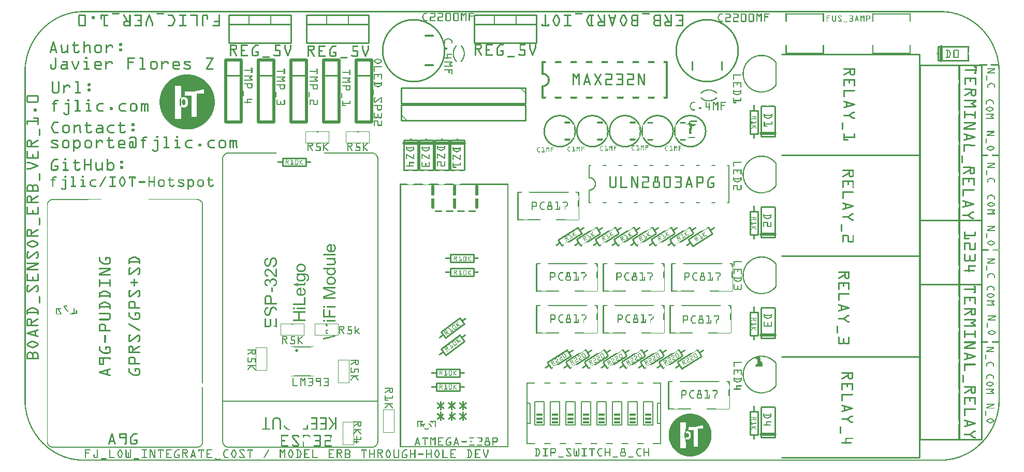
<source format=gto>
G04 MADE WITH FRITZING*
G04 WWW.FRITZING.ORG*
G04 DOUBLE SIDED*
G04 HOLES PLATED*
G04 CONTOUR ON CENTER OF CONTOUR VECTOR*
%ASAXBY*%
%FSLAX23Y23*%
%MOIN*%
%OFA0B0*%
%SFA1.0B1.0*%
%ADD10C,0.019307X0.00330709*%
%ADD11C,0.410000X0.39*%
%ADD12R,0.040000X0.015000*%
%ADD13C,0.010000*%
%ADD14C,0.020000*%
%ADD15C,0.006943*%
%ADD16C,0.009799*%
%ADD17C,0.008000*%
%ADD18C,0.012000*%
%ADD19C,0.005000*%
%ADD20C,0.011127*%
%ADD21C,0.011102*%
%ADD22C,0.011000*%
%ADD23R,0.001000X0.001000*%
%LNSILK1*%
G90*
G70*
G54D10*
X1751Y712D03*
G54D11*
X2507Y2646D03*
X4397Y2646D03*
G54D12*
X4017Y298D03*
X4017Y273D03*
X4017Y248D03*
X3917Y298D03*
X3917Y273D03*
X3917Y248D03*
X3817Y298D03*
X3817Y273D03*
X3817Y248D03*
X3717Y298D03*
X3717Y273D03*
X3717Y248D03*
X3617Y298D03*
X3617Y273D03*
X3617Y248D03*
X3517Y298D03*
X3517Y273D03*
X3517Y248D03*
X3417Y298D03*
X3417Y273D03*
X3417Y248D03*
X3317Y298D03*
X3317Y273D03*
X3317Y248D03*
G54D13*
X3367Y637D02*
X3493Y717D01*
D02*
X3493Y717D02*
X3520Y675D01*
G54D14*
D02*
X1297Y2586D02*
X1297Y2186D01*
D02*
X1297Y2186D02*
X1397Y2186D01*
D02*
X1397Y2186D02*
X1397Y2586D01*
D02*
X1397Y2586D02*
X1297Y2586D01*
G54D13*
D02*
X1297Y2486D02*
X1397Y2486D01*
G54D14*
D02*
X1507Y2586D02*
X1507Y2186D01*
D02*
X1507Y2186D02*
X1607Y2186D01*
D02*
X1607Y2186D02*
X1607Y2586D01*
D02*
X1607Y2586D02*
X1507Y2586D01*
G54D13*
D02*
X1507Y2486D02*
X1607Y2486D01*
G54D14*
D02*
X1717Y2586D02*
X1717Y2186D01*
D02*
X1717Y2186D02*
X1817Y2186D01*
D02*
X1817Y2186D02*
X1817Y2586D01*
D02*
X1817Y2586D02*
X1717Y2586D01*
G54D13*
D02*
X1717Y2486D02*
X1817Y2486D01*
G54D14*
D02*
X2137Y2586D02*
X2137Y2186D01*
D02*
X2137Y2186D02*
X2237Y2186D01*
D02*
X2237Y2186D02*
X2237Y2586D01*
D02*
X2237Y2586D02*
X2137Y2586D01*
G54D13*
D02*
X2137Y2486D02*
X2237Y2486D01*
G54D14*
D02*
X1927Y2586D02*
X1927Y2186D01*
D02*
X1927Y2186D02*
X2027Y2186D01*
D02*
X2027Y2186D02*
X2027Y2586D01*
D02*
X2027Y2586D02*
X1927Y2586D01*
G54D13*
D02*
X1927Y2486D02*
X2027Y2486D01*
G54D15*
D02*
X1276Y386D02*
X2276Y386D01*
G54D16*
D02*
X3177Y1731D02*
X3177Y1554D01*
D02*
X3297Y1271D02*
X3297Y1094D01*
D02*
X3727Y1271D02*
X3727Y1094D01*
D02*
X4167Y1271D02*
X4167Y1094D01*
D02*
X4147Y511D02*
X4147Y334D01*
D02*
X4157Y1001D02*
X4157Y824D01*
D02*
X3727Y1001D02*
X3727Y824D01*
D02*
X3297Y1001D02*
X3297Y824D01*
G54D13*
D02*
X4672Y170D02*
X4672Y320D01*
D02*
X4672Y320D02*
X4722Y320D01*
D02*
X4722Y320D02*
X4722Y170D01*
D02*
X4722Y170D02*
X4672Y170D01*
D02*
X4672Y810D02*
X4672Y960D01*
D02*
X4672Y960D02*
X4722Y960D01*
D02*
X4722Y960D02*
X4722Y810D01*
D02*
X4722Y810D02*
X4672Y810D01*
D02*
X4672Y2110D02*
X4672Y2260D01*
D02*
X4672Y2260D02*
X4722Y2260D01*
D02*
X4722Y2260D02*
X4722Y2110D01*
D02*
X4722Y2110D02*
X4672Y2110D01*
D02*
X4672Y1460D02*
X4672Y1610D01*
D02*
X4672Y1610D02*
X4722Y1610D01*
D02*
X4722Y1610D02*
X4722Y1460D01*
D02*
X4722Y1460D02*
X4672Y1460D01*
D02*
X4360Y675D02*
X4234Y594D01*
D02*
X4234Y594D02*
X4207Y637D01*
D02*
X4430Y1465D02*
X4304Y1384D01*
D02*
X4304Y1384D02*
X4277Y1427D01*
D02*
X3437Y1427D02*
X3563Y1507D01*
D02*
X3563Y1507D02*
X3590Y1465D01*
G54D17*
D02*
X3237Y501D02*
X3237Y371D01*
D02*
X3237Y241D02*
X3257Y241D01*
D02*
X3257Y241D02*
X3257Y371D01*
D02*
X3257Y371D02*
X3237Y371D01*
D02*
X3237Y241D02*
X3237Y111D01*
D02*
X3237Y371D02*
X3237Y241D01*
D02*
X4097Y111D02*
X4097Y241D01*
D02*
X4097Y371D02*
X4077Y371D01*
D02*
X4077Y371D02*
X4077Y241D01*
D02*
X4077Y241D02*
X4097Y241D01*
D02*
X4097Y371D02*
X4097Y501D01*
D02*
X4097Y241D02*
X4097Y371D01*
D02*
X3987Y381D02*
X3987Y231D01*
D02*
X3987Y381D02*
X4047Y381D01*
D02*
X4047Y231D02*
X4047Y381D01*
D02*
X4047Y231D02*
X3987Y231D01*
D02*
X3887Y381D02*
X3887Y231D01*
D02*
X3887Y381D02*
X3947Y381D01*
D02*
X3947Y231D02*
X3947Y381D01*
D02*
X3947Y231D02*
X3887Y231D01*
D02*
X3787Y381D02*
X3787Y231D01*
D02*
X3787Y381D02*
X3847Y381D01*
D02*
X3847Y231D02*
X3847Y381D01*
D02*
X3847Y231D02*
X3787Y231D01*
D02*
X3687Y381D02*
X3687Y231D01*
D02*
X3687Y381D02*
X3747Y381D01*
D02*
X3747Y231D02*
X3747Y381D01*
D02*
X3747Y231D02*
X3687Y231D01*
D02*
X3587Y381D02*
X3587Y231D01*
D02*
X3587Y381D02*
X3647Y381D01*
D02*
X3647Y231D02*
X3647Y381D01*
D02*
X3647Y231D02*
X3587Y231D01*
D02*
X3487Y381D02*
X3487Y231D01*
D02*
X3487Y381D02*
X3547Y381D01*
D02*
X3547Y231D02*
X3547Y381D01*
D02*
X3547Y231D02*
X3487Y231D01*
D02*
X3387Y381D02*
X3387Y231D01*
D02*
X3387Y381D02*
X3447Y381D01*
D02*
X3447Y231D02*
X3447Y381D01*
D02*
X3447Y231D02*
X3387Y231D01*
D02*
X3287Y381D02*
X3287Y231D01*
D02*
X3287Y381D02*
X3347Y381D01*
D02*
X3347Y231D02*
X3347Y381D01*
D02*
X3347Y231D02*
X3287Y231D01*
G54D13*
D02*
X4742Y2092D02*
X4742Y2287D01*
D02*
X4832Y2287D02*
X4832Y2092D01*
D02*
X4832Y2092D02*
X4742Y2092D01*
G54D14*
D02*
X4832Y2112D02*
X4742Y2112D01*
G54D13*
D02*
X4742Y1442D02*
X4742Y1637D01*
D02*
X4832Y1637D02*
X4832Y1442D01*
D02*
X4832Y1442D02*
X4742Y1442D01*
G54D14*
D02*
X4832Y1462D02*
X4742Y1462D01*
G54D13*
D02*
X4742Y792D02*
X4742Y987D01*
D02*
X4832Y987D02*
X4832Y792D01*
D02*
X4832Y792D02*
X4742Y792D01*
G54D14*
D02*
X4832Y812D02*
X4742Y812D01*
G54D13*
D02*
X4742Y152D02*
X4742Y347D01*
D02*
X4832Y347D02*
X4832Y152D01*
D02*
X4832Y152D02*
X4742Y152D01*
G54D14*
D02*
X4832Y172D02*
X4742Y172D01*
G54D13*
D02*
X2732Y2070D02*
X2732Y1875D01*
D02*
X2642Y1875D02*
X2642Y2070D01*
D02*
X2642Y2070D02*
X2732Y2070D01*
G54D14*
D02*
X2642Y2050D02*
X2732Y2050D01*
G54D13*
D02*
X2832Y2070D02*
X2832Y1875D01*
D02*
X2742Y1875D02*
X2742Y2070D01*
D02*
X2742Y2070D02*
X2832Y2070D01*
G54D14*
D02*
X2742Y2050D02*
X2832Y2050D01*
G54D13*
D02*
X2532Y2070D02*
X2532Y1875D01*
D02*
X2442Y1875D02*
X2442Y2070D01*
D02*
X2442Y2070D02*
X2532Y2070D01*
G54D14*
D02*
X2442Y2050D02*
X2532Y2050D01*
G54D13*
D02*
X2632Y2070D02*
X2632Y1875D01*
D02*
X2542Y1875D02*
X2542Y2070D01*
D02*
X2542Y2070D02*
X2632Y2070D01*
G54D14*
D02*
X2542Y2050D02*
X2632Y2050D01*
G54D17*
D02*
X4537Y1906D02*
X4537Y1666D01*
D02*
X3637Y1906D02*
X3637Y1826D01*
D02*
X3637Y1666D02*
X3637Y1746D01*
D02*
X3637Y1906D02*
X3647Y1906D01*
D02*
X3727Y1906D02*
X3747Y1906D01*
D02*
X3637Y1666D02*
X3647Y1666D01*
D02*
X4537Y1906D02*
X4527Y1906D01*
D02*
X4537Y1666D02*
X4527Y1666D01*
D02*
X3827Y1906D02*
X3847Y1906D01*
D02*
X3927Y1906D02*
X3947Y1906D01*
D02*
X4027Y1906D02*
X4047Y1906D01*
D02*
X4127Y1906D02*
X4147Y1906D01*
D02*
X4227Y1906D02*
X4247Y1906D01*
D02*
X4327Y1906D02*
X4347Y1906D01*
D02*
X4427Y1906D02*
X4447Y1906D01*
D02*
X3727Y1666D02*
X3747Y1666D01*
D02*
X3827Y1666D02*
X3847Y1666D01*
D02*
X3927Y1666D02*
X3947Y1666D01*
D02*
X4027Y1666D02*
X4047Y1666D01*
D02*
X4127Y1666D02*
X4147Y1666D01*
D02*
X4227Y1666D02*
X4247Y1666D01*
D02*
X4327Y1666D02*
X4347Y1666D01*
D02*
X4427Y1666D02*
X4447Y1666D01*
G54D13*
D02*
X2892Y1191D02*
X2742Y1191D01*
D02*
X2742Y1191D02*
X2742Y1241D01*
D02*
X2742Y1241D02*
X2892Y1241D01*
D02*
X2892Y1241D02*
X2892Y1191D01*
D02*
X2712Y791D02*
X2682Y831D01*
D02*
X2682Y831D02*
X2803Y921D01*
D02*
X2803Y921D02*
X2833Y881D01*
D02*
X2802Y541D02*
X2652Y541D01*
D02*
X2652Y541D02*
X2652Y591D01*
D02*
X2652Y591D02*
X2802Y591D01*
D02*
X2802Y591D02*
X2802Y541D01*
D02*
X2831Y773D02*
X2712Y682D01*
D02*
X2712Y682D02*
X2682Y722D01*
D02*
X2682Y722D02*
X2801Y813D01*
D02*
X2801Y813D02*
X2831Y773D01*
D02*
X1812Y1901D02*
X1662Y1901D01*
D02*
X1662Y1901D02*
X1662Y1951D01*
D02*
X1662Y1951D02*
X1812Y1951D01*
D02*
X1812Y1951D02*
X1812Y1901D01*
D02*
X2802Y451D02*
X2652Y451D01*
D02*
X2652Y451D02*
X2652Y501D01*
D02*
X2652Y501D02*
X2802Y501D01*
D02*
X2802Y501D02*
X2802Y451D01*
D02*
X2892Y1281D02*
X2742Y1281D01*
D02*
X2742Y1281D02*
X2742Y1331D01*
D02*
X2742Y1331D02*
X2892Y1331D01*
D02*
X2892Y1331D02*
X2892Y1281D01*
D02*
X3227Y2406D02*
X2427Y2406D01*
D02*
X2427Y2406D02*
X2427Y2306D01*
D02*
X2427Y2306D02*
X3227Y2306D01*
D02*
X3227Y2306D02*
X3227Y2406D01*
D02*
X2427Y2196D02*
X3227Y2196D01*
D02*
X3227Y2196D02*
X3227Y2296D01*
D02*
X3227Y2296D02*
X2427Y2296D01*
D02*
X2427Y2296D02*
X2427Y2196D01*
G54D18*
D02*
X4137Y2571D02*
X4137Y2341D01*
D02*
X3337Y2571D02*
X3337Y2496D01*
D02*
X3337Y2341D02*
X3337Y2416D01*
G54D17*
D02*
X4905Y2883D02*
X5142Y2883D01*
D02*
X4905Y2629D02*
X5145Y2629D01*
D02*
X5702Y2629D02*
X5465Y2629D01*
D02*
X5702Y2883D02*
X5462Y2883D01*
G54D13*
D02*
X5883Y2671D02*
X6078Y2671D01*
D02*
X6078Y2581D02*
X5883Y2581D01*
D02*
X5883Y2581D02*
X5883Y2671D01*
G54D14*
D02*
X5903Y2581D02*
X5903Y2671D01*
G54D13*
D02*
X1317Y2876D02*
X1717Y2876D01*
D02*
X1717Y2876D02*
X1717Y2696D01*
D02*
X1717Y2696D02*
X1317Y2696D01*
D02*
X1317Y2696D02*
X1317Y2876D01*
D02*
X1317Y2876D02*
X1717Y2876D01*
D02*
X1717Y2876D02*
X1717Y2816D01*
D02*
X1717Y2816D02*
X1317Y2816D01*
D02*
X1317Y2816D02*
X1317Y2876D01*
G54D19*
D02*
X1447Y2876D02*
X1447Y2816D01*
D02*
X1587Y2876D02*
X1587Y2816D01*
G54D13*
D02*
X1817Y2876D02*
X2217Y2876D01*
D02*
X2217Y2876D02*
X2217Y2696D01*
D02*
X2217Y2696D02*
X1817Y2696D01*
D02*
X1817Y2696D02*
X1817Y2876D01*
D02*
X1817Y2876D02*
X2217Y2876D01*
D02*
X2217Y2876D02*
X2217Y2816D01*
D02*
X2217Y2816D02*
X1817Y2816D01*
D02*
X1817Y2816D02*
X1817Y2876D01*
G54D19*
D02*
X1947Y2876D02*
X1947Y2816D01*
D02*
X2087Y2876D02*
X2087Y2816D01*
G54D13*
D02*
X2897Y2876D02*
X3297Y2876D01*
D02*
X3297Y2876D02*
X3297Y2696D01*
D02*
X3297Y2696D02*
X2897Y2696D01*
D02*
X2897Y2696D02*
X2897Y2876D01*
D02*
X2897Y2876D02*
X3297Y2876D01*
D02*
X3297Y2876D02*
X3297Y2816D01*
D02*
X3297Y2816D02*
X2897Y2816D01*
D02*
X2897Y2816D02*
X2897Y2876D01*
G54D19*
D02*
X3027Y2876D02*
X3027Y2816D01*
D02*
X3167Y2876D02*
X3167Y2816D01*
G54D20*
D02*
X5766Y2551D02*
X5766Y1140D01*
D02*
X5766Y1140D02*
X6162Y1140D01*
D02*
X6162Y1140D02*
X6162Y2551D01*
D02*
X6162Y2551D02*
X5766Y2551D01*
D02*
X5766Y1551D02*
X5766Y140D01*
D02*
X5766Y140D02*
X6162Y140D01*
D02*
X6162Y140D02*
X6162Y1551D01*
D02*
X6162Y1551D02*
X5766Y1551D01*
G54D21*
X4876Y1972D02*
X5761Y1972D01*
X5761Y2621D01*
X4876Y2621D01*
D02*
X4876Y1322D02*
X5761Y1322D01*
X5761Y1971D01*
X4876Y1971D01*
D02*
X4876Y672D02*
X5761Y672D01*
X5761Y1321D01*
X4876Y1321D01*
D02*
X4876Y22D02*
X5761Y22D01*
X5761Y671D01*
X4876Y671D01*
D02*
G54D22*
X4221Y2182D02*
X4251Y2182D01*
D02*
X4221Y2072D02*
X4251Y2072D01*
D02*
X4011Y2182D02*
X4041Y2182D01*
D02*
X4011Y2072D02*
X4041Y2072D01*
D02*
G54D23*
X361Y2901D02*
X5918Y2901D01*
X347Y2900D02*
X5932Y2900D01*
X338Y2899D02*
X5941Y2899D01*
X330Y2898D02*
X5949Y2898D01*
X323Y2897D02*
X5956Y2897D01*
X317Y2896D02*
X5962Y2896D01*
X311Y2895D02*
X5968Y2895D01*
X306Y2894D02*
X5973Y2894D01*
X302Y2893D02*
X360Y2893D01*
X5919Y2893D02*
X5977Y2893D01*
X297Y2892D02*
X347Y2892D01*
X5932Y2892D02*
X5982Y2892D01*
X293Y2891D02*
X337Y2891D01*
X5942Y2891D02*
X5986Y2891D01*
X289Y2890D02*
X329Y2890D01*
X566Y2890D02*
X608Y2890D01*
X854Y2890D02*
X896Y2890D01*
X2578Y2890D02*
X2592Y2890D01*
X2614Y2890D02*
X2639Y2890D01*
X2664Y2890D02*
X2689Y2890D01*
X2717Y2890D02*
X2739Y2890D01*
X2767Y2890D02*
X2789Y2890D01*
X2811Y2890D02*
X2819Y2890D01*
X2837Y2890D02*
X2844Y2890D01*
X2861Y2890D02*
X2892Y2890D01*
X5950Y2890D02*
X5990Y2890D01*
X285Y2889D02*
X322Y2889D01*
X565Y2889D02*
X610Y2889D01*
X852Y2889D02*
X898Y2889D01*
X2575Y2889D02*
X2594Y2889D01*
X2612Y2889D02*
X2641Y2889D01*
X2662Y2889D02*
X2691Y2889D01*
X2714Y2889D02*
X2741Y2889D01*
X2764Y2889D02*
X2791Y2889D01*
X2811Y2889D02*
X2820Y2889D01*
X2836Y2889D02*
X2845Y2889D01*
X2861Y2889D02*
X2894Y2889D01*
X3548Y2889D02*
X3590Y2889D01*
X3980Y2889D02*
X4022Y2889D01*
X5957Y2889D02*
X5994Y2889D01*
X282Y2888D02*
X316Y2888D01*
X564Y2888D02*
X611Y2888D01*
X852Y2888D02*
X899Y2888D01*
X2573Y2888D02*
X2594Y2888D01*
X2611Y2888D02*
X2643Y2888D01*
X2661Y2888D02*
X2693Y2888D01*
X2713Y2888D02*
X2743Y2888D01*
X2763Y2888D02*
X2793Y2888D01*
X2811Y2888D02*
X2820Y2888D01*
X2835Y2888D02*
X2845Y2888D01*
X2861Y2888D02*
X2894Y2888D01*
X3546Y2888D02*
X3592Y2888D01*
X3978Y2888D02*
X4024Y2888D01*
X5963Y2888D02*
X5997Y2888D01*
X278Y2887D02*
X311Y2887D01*
X563Y2887D02*
X611Y2887D01*
X851Y2887D02*
X899Y2887D01*
X2572Y2887D02*
X2595Y2887D01*
X2611Y2887D02*
X2644Y2887D01*
X2661Y2887D02*
X2694Y2887D01*
X2712Y2887D02*
X2744Y2887D01*
X2762Y2887D02*
X2794Y2887D01*
X2811Y2887D02*
X2821Y2887D01*
X2835Y2887D02*
X2845Y2887D01*
X2861Y2887D02*
X2895Y2887D01*
X3545Y2887D02*
X3593Y2887D01*
X3977Y2887D02*
X4025Y2887D01*
X4902Y2887D02*
X4905Y2887D01*
X5142Y2887D02*
X5145Y2887D01*
X5460Y2887D02*
X5463Y2887D01*
X5700Y2887D02*
X5703Y2887D01*
X5968Y2887D02*
X6001Y2887D01*
X275Y2886D02*
X306Y2886D01*
X563Y2886D02*
X611Y2886D01*
X851Y2886D02*
X899Y2886D01*
X2571Y2886D02*
X2595Y2886D01*
X2611Y2886D02*
X2644Y2886D01*
X2661Y2886D02*
X2694Y2886D01*
X2712Y2886D02*
X2744Y2886D01*
X2762Y2886D02*
X2794Y2886D01*
X2811Y2886D02*
X2822Y2886D01*
X2834Y2886D02*
X2845Y2886D01*
X2861Y2886D02*
X2895Y2886D01*
X3545Y2886D02*
X3593Y2886D01*
X3977Y2886D02*
X4025Y2886D01*
X4901Y2886D02*
X4906Y2886D01*
X5141Y2886D02*
X5146Y2886D01*
X5459Y2886D02*
X5464Y2886D01*
X5699Y2886D02*
X5704Y2886D01*
X5973Y2886D02*
X6004Y2886D01*
X271Y2885D02*
X301Y2885D01*
X563Y2885D02*
X611Y2885D01*
X851Y2885D02*
X899Y2885D01*
X2570Y2885D02*
X2594Y2885D01*
X2612Y2885D02*
X2644Y2885D01*
X2662Y2885D02*
X2694Y2885D01*
X2711Y2885D02*
X2744Y2885D01*
X2761Y2885D02*
X2794Y2885D01*
X2811Y2885D02*
X2823Y2885D01*
X2833Y2885D02*
X2845Y2885D01*
X2861Y2885D02*
X2894Y2885D01*
X3545Y2885D02*
X3593Y2885D01*
X3977Y2885D02*
X4025Y2885D01*
X4480Y2885D02*
X4494Y2885D01*
X4516Y2885D02*
X4541Y2885D01*
X4566Y2885D02*
X4591Y2885D01*
X4619Y2885D02*
X4641Y2885D01*
X4669Y2885D02*
X4691Y2885D01*
X4713Y2885D02*
X4721Y2885D01*
X4739Y2885D02*
X4746Y2885D01*
X4763Y2885D02*
X4794Y2885D01*
X4901Y2885D02*
X4907Y2885D01*
X5141Y2885D02*
X5147Y2885D01*
X5458Y2885D02*
X5464Y2885D01*
X5698Y2885D02*
X5704Y2885D01*
X5978Y2885D02*
X6008Y2885D01*
X268Y2884D02*
X297Y2884D01*
X563Y2884D02*
X611Y2884D01*
X851Y2884D02*
X899Y2884D01*
X2570Y2884D02*
X2593Y2884D01*
X2612Y2884D02*
X2645Y2884D01*
X2662Y2884D02*
X2695Y2884D01*
X2711Y2884D02*
X2745Y2884D01*
X2761Y2884D02*
X2795Y2884D01*
X2811Y2884D02*
X2823Y2884D01*
X2833Y2884D02*
X2845Y2884D01*
X2861Y2884D02*
X2893Y2884D01*
X3545Y2884D02*
X3593Y2884D01*
X3977Y2884D02*
X4025Y2884D01*
X4477Y2884D02*
X4496Y2884D01*
X4514Y2884D02*
X4543Y2884D01*
X4564Y2884D02*
X4593Y2884D01*
X4616Y2884D02*
X4643Y2884D01*
X4666Y2884D02*
X4693Y2884D01*
X4713Y2884D02*
X4722Y2884D01*
X4738Y2884D02*
X4747Y2884D01*
X4763Y2884D02*
X4796Y2884D01*
X4900Y2884D02*
X4907Y2884D01*
X5140Y2884D02*
X5147Y2884D01*
X5458Y2884D02*
X5465Y2884D01*
X5698Y2884D02*
X5705Y2884D01*
X5982Y2884D02*
X6011Y2884D01*
X265Y2883D02*
X293Y2883D01*
X563Y2883D02*
X611Y2883D01*
X851Y2883D02*
X899Y2883D01*
X2569Y2883D02*
X2577Y2883D01*
X2638Y2883D02*
X2645Y2883D01*
X2688Y2883D02*
X2695Y2883D01*
X2711Y2883D02*
X2717Y2883D01*
X2738Y2883D02*
X2745Y2883D01*
X2761Y2883D02*
X2767Y2883D01*
X2788Y2883D02*
X2795Y2883D01*
X2811Y2883D02*
X2824Y2883D01*
X2832Y2883D02*
X2845Y2883D01*
X2861Y2883D02*
X2867Y2883D01*
X3545Y2883D02*
X3593Y2883D01*
X3977Y2883D02*
X4025Y2883D01*
X4475Y2883D02*
X4496Y2883D01*
X4513Y2883D02*
X4545Y2883D01*
X4563Y2883D02*
X4595Y2883D01*
X4615Y2883D02*
X4645Y2883D01*
X4665Y2883D02*
X4695Y2883D01*
X4713Y2883D02*
X4722Y2883D01*
X4737Y2883D02*
X4747Y2883D01*
X4763Y2883D02*
X4796Y2883D01*
X4900Y2883D02*
X4907Y2883D01*
X5140Y2883D02*
X5147Y2883D01*
X5458Y2883D02*
X5465Y2883D01*
X5698Y2883D02*
X5705Y2883D01*
X5986Y2883D02*
X6014Y2883D01*
X262Y2882D02*
X289Y2882D01*
X564Y2882D02*
X610Y2882D01*
X852Y2882D02*
X898Y2882D01*
X2569Y2882D02*
X2576Y2882D01*
X2639Y2882D02*
X2645Y2882D01*
X2689Y2882D02*
X2695Y2882D01*
X2711Y2882D02*
X2717Y2882D01*
X2739Y2882D02*
X2745Y2882D01*
X2761Y2882D02*
X2767Y2882D01*
X2789Y2882D02*
X2795Y2882D01*
X2811Y2882D02*
X2825Y2882D01*
X2831Y2882D02*
X2845Y2882D01*
X2861Y2882D02*
X2867Y2882D01*
X3545Y2882D02*
X3593Y2882D01*
X3977Y2882D02*
X4025Y2882D01*
X4474Y2882D02*
X4497Y2882D01*
X4513Y2882D02*
X4545Y2882D01*
X4563Y2882D02*
X4595Y2882D01*
X4614Y2882D02*
X4645Y2882D01*
X4664Y2882D02*
X4695Y2882D01*
X4713Y2882D02*
X4723Y2882D01*
X4737Y2882D02*
X4747Y2882D01*
X4763Y2882D02*
X4797Y2882D01*
X4900Y2882D02*
X4907Y2882D01*
X5140Y2882D02*
X5147Y2882D01*
X5458Y2882D02*
X5465Y2882D01*
X5698Y2882D02*
X5705Y2882D01*
X5990Y2882D02*
X6017Y2882D01*
X260Y2881D02*
X285Y2881D01*
X565Y2881D02*
X609Y2881D01*
X853Y2881D02*
X897Y2881D01*
X2568Y2881D02*
X2575Y2881D01*
X2639Y2881D02*
X2645Y2881D01*
X2689Y2881D02*
X2695Y2881D01*
X2711Y2881D02*
X2717Y2881D01*
X2739Y2881D02*
X2745Y2881D01*
X2761Y2881D02*
X2767Y2881D01*
X2789Y2881D02*
X2795Y2881D01*
X2811Y2881D02*
X2825Y2881D01*
X2831Y2881D02*
X2845Y2881D01*
X2861Y2881D02*
X2867Y2881D01*
X3546Y2881D02*
X3592Y2881D01*
X3978Y2881D02*
X4024Y2881D01*
X4473Y2881D02*
X4497Y2881D01*
X4513Y2881D02*
X4546Y2881D01*
X4563Y2881D02*
X4596Y2881D01*
X4614Y2881D02*
X4646Y2881D01*
X4664Y2881D02*
X4696Y2881D01*
X4713Y2881D02*
X4724Y2881D01*
X4736Y2881D02*
X4747Y2881D01*
X4763Y2881D02*
X4797Y2881D01*
X4900Y2881D02*
X4907Y2881D01*
X5140Y2881D02*
X5147Y2881D01*
X5458Y2881D02*
X5465Y2881D01*
X5698Y2881D02*
X5705Y2881D01*
X5994Y2881D02*
X6019Y2881D01*
X257Y2880D02*
X281Y2880D01*
X355Y2880D02*
X387Y2880D01*
X495Y2880D02*
X536Y2880D01*
X639Y2880D02*
X640Y2880D01*
X678Y2880D02*
X680Y2880D01*
X711Y2880D02*
X755Y2880D01*
X802Y2880D02*
X804Y2880D01*
X927Y2880D02*
X948Y2880D01*
X999Y2880D02*
X1040Y2880D01*
X1071Y2880D02*
X1115Y2880D01*
X1157Y2880D02*
X1170Y2880D01*
X1254Y2880D02*
X1256Y2880D01*
X2568Y2880D02*
X2575Y2880D01*
X2639Y2880D02*
X2645Y2880D01*
X2689Y2880D02*
X2695Y2880D01*
X2711Y2880D02*
X2717Y2880D01*
X2739Y2880D02*
X2745Y2880D01*
X2761Y2880D02*
X2767Y2880D01*
X2789Y2880D02*
X2795Y2880D01*
X2811Y2880D02*
X2826Y2880D01*
X2830Y2880D02*
X2845Y2880D01*
X2861Y2880D02*
X2867Y2880D01*
X3547Y2880D02*
X3591Y2880D01*
X3979Y2880D02*
X4023Y2880D01*
X4472Y2880D02*
X4496Y2880D01*
X4514Y2880D02*
X4546Y2880D01*
X4564Y2880D02*
X4596Y2880D01*
X4613Y2880D02*
X4646Y2880D01*
X4663Y2880D02*
X4696Y2880D01*
X4713Y2880D02*
X4724Y2880D01*
X4735Y2880D02*
X4747Y2880D01*
X4763Y2880D02*
X4796Y2880D01*
X4900Y2880D02*
X4907Y2880D01*
X5140Y2880D02*
X5147Y2880D01*
X5458Y2880D02*
X5465Y2880D01*
X5698Y2880D02*
X5705Y2880D01*
X5998Y2880D02*
X6022Y2880D01*
X254Y2879D02*
X278Y2879D01*
X352Y2879D02*
X390Y2879D01*
X493Y2879D02*
X538Y2879D01*
X637Y2879D02*
X642Y2879D01*
X676Y2879D02*
X682Y2879D01*
X709Y2879D02*
X756Y2879D01*
X800Y2879D02*
X806Y2879D01*
X925Y2879D02*
X951Y2879D01*
X997Y2879D02*
X1042Y2879D01*
X1069Y2879D02*
X1115Y2879D01*
X1153Y2879D02*
X1173Y2879D01*
X1252Y2879D02*
X1258Y2879D01*
X2567Y2879D02*
X2574Y2879D01*
X2639Y2879D02*
X2645Y2879D01*
X2689Y2879D02*
X2695Y2879D01*
X2711Y2879D02*
X2717Y2879D01*
X2739Y2879D02*
X2745Y2879D01*
X2761Y2879D02*
X2767Y2879D01*
X2789Y2879D02*
X2795Y2879D01*
X2811Y2879D02*
X2817Y2879D01*
X2819Y2879D02*
X2827Y2879D01*
X2829Y2879D02*
X2837Y2879D01*
X2839Y2879D02*
X2845Y2879D01*
X2861Y2879D02*
X2867Y2879D01*
X3352Y2879D02*
X3354Y2879D01*
X3423Y2879D02*
X3428Y2879D01*
X3476Y2879D02*
X3518Y2879D01*
X3639Y2879D02*
X3662Y2879D01*
X3692Y2879D02*
X3695Y2879D01*
X3732Y2879D02*
X3734Y2879D01*
X3764Y2879D02*
X3766Y2879D01*
X3804Y2879D02*
X3806Y2879D01*
X3855Y2879D02*
X3859Y2879D01*
X3921Y2879D02*
X3953Y2879D01*
X4065Y2879D02*
X4097Y2879D01*
X4124Y2879D02*
X4127Y2879D01*
X4164Y2879D02*
X4166Y2879D01*
X4196Y2879D02*
X4241Y2879D01*
X4472Y2879D02*
X4495Y2879D01*
X4514Y2879D02*
X4547Y2879D01*
X4564Y2879D02*
X4597Y2879D01*
X4613Y2879D02*
X4647Y2879D01*
X4663Y2879D02*
X4697Y2879D01*
X4713Y2879D02*
X4725Y2879D01*
X4735Y2879D02*
X4747Y2879D01*
X4763Y2879D02*
X4795Y2879D01*
X4900Y2879D02*
X4907Y2879D01*
X5140Y2879D02*
X5147Y2879D01*
X5458Y2879D02*
X5465Y2879D01*
X5698Y2879D02*
X5705Y2879D01*
X6001Y2879D02*
X6025Y2879D01*
X251Y2878D02*
X274Y2878D01*
X351Y2878D02*
X392Y2878D01*
X492Y2878D02*
X539Y2878D01*
X636Y2878D02*
X643Y2878D01*
X675Y2878D02*
X683Y2878D01*
X708Y2878D02*
X756Y2878D01*
X799Y2878D02*
X807Y2878D01*
X924Y2878D02*
X953Y2878D01*
X996Y2878D02*
X1042Y2878D01*
X1068Y2878D02*
X1115Y2878D01*
X1151Y2878D02*
X1175Y2878D01*
X1251Y2878D02*
X1258Y2878D01*
X2567Y2878D02*
X2574Y2878D01*
X2639Y2878D02*
X2645Y2878D01*
X2689Y2878D02*
X2695Y2878D01*
X2711Y2878D02*
X2717Y2878D01*
X2739Y2878D02*
X2745Y2878D01*
X2761Y2878D02*
X2767Y2878D01*
X2789Y2878D02*
X2795Y2878D01*
X2811Y2878D02*
X2817Y2878D01*
X2820Y2878D02*
X2836Y2878D01*
X2839Y2878D02*
X2845Y2878D01*
X2861Y2878D02*
X2867Y2878D01*
X3350Y2878D02*
X3356Y2878D01*
X3420Y2878D02*
X3430Y2878D01*
X3474Y2878D02*
X3520Y2878D01*
X3636Y2878D02*
X3664Y2878D01*
X3690Y2878D02*
X3696Y2878D01*
X3730Y2878D02*
X3736Y2878D01*
X3762Y2878D02*
X3768Y2878D01*
X3802Y2878D02*
X3808Y2878D01*
X3852Y2878D02*
X3862Y2878D01*
X3918Y2878D02*
X3953Y2878D01*
X4062Y2878D02*
X4097Y2878D01*
X4122Y2878D02*
X4128Y2878D01*
X4162Y2878D02*
X4168Y2878D01*
X4194Y2878D02*
X4241Y2878D01*
X4471Y2878D02*
X4479Y2878D01*
X4540Y2878D02*
X4547Y2878D01*
X4590Y2878D02*
X4597Y2878D01*
X4613Y2878D02*
X4619Y2878D01*
X4640Y2878D02*
X4647Y2878D01*
X4663Y2878D02*
X4669Y2878D01*
X4690Y2878D02*
X4697Y2878D01*
X4713Y2878D02*
X4726Y2878D01*
X4734Y2878D02*
X4747Y2878D01*
X4763Y2878D02*
X4769Y2878D01*
X4900Y2878D02*
X4907Y2878D01*
X5140Y2878D02*
X5147Y2878D01*
X5458Y2878D02*
X5465Y2878D01*
X5698Y2878D02*
X5705Y2878D01*
X6005Y2878D02*
X6028Y2878D01*
X248Y2877D02*
X271Y2877D01*
X350Y2877D02*
X393Y2877D01*
X491Y2877D02*
X539Y2877D01*
X635Y2877D02*
X644Y2877D01*
X675Y2877D02*
X683Y2877D01*
X707Y2877D02*
X756Y2877D01*
X799Y2877D02*
X807Y2877D01*
X923Y2877D02*
X954Y2877D01*
X995Y2877D02*
X1043Y2877D01*
X1067Y2877D02*
X1115Y2877D01*
X1150Y2877D02*
X1177Y2877D01*
X1251Y2877D02*
X1259Y2877D01*
X2566Y2877D02*
X2573Y2877D01*
X2639Y2877D02*
X2645Y2877D01*
X2689Y2877D02*
X2695Y2877D01*
X2711Y2877D02*
X2717Y2877D01*
X2739Y2877D02*
X2745Y2877D01*
X2761Y2877D02*
X2767Y2877D01*
X2789Y2877D02*
X2795Y2877D01*
X2811Y2877D02*
X2817Y2877D01*
X2821Y2877D02*
X2835Y2877D01*
X2839Y2877D02*
X2845Y2877D01*
X2861Y2877D02*
X2867Y2877D01*
X3349Y2877D02*
X3357Y2877D01*
X3418Y2877D02*
X3432Y2877D01*
X3473Y2877D02*
X3520Y2877D01*
X3635Y2877D02*
X3664Y2877D01*
X3689Y2877D02*
X3697Y2877D01*
X3729Y2877D02*
X3736Y2877D01*
X3761Y2877D02*
X3769Y2877D01*
X3801Y2877D02*
X3809Y2877D01*
X3850Y2877D02*
X3864Y2877D01*
X3916Y2877D02*
X3953Y2877D01*
X4060Y2877D02*
X4097Y2877D01*
X4121Y2877D02*
X4129Y2877D01*
X4161Y2877D02*
X4168Y2877D01*
X4193Y2877D02*
X4241Y2877D01*
X4471Y2877D02*
X4478Y2877D01*
X4541Y2877D02*
X4547Y2877D01*
X4591Y2877D02*
X4597Y2877D01*
X4613Y2877D02*
X4619Y2877D01*
X4641Y2877D02*
X4647Y2877D01*
X4663Y2877D02*
X4669Y2877D01*
X4691Y2877D02*
X4697Y2877D01*
X4713Y2877D02*
X4727Y2877D01*
X4733Y2877D02*
X4747Y2877D01*
X4763Y2877D02*
X4769Y2877D01*
X4900Y2877D02*
X4907Y2877D01*
X5140Y2877D02*
X5147Y2877D01*
X5458Y2877D02*
X5465Y2877D01*
X5698Y2877D02*
X5705Y2877D01*
X6008Y2877D02*
X6031Y2877D01*
X246Y2876D02*
X268Y2876D01*
X349Y2876D02*
X394Y2876D01*
X491Y2876D02*
X539Y2876D01*
X635Y2876D02*
X644Y2876D01*
X675Y2876D02*
X683Y2876D01*
X707Y2876D02*
X756Y2876D01*
X798Y2876D02*
X808Y2876D01*
X923Y2876D02*
X956Y2876D01*
X995Y2876D02*
X1043Y2876D01*
X1067Y2876D02*
X1115Y2876D01*
X1148Y2876D02*
X1178Y2876D01*
X1251Y2876D02*
X1259Y2876D01*
X2566Y2876D02*
X2573Y2876D01*
X2639Y2876D02*
X2645Y2876D01*
X2689Y2876D02*
X2695Y2876D01*
X2711Y2876D02*
X2717Y2876D01*
X2739Y2876D02*
X2745Y2876D01*
X2761Y2876D02*
X2767Y2876D01*
X2789Y2876D02*
X2795Y2876D01*
X2811Y2876D02*
X2817Y2876D01*
X2821Y2876D02*
X2835Y2876D01*
X2839Y2876D02*
X2845Y2876D01*
X2861Y2876D02*
X2867Y2876D01*
X3349Y2876D02*
X3357Y2876D01*
X3417Y2876D02*
X3433Y2876D01*
X3473Y2876D02*
X3521Y2876D01*
X3633Y2876D02*
X3665Y2876D01*
X3689Y2876D02*
X3698Y2876D01*
X3729Y2876D02*
X3737Y2876D01*
X3761Y2876D02*
X3769Y2876D01*
X3801Y2876D02*
X3809Y2876D01*
X3849Y2876D02*
X3865Y2876D01*
X3914Y2876D02*
X3953Y2876D01*
X4058Y2876D02*
X4097Y2876D01*
X4121Y2876D02*
X4130Y2876D01*
X4161Y2876D02*
X4169Y2876D01*
X4193Y2876D02*
X4241Y2876D01*
X4470Y2876D02*
X4477Y2876D01*
X4541Y2876D02*
X4547Y2876D01*
X4591Y2876D02*
X4597Y2876D01*
X4613Y2876D02*
X4619Y2876D01*
X4641Y2876D02*
X4647Y2876D01*
X4663Y2876D02*
X4669Y2876D01*
X4691Y2876D02*
X4697Y2876D01*
X4713Y2876D02*
X4727Y2876D01*
X4732Y2876D02*
X4747Y2876D01*
X4763Y2876D02*
X4769Y2876D01*
X4900Y2876D02*
X4907Y2876D01*
X5140Y2876D02*
X5147Y2876D01*
X5458Y2876D02*
X5465Y2876D01*
X5698Y2876D02*
X5705Y2876D01*
X6011Y2876D02*
X6033Y2876D01*
X243Y2875D02*
X265Y2875D01*
X348Y2875D02*
X394Y2875D01*
X491Y2875D02*
X539Y2875D01*
X635Y2875D02*
X645Y2875D01*
X674Y2875D02*
X683Y2875D01*
X707Y2875D02*
X756Y2875D01*
X798Y2875D02*
X808Y2875D01*
X923Y2875D02*
X957Y2875D01*
X995Y2875D02*
X1043Y2875D01*
X1067Y2875D02*
X1115Y2875D01*
X1148Y2875D02*
X1179Y2875D01*
X1250Y2875D02*
X1259Y2875D01*
X2565Y2875D02*
X2572Y2875D01*
X2639Y2875D02*
X2645Y2875D01*
X2689Y2875D02*
X2695Y2875D01*
X2711Y2875D02*
X2717Y2875D01*
X2739Y2875D02*
X2745Y2875D01*
X2761Y2875D02*
X2767Y2875D01*
X2789Y2875D02*
X2795Y2875D01*
X2811Y2875D02*
X2817Y2875D01*
X2822Y2875D02*
X2834Y2875D01*
X2839Y2875D02*
X2845Y2875D01*
X2861Y2875D02*
X2867Y2875D01*
X3349Y2875D02*
X3357Y2875D01*
X3416Y2875D02*
X3434Y2875D01*
X3473Y2875D02*
X3521Y2875D01*
X3632Y2875D02*
X3665Y2875D01*
X3689Y2875D02*
X3698Y2875D01*
X3728Y2875D02*
X3737Y2875D01*
X3761Y2875D02*
X3770Y2875D01*
X3800Y2875D02*
X3809Y2875D01*
X3848Y2875D02*
X3866Y2875D01*
X3912Y2875D02*
X3953Y2875D01*
X4056Y2875D02*
X4097Y2875D01*
X4121Y2875D02*
X4130Y2875D01*
X4160Y2875D02*
X4169Y2875D01*
X4193Y2875D02*
X4241Y2875D01*
X4470Y2875D02*
X4477Y2875D01*
X4541Y2875D02*
X4547Y2875D01*
X4591Y2875D02*
X4597Y2875D01*
X4613Y2875D02*
X4619Y2875D01*
X4641Y2875D02*
X4647Y2875D01*
X4663Y2875D02*
X4669Y2875D01*
X4691Y2875D02*
X4697Y2875D01*
X4713Y2875D02*
X4728Y2875D01*
X4732Y2875D02*
X4747Y2875D01*
X4763Y2875D02*
X4769Y2875D01*
X4900Y2875D02*
X4907Y2875D01*
X5140Y2875D02*
X5147Y2875D01*
X5458Y2875D02*
X5465Y2875D01*
X5698Y2875D02*
X5705Y2875D01*
X6014Y2875D02*
X6036Y2875D01*
X241Y2874D02*
X262Y2874D01*
X348Y2874D02*
X395Y2874D01*
X491Y2874D02*
X539Y2874D01*
X635Y2874D02*
X645Y2874D01*
X674Y2874D02*
X684Y2874D01*
X707Y2874D02*
X756Y2874D01*
X798Y2874D02*
X809Y2874D01*
X923Y2874D02*
X957Y2874D01*
X995Y2874D02*
X1043Y2874D01*
X1067Y2874D02*
X1115Y2874D01*
X1147Y2874D02*
X1180Y2874D01*
X1250Y2874D02*
X1259Y2874D01*
X2565Y2874D02*
X2572Y2874D01*
X2639Y2874D02*
X2645Y2874D01*
X2689Y2874D02*
X2695Y2874D01*
X2711Y2874D02*
X2717Y2874D01*
X2739Y2874D02*
X2745Y2874D01*
X2761Y2874D02*
X2767Y2874D01*
X2789Y2874D02*
X2795Y2874D01*
X2811Y2874D02*
X2817Y2874D01*
X2823Y2874D02*
X2833Y2874D01*
X2839Y2874D02*
X2845Y2874D01*
X2861Y2874D02*
X2867Y2874D01*
X3348Y2874D02*
X3358Y2874D01*
X3415Y2874D02*
X3435Y2874D01*
X3473Y2874D02*
X3521Y2874D01*
X3631Y2874D02*
X3665Y2874D01*
X3689Y2874D02*
X3699Y2874D01*
X3728Y2874D02*
X3737Y2874D01*
X3761Y2874D02*
X3770Y2874D01*
X3800Y2874D02*
X3810Y2874D01*
X3847Y2874D02*
X3867Y2874D01*
X3911Y2874D02*
X3953Y2874D01*
X4055Y2874D02*
X4097Y2874D01*
X4121Y2874D02*
X4131Y2874D01*
X4160Y2874D02*
X4169Y2874D01*
X4193Y2874D02*
X4241Y2874D01*
X4469Y2874D02*
X4476Y2874D01*
X4541Y2874D02*
X4547Y2874D01*
X4591Y2874D02*
X4597Y2874D01*
X4613Y2874D02*
X4619Y2874D01*
X4641Y2874D02*
X4647Y2874D01*
X4663Y2874D02*
X4669Y2874D01*
X4691Y2874D02*
X4697Y2874D01*
X4713Y2874D02*
X4719Y2874D01*
X4721Y2874D02*
X4729Y2874D01*
X4731Y2874D02*
X4739Y2874D01*
X4741Y2874D02*
X4747Y2874D01*
X4763Y2874D02*
X4769Y2874D01*
X4900Y2874D02*
X4907Y2874D01*
X5140Y2874D02*
X5147Y2874D01*
X5458Y2874D02*
X5465Y2874D01*
X5698Y2874D02*
X5705Y2874D01*
X6017Y2874D02*
X6038Y2874D01*
X239Y2873D02*
X259Y2873D01*
X347Y2873D02*
X395Y2873D01*
X491Y2873D02*
X539Y2873D01*
X635Y2873D02*
X646Y2873D01*
X674Y2873D02*
X684Y2873D01*
X707Y2873D02*
X756Y2873D01*
X797Y2873D02*
X809Y2873D01*
X923Y2873D02*
X958Y2873D01*
X995Y2873D02*
X1043Y2873D01*
X1067Y2873D02*
X1115Y2873D01*
X1146Y2873D02*
X1180Y2873D01*
X1250Y2873D02*
X1259Y2873D01*
X2564Y2873D02*
X2571Y2873D01*
X2639Y2873D02*
X2645Y2873D01*
X2689Y2873D02*
X2695Y2873D01*
X2711Y2873D02*
X2717Y2873D01*
X2739Y2873D02*
X2745Y2873D01*
X2761Y2873D02*
X2767Y2873D01*
X2789Y2873D02*
X2795Y2873D01*
X2811Y2873D02*
X2817Y2873D01*
X2823Y2873D02*
X2832Y2873D01*
X2839Y2873D02*
X2845Y2873D01*
X2861Y2873D02*
X2867Y2873D01*
X3348Y2873D02*
X3358Y2873D01*
X3414Y2873D02*
X3436Y2873D01*
X3473Y2873D02*
X3521Y2873D01*
X3630Y2873D02*
X3665Y2873D01*
X3689Y2873D02*
X3699Y2873D01*
X3728Y2873D02*
X3737Y2873D01*
X3761Y2873D02*
X3770Y2873D01*
X3800Y2873D02*
X3809Y2873D01*
X3846Y2873D02*
X3868Y2873D01*
X3910Y2873D02*
X3953Y2873D01*
X4054Y2873D02*
X4097Y2873D01*
X4121Y2873D02*
X4131Y2873D01*
X4160Y2873D02*
X4169Y2873D01*
X4193Y2873D02*
X4241Y2873D01*
X4469Y2873D02*
X4476Y2873D01*
X4541Y2873D02*
X4547Y2873D01*
X4591Y2873D02*
X4597Y2873D01*
X4613Y2873D02*
X4619Y2873D01*
X4641Y2873D02*
X4647Y2873D01*
X4663Y2873D02*
X4669Y2873D01*
X4691Y2873D02*
X4697Y2873D01*
X4713Y2873D02*
X4719Y2873D01*
X4722Y2873D02*
X4738Y2873D01*
X4741Y2873D02*
X4747Y2873D01*
X4763Y2873D02*
X4769Y2873D01*
X4900Y2873D02*
X4907Y2873D01*
X5140Y2873D02*
X5147Y2873D01*
X5458Y2873D02*
X5465Y2873D01*
X5698Y2873D02*
X5705Y2873D01*
X6020Y2873D02*
X6040Y2873D01*
X236Y2872D02*
X257Y2872D01*
X347Y2872D02*
X395Y2872D01*
X491Y2872D02*
X538Y2872D01*
X636Y2872D02*
X647Y2872D01*
X674Y2872D02*
X684Y2872D01*
X708Y2872D02*
X756Y2872D01*
X797Y2872D02*
X809Y2872D01*
X924Y2872D02*
X959Y2872D01*
X996Y2872D02*
X1042Y2872D01*
X1068Y2872D02*
X1115Y2872D01*
X1145Y2872D02*
X1181Y2872D01*
X1250Y2872D02*
X1259Y2872D01*
X2564Y2872D02*
X2571Y2872D01*
X2639Y2872D02*
X2645Y2872D01*
X2689Y2872D02*
X2695Y2872D01*
X2711Y2872D02*
X2717Y2872D01*
X2739Y2872D02*
X2745Y2872D01*
X2761Y2872D02*
X2767Y2872D01*
X2789Y2872D02*
X2795Y2872D01*
X2811Y2872D02*
X2817Y2872D01*
X2824Y2872D02*
X2832Y2872D01*
X2839Y2872D02*
X2845Y2872D01*
X2861Y2872D02*
X2886Y2872D01*
X3348Y2872D02*
X3358Y2872D01*
X3414Y2872D02*
X3436Y2872D01*
X3473Y2872D02*
X3521Y2872D01*
X3630Y2872D02*
X3665Y2872D01*
X3689Y2872D02*
X3700Y2872D01*
X3728Y2872D02*
X3737Y2872D01*
X3761Y2872D02*
X3771Y2872D01*
X3799Y2872D02*
X3809Y2872D01*
X3846Y2872D02*
X3868Y2872D01*
X3909Y2872D02*
X3953Y2872D01*
X4053Y2872D02*
X4097Y2872D01*
X4121Y2872D02*
X4132Y2872D01*
X4160Y2872D02*
X4169Y2872D01*
X4193Y2872D02*
X4241Y2872D01*
X4468Y2872D02*
X4475Y2872D01*
X4541Y2872D02*
X4547Y2872D01*
X4591Y2872D02*
X4597Y2872D01*
X4613Y2872D02*
X4619Y2872D01*
X4641Y2872D02*
X4647Y2872D01*
X4663Y2872D02*
X4669Y2872D01*
X4691Y2872D02*
X4697Y2872D01*
X4713Y2872D02*
X4719Y2872D01*
X4722Y2872D02*
X4737Y2872D01*
X4741Y2872D02*
X4747Y2872D01*
X4763Y2872D02*
X4769Y2872D01*
X4900Y2872D02*
X4907Y2872D01*
X5140Y2872D02*
X5147Y2872D01*
X5165Y2872D02*
X5188Y2872D01*
X5202Y2872D02*
X5204Y2872D01*
X5222Y2872D02*
X5225Y2872D01*
X5240Y2872D02*
X5258Y2872D01*
X5311Y2872D02*
X5332Y2872D01*
X5358Y2872D02*
X5361Y2872D01*
X5384Y2872D02*
X5390Y2872D01*
X5402Y2872D02*
X5408Y2872D01*
X5420Y2872D02*
X5440Y2872D01*
X5458Y2872D02*
X5465Y2872D01*
X5698Y2872D02*
X5705Y2872D01*
X6022Y2872D02*
X6043Y2872D01*
X234Y2871D02*
X254Y2871D01*
X347Y2871D02*
X395Y2871D01*
X491Y2871D02*
X537Y2871D01*
X636Y2871D02*
X647Y2871D01*
X674Y2871D02*
X684Y2871D01*
X709Y2871D02*
X756Y2871D01*
X797Y2871D02*
X810Y2871D01*
X925Y2871D02*
X959Y2871D01*
X997Y2871D02*
X1041Y2871D01*
X1069Y2871D02*
X1115Y2871D01*
X1145Y2871D02*
X1181Y2871D01*
X1250Y2871D02*
X1259Y2871D01*
X2563Y2871D02*
X2570Y2871D01*
X2639Y2871D02*
X2645Y2871D01*
X2689Y2871D02*
X2695Y2871D01*
X2711Y2871D02*
X2717Y2871D01*
X2739Y2871D02*
X2745Y2871D01*
X2761Y2871D02*
X2767Y2871D01*
X2789Y2871D02*
X2795Y2871D01*
X2811Y2871D02*
X2817Y2871D01*
X2825Y2871D02*
X2831Y2871D01*
X2839Y2871D02*
X2845Y2871D01*
X2861Y2871D02*
X2887Y2871D01*
X3348Y2871D02*
X3358Y2871D01*
X3413Y2871D02*
X3437Y2871D01*
X3474Y2871D02*
X3520Y2871D01*
X3629Y2871D02*
X3664Y2871D01*
X3690Y2871D02*
X3700Y2871D01*
X3728Y2871D02*
X3737Y2871D01*
X3761Y2871D02*
X3771Y2871D01*
X3799Y2871D02*
X3809Y2871D01*
X3845Y2871D02*
X3869Y2871D01*
X3909Y2871D02*
X3953Y2871D01*
X4053Y2871D02*
X4097Y2871D01*
X4122Y2871D02*
X4132Y2871D01*
X4160Y2871D02*
X4169Y2871D01*
X4194Y2871D02*
X4241Y2871D01*
X4468Y2871D02*
X4475Y2871D01*
X4541Y2871D02*
X4547Y2871D01*
X4591Y2871D02*
X4597Y2871D01*
X4613Y2871D02*
X4619Y2871D01*
X4641Y2871D02*
X4647Y2871D01*
X4663Y2871D02*
X4669Y2871D01*
X4691Y2871D02*
X4697Y2871D01*
X4713Y2871D02*
X4719Y2871D01*
X4723Y2871D02*
X4737Y2871D01*
X4741Y2871D02*
X4747Y2871D01*
X4763Y2871D02*
X4769Y2871D01*
X4900Y2871D02*
X4907Y2871D01*
X5140Y2871D02*
X5147Y2871D01*
X5165Y2871D02*
X5189Y2871D01*
X5201Y2871D02*
X5205Y2871D01*
X5221Y2871D02*
X5225Y2871D01*
X5239Y2871D02*
X5260Y2871D01*
X5311Y2871D02*
X5334Y2871D01*
X5357Y2871D02*
X5361Y2871D01*
X5384Y2871D02*
X5390Y2871D01*
X5401Y2871D02*
X5408Y2871D01*
X5420Y2871D02*
X5442Y2871D01*
X5458Y2871D02*
X5465Y2871D01*
X5698Y2871D02*
X5705Y2871D01*
X6025Y2871D02*
X6045Y2871D01*
X231Y2870D02*
X251Y2870D01*
X347Y2870D02*
X356Y2870D01*
X386Y2870D02*
X396Y2870D01*
X491Y2870D02*
X500Y2870D01*
X510Y2870D02*
X520Y2870D01*
X637Y2870D02*
X648Y2870D01*
X674Y2870D02*
X684Y2870D01*
X746Y2870D02*
X756Y2870D01*
X796Y2870D02*
X810Y2870D01*
X947Y2870D02*
X960Y2870D01*
X1014Y2870D02*
X1024Y2870D01*
X1106Y2870D02*
X1115Y2870D01*
X1145Y2870D02*
X1157Y2870D01*
X1169Y2870D02*
X1182Y2870D01*
X1250Y2870D02*
X1259Y2870D01*
X2563Y2870D02*
X2570Y2870D01*
X2639Y2870D02*
X2645Y2870D01*
X2689Y2870D02*
X2695Y2870D01*
X2711Y2870D02*
X2717Y2870D01*
X2739Y2870D02*
X2745Y2870D01*
X2761Y2870D02*
X2767Y2870D01*
X2789Y2870D02*
X2795Y2870D01*
X2811Y2870D02*
X2817Y2870D01*
X2825Y2870D02*
X2831Y2870D01*
X2839Y2870D02*
X2845Y2870D01*
X2861Y2870D02*
X2888Y2870D01*
X3348Y2870D02*
X3358Y2870D01*
X3413Y2870D02*
X3437Y2870D01*
X3475Y2870D02*
X3519Y2870D01*
X3629Y2870D02*
X3663Y2870D01*
X3690Y2870D02*
X3701Y2870D01*
X3728Y2870D02*
X3737Y2870D01*
X3762Y2870D02*
X3771Y2870D01*
X3799Y2870D02*
X3808Y2870D01*
X3845Y2870D02*
X3869Y2870D01*
X3908Y2870D02*
X3953Y2870D01*
X4052Y2870D02*
X4097Y2870D01*
X4122Y2870D02*
X4133Y2870D01*
X4160Y2870D02*
X4169Y2870D01*
X4195Y2870D02*
X4241Y2870D01*
X4467Y2870D02*
X4474Y2870D01*
X4541Y2870D02*
X4547Y2870D01*
X4591Y2870D02*
X4597Y2870D01*
X4613Y2870D02*
X4619Y2870D01*
X4641Y2870D02*
X4647Y2870D01*
X4663Y2870D02*
X4669Y2870D01*
X4691Y2870D02*
X4697Y2870D01*
X4713Y2870D02*
X4719Y2870D01*
X4724Y2870D02*
X4736Y2870D01*
X4741Y2870D02*
X4747Y2870D01*
X4763Y2870D02*
X4769Y2870D01*
X4900Y2870D02*
X4907Y2870D01*
X5140Y2870D02*
X5147Y2870D01*
X5165Y2870D02*
X5189Y2870D01*
X5201Y2870D02*
X5205Y2870D01*
X5221Y2870D02*
X5225Y2870D01*
X5238Y2870D02*
X5260Y2870D01*
X5311Y2870D02*
X5334Y2870D01*
X5357Y2870D02*
X5361Y2870D01*
X5384Y2870D02*
X5391Y2870D01*
X5400Y2870D02*
X5408Y2870D01*
X5420Y2870D02*
X5443Y2870D01*
X5458Y2870D02*
X5465Y2870D01*
X5698Y2870D02*
X5705Y2870D01*
X6028Y2870D02*
X6048Y2870D01*
X229Y2869D02*
X249Y2869D01*
X347Y2869D02*
X356Y2869D01*
X386Y2869D02*
X396Y2869D01*
X491Y2869D02*
X500Y2869D01*
X511Y2869D02*
X520Y2869D01*
X637Y2869D02*
X648Y2869D01*
X674Y2869D02*
X684Y2869D01*
X746Y2869D02*
X756Y2869D01*
X796Y2869D02*
X811Y2869D01*
X949Y2869D02*
X960Y2869D01*
X1015Y2869D02*
X1024Y2869D01*
X1106Y2869D02*
X1115Y2869D01*
X1144Y2869D02*
X1155Y2869D01*
X1171Y2869D02*
X1182Y2869D01*
X1250Y2869D02*
X1259Y2869D01*
X2562Y2869D02*
X2569Y2869D01*
X2639Y2869D02*
X2645Y2869D01*
X2689Y2869D02*
X2695Y2869D01*
X2711Y2869D02*
X2717Y2869D01*
X2739Y2869D02*
X2745Y2869D01*
X2761Y2869D02*
X2767Y2869D01*
X2789Y2869D02*
X2795Y2869D01*
X2811Y2869D02*
X2817Y2869D01*
X2825Y2869D02*
X2831Y2869D01*
X2839Y2869D02*
X2845Y2869D01*
X2861Y2869D02*
X2888Y2869D01*
X3348Y2869D02*
X3358Y2869D01*
X3412Y2869D02*
X3423Y2869D01*
X3427Y2869D02*
X3438Y2869D01*
X3492Y2869D02*
X3502Y2869D01*
X3628Y2869D02*
X3640Y2869D01*
X3646Y2869D02*
X3656Y2869D01*
X3691Y2869D02*
X3702Y2869D01*
X3728Y2869D02*
X3737Y2869D01*
X3762Y2869D02*
X3771Y2869D01*
X3799Y2869D02*
X3808Y2869D01*
X3844Y2869D02*
X3855Y2869D01*
X3859Y2869D02*
X3870Y2869D01*
X3907Y2869D02*
X3922Y2869D01*
X3944Y2869D02*
X3953Y2869D01*
X4051Y2869D02*
X4066Y2869D01*
X4088Y2869D02*
X4097Y2869D01*
X4123Y2869D02*
X4134Y2869D01*
X4160Y2869D02*
X4169Y2869D01*
X4232Y2869D02*
X4241Y2869D01*
X4467Y2869D02*
X4474Y2869D01*
X4541Y2869D02*
X4547Y2869D01*
X4591Y2869D02*
X4597Y2869D01*
X4613Y2869D02*
X4619Y2869D01*
X4641Y2869D02*
X4647Y2869D01*
X4663Y2869D02*
X4669Y2869D01*
X4691Y2869D02*
X4697Y2869D01*
X4713Y2869D02*
X4719Y2869D01*
X4725Y2869D02*
X4735Y2869D01*
X4741Y2869D02*
X4747Y2869D01*
X4763Y2869D02*
X4769Y2869D01*
X4900Y2869D02*
X4907Y2869D01*
X5140Y2869D02*
X5147Y2869D01*
X5165Y2869D02*
X5188Y2869D01*
X5201Y2869D02*
X5205Y2869D01*
X5221Y2869D02*
X5225Y2869D01*
X5238Y2869D02*
X5261Y2869D01*
X5311Y2869D02*
X5335Y2869D01*
X5357Y2869D02*
X5362Y2869D01*
X5384Y2869D02*
X5392Y2869D01*
X5400Y2869D02*
X5408Y2869D01*
X5420Y2869D02*
X5443Y2869D01*
X5458Y2869D02*
X5465Y2869D01*
X5698Y2869D02*
X5705Y2869D01*
X6030Y2869D02*
X6050Y2869D01*
X227Y2868D02*
X246Y2868D01*
X347Y2868D02*
X356Y2868D01*
X386Y2868D02*
X396Y2868D01*
X491Y2868D02*
X500Y2868D01*
X511Y2868D02*
X520Y2868D01*
X638Y2868D02*
X649Y2868D01*
X674Y2868D02*
X684Y2868D01*
X746Y2868D02*
X756Y2868D01*
X795Y2868D02*
X811Y2868D01*
X950Y2868D02*
X961Y2868D01*
X1015Y2868D02*
X1024Y2868D01*
X1106Y2868D02*
X1115Y2868D01*
X1144Y2868D02*
X1154Y2868D01*
X1172Y2868D02*
X1182Y2868D01*
X1250Y2868D02*
X1259Y2868D01*
X2562Y2868D02*
X2569Y2868D01*
X2639Y2868D02*
X2645Y2868D01*
X2689Y2868D02*
X2695Y2868D01*
X2711Y2868D02*
X2717Y2868D01*
X2739Y2868D02*
X2745Y2868D01*
X2761Y2868D02*
X2767Y2868D01*
X2789Y2868D02*
X2795Y2868D01*
X2811Y2868D02*
X2817Y2868D01*
X2825Y2868D02*
X2831Y2868D01*
X2839Y2868D02*
X2845Y2868D01*
X2861Y2868D02*
X2888Y2868D01*
X3348Y2868D02*
X3358Y2868D01*
X3412Y2868D02*
X3422Y2868D01*
X3428Y2868D02*
X3438Y2868D01*
X3492Y2868D02*
X3502Y2868D01*
X3628Y2868D02*
X3638Y2868D01*
X3646Y2868D02*
X3655Y2868D01*
X3691Y2868D02*
X3702Y2868D01*
X3728Y2868D02*
X3737Y2868D01*
X3762Y2868D02*
X3772Y2868D01*
X3798Y2868D02*
X3808Y2868D01*
X3844Y2868D02*
X3854Y2868D01*
X3860Y2868D02*
X3870Y2868D01*
X3907Y2868D02*
X3919Y2868D01*
X3944Y2868D02*
X3953Y2868D01*
X4051Y2868D02*
X4063Y2868D01*
X4088Y2868D02*
X4097Y2868D01*
X4123Y2868D02*
X4134Y2868D01*
X4160Y2868D02*
X4169Y2868D01*
X4232Y2868D02*
X4241Y2868D01*
X4466Y2868D02*
X4473Y2868D01*
X4541Y2868D02*
X4547Y2868D01*
X4591Y2868D02*
X4597Y2868D01*
X4613Y2868D02*
X4619Y2868D01*
X4641Y2868D02*
X4647Y2868D01*
X4663Y2868D02*
X4669Y2868D01*
X4691Y2868D02*
X4697Y2868D01*
X4713Y2868D02*
X4719Y2868D01*
X4725Y2868D02*
X4734Y2868D01*
X4741Y2868D02*
X4747Y2868D01*
X4763Y2868D02*
X4769Y2868D01*
X4900Y2868D02*
X4907Y2868D01*
X5140Y2868D02*
X5147Y2868D01*
X5165Y2868D02*
X5187Y2868D01*
X5201Y2868D02*
X5205Y2868D01*
X5221Y2868D02*
X5225Y2868D01*
X5238Y2868D02*
X5262Y2868D01*
X5312Y2868D02*
X5335Y2868D01*
X5356Y2868D02*
X5362Y2868D01*
X5384Y2868D02*
X5392Y2868D01*
X5399Y2868D02*
X5408Y2868D01*
X5420Y2868D02*
X5444Y2868D01*
X5458Y2868D02*
X5465Y2868D01*
X5698Y2868D02*
X5705Y2868D01*
X6033Y2868D02*
X6052Y2868D01*
X225Y2867D02*
X244Y2867D01*
X347Y2867D02*
X356Y2867D01*
X386Y2867D02*
X396Y2867D01*
X437Y2867D02*
X450Y2867D01*
X491Y2867D02*
X500Y2867D01*
X511Y2867D02*
X520Y2867D01*
X639Y2867D02*
X649Y2867D01*
X674Y2867D02*
X684Y2867D01*
X746Y2867D02*
X756Y2867D01*
X795Y2867D02*
X811Y2867D01*
X951Y2867D02*
X961Y2867D01*
X1015Y2867D02*
X1024Y2867D01*
X1106Y2867D02*
X1115Y2867D01*
X1144Y2867D02*
X1153Y2867D01*
X1173Y2867D02*
X1182Y2867D01*
X1250Y2867D02*
X1259Y2867D01*
X2562Y2867D02*
X2568Y2867D01*
X2639Y2867D02*
X2645Y2867D01*
X2689Y2867D02*
X2695Y2867D01*
X2711Y2867D02*
X2717Y2867D01*
X2739Y2867D02*
X2745Y2867D01*
X2761Y2867D02*
X2767Y2867D01*
X2789Y2867D02*
X2795Y2867D01*
X2811Y2867D02*
X2817Y2867D01*
X2826Y2867D02*
X2830Y2867D01*
X2839Y2867D02*
X2845Y2867D01*
X2861Y2867D02*
X2887Y2867D01*
X3348Y2867D02*
X3358Y2867D01*
X3411Y2867D02*
X3421Y2867D01*
X3428Y2867D02*
X3439Y2867D01*
X3492Y2867D02*
X3502Y2867D01*
X3627Y2867D02*
X3638Y2867D01*
X3646Y2867D02*
X3655Y2867D01*
X3692Y2867D02*
X3703Y2867D01*
X3728Y2867D02*
X3737Y2867D01*
X3763Y2867D02*
X3772Y2867D01*
X3798Y2867D02*
X3808Y2867D01*
X3843Y2867D02*
X3853Y2867D01*
X3860Y2867D02*
X3871Y2867D01*
X3906Y2867D02*
X3918Y2867D01*
X3944Y2867D02*
X3953Y2867D01*
X4050Y2867D02*
X4062Y2867D01*
X4088Y2867D02*
X4097Y2867D01*
X4124Y2867D02*
X4135Y2867D01*
X4160Y2867D02*
X4169Y2867D01*
X4232Y2867D02*
X4241Y2867D01*
X4466Y2867D02*
X4473Y2867D01*
X4541Y2867D02*
X4547Y2867D01*
X4591Y2867D02*
X4597Y2867D01*
X4613Y2867D02*
X4619Y2867D01*
X4641Y2867D02*
X4647Y2867D01*
X4663Y2867D02*
X4669Y2867D01*
X4691Y2867D02*
X4697Y2867D01*
X4713Y2867D02*
X4719Y2867D01*
X4726Y2867D02*
X4734Y2867D01*
X4741Y2867D02*
X4747Y2867D01*
X4763Y2867D02*
X4788Y2867D01*
X4900Y2867D02*
X4907Y2867D01*
X5140Y2867D02*
X5147Y2867D01*
X5165Y2867D02*
X5169Y2867D01*
X5201Y2867D02*
X5205Y2867D01*
X5221Y2867D02*
X5225Y2867D01*
X5238Y2867D02*
X5242Y2867D01*
X5257Y2867D02*
X5262Y2867D01*
X5331Y2867D02*
X5335Y2867D01*
X5356Y2867D02*
X5362Y2867D01*
X5384Y2867D02*
X5393Y2867D01*
X5398Y2867D02*
X5408Y2867D01*
X5420Y2867D02*
X5424Y2867D01*
X5439Y2867D02*
X5444Y2867D01*
X5458Y2867D02*
X5465Y2867D01*
X5698Y2867D02*
X5705Y2867D01*
X6035Y2867D02*
X6054Y2867D01*
X223Y2866D02*
X241Y2866D01*
X347Y2866D02*
X356Y2866D01*
X386Y2866D02*
X396Y2866D01*
X435Y2866D02*
X451Y2866D01*
X491Y2866D02*
X500Y2866D01*
X511Y2866D02*
X520Y2866D01*
X639Y2866D02*
X650Y2866D01*
X674Y2866D02*
X684Y2866D01*
X746Y2866D02*
X756Y2866D01*
X795Y2866D02*
X812Y2866D01*
X951Y2866D02*
X962Y2866D01*
X1015Y2866D02*
X1024Y2866D01*
X1106Y2866D02*
X1115Y2866D01*
X1144Y2866D02*
X1153Y2866D01*
X1173Y2866D02*
X1182Y2866D01*
X1250Y2866D02*
X1259Y2866D01*
X2561Y2866D02*
X2568Y2866D01*
X2615Y2866D02*
X2645Y2866D01*
X2665Y2866D02*
X2695Y2866D01*
X2711Y2866D02*
X2717Y2866D01*
X2739Y2866D02*
X2745Y2866D01*
X2761Y2866D02*
X2767Y2866D01*
X2789Y2866D02*
X2795Y2866D01*
X2811Y2866D02*
X2817Y2866D01*
X2827Y2866D02*
X2829Y2866D01*
X2839Y2866D02*
X2845Y2866D01*
X2861Y2866D02*
X2886Y2866D01*
X3348Y2866D02*
X3358Y2866D01*
X3411Y2866D02*
X3421Y2866D01*
X3429Y2866D02*
X3439Y2866D01*
X3492Y2866D02*
X3502Y2866D01*
X3627Y2866D02*
X3637Y2866D01*
X3646Y2866D02*
X3655Y2866D01*
X3693Y2866D02*
X3703Y2866D01*
X3728Y2866D02*
X3737Y2866D01*
X3763Y2866D02*
X3772Y2866D01*
X3798Y2866D02*
X3807Y2866D01*
X3843Y2866D02*
X3853Y2866D01*
X3861Y2866D02*
X3871Y2866D01*
X3906Y2866D02*
X3916Y2866D01*
X3944Y2866D02*
X3953Y2866D01*
X4050Y2866D02*
X4060Y2866D01*
X4088Y2866D02*
X4097Y2866D01*
X4125Y2866D02*
X4135Y2866D01*
X4160Y2866D02*
X4169Y2866D01*
X4232Y2866D02*
X4241Y2866D01*
X4465Y2866D02*
X4472Y2866D01*
X4541Y2866D02*
X4547Y2866D01*
X4591Y2866D02*
X4597Y2866D01*
X4613Y2866D02*
X4619Y2866D01*
X4641Y2866D02*
X4647Y2866D01*
X4663Y2866D02*
X4669Y2866D01*
X4691Y2866D02*
X4697Y2866D01*
X4713Y2866D02*
X4719Y2866D01*
X4727Y2866D02*
X4733Y2866D01*
X4741Y2866D02*
X4747Y2866D01*
X4763Y2866D02*
X4789Y2866D01*
X4900Y2866D02*
X4907Y2866D01*
X5140Y2866D02*
X5147Y2866D01*
X5165Y2866D02*
X5169Y2866D01*
X5201Y2866D02*
X5205Y2866D01*
X5221Y2866D02*
X5225Y2866D01*
X5238Y2866D02*
X5242Y2866D01*
X5258Y2866D02*
X5262Y2866D01*
X5331Y2866D02*
X5335Y2866D01*
X5356Y2866D02*
X5363Y2866D01*
X5384Y2866D02*
X5394Y2866D01*
X5398Y2866D02*
X5408Y2866D01*
X5420Y2866D02*
X5424Y2866D01*
X5440Y2866D02*
X5444Y2866D01*
X5458Y2866D02*
X5465Y2866D01*
X5698Y2866D02*
X5705Y2866D01*
X6038Y2866D02*
X6056Y2866D01*
X221Y2865D02*
X239Y2865D01*
X347Y2865D02*
X356Y2865D01*
X386Y2865D02*
X396Y2865D01*
X434Y2865D02*
X452Y2865D01*
X491Y2865D02*
X500Y2865D01*
X511Y2865D02*
X520Y2865D01*
X640Y2865D02*
X651Y2865D01*
X674Y2865D02*
X684Y2865D01*
X746Y2865D02*
X756Y2865D01*
X794Y2865D02*
X812Y2865D01*
X952Y2865D02*
X962Y2865D01*
X1015Y2865D02*
X1024Y2865D01*
X1106Y2865D02*
X1115Y2865D01*
X1144Y2865D02*
X1153Y2865D01*
X1173Y2865D02*
X1183Y2865D01*
X1250Y2865D02*
X1259Y2865D01*
X2561Y2865D02*
X2567Y2865D01*
X2614Y2865D02*
X2645Y2865D01*
X2664Y2865D02*
X2695Y2865D01*
X2711Y2865D02*
X2717Y2865D01*
X2739Y2865D02*
X2745Y2865D01*
X2761Y2865D02*
X2767Y2865D01*
X2789Y2865D02*
X2795Y2865D01*
X2811Y2865D02*
X2817Y2865D01*
X2839Y2865D02*
X2845Y2865D01*
X2861Y2865D02*
X2867Y2865D01*
X3348Y2865D02*
X3358Y2865D01*
X3410Y2865D02*
X3420Y2865D01*
X3429Y2865D02*
X3440Y2865D01*
X3492Y2865D02*
X3502Y2865D01*
X3626Y2865D02*
X3637Y2865D01*
X3646Y2865D02*
X3655Y2865D01*
X3693Y2865D02*
X3704Y2865D01*
X3728Y2865D02*
X3737Y2865D01*
X3763Y2865D02*
X3773Y2865D01*
X3797Y2865D02*
X3807Y2865D01*
X3842Y2865D02*
X3852Y2865D01*
X3861Y2865D02*
X3872Y2865D01*
X3905Y2865D02*
X3916Y2865D01*
X3944Y2865D02*
X3953Y2865D01*
X4049Y2865D02*
X4060Y2865D01*
X4088Y2865D02*
X4097Y2865D01*
X4125Y2865D02*
X4136Y2865D01*
X4160Y2865D02*
X4169Y2865D01*
X4232Y2865D02*
X4241Y2865D01*
X4465Y2865D02*
X4471Y2865D01*
X4541Y2865D02*
X4547Y2865D01*
X4591Y2865D02*
X4597Y2865D01*
X4613Y2865D02*
X4619Y2865D01*
X4641Y2865D02*
X4647Y2865D01*
X4663Y2865D02*
X4669Y2865D01*
X4691Y2865D02*
X4697Y2865D01*
X4713Y2865D02*
X4719Y2865D01*
X4727Y2865D02*
X4733Y2865D01*
X4741Y2865D02*
X4747Y2865D01*
X4763Y2865D02*
X4789Y2865D01*
X4900Y2865D02*
X4907Y2865D01*
X5140Y2865D02*
X5147Y2865D01*
X5165Y2865D02*
X5169Y2865D01*
X5201Y2865D02*
X5205Y2865D01*
X5221Y2865D02*
X5225Y2865D01*
X5238Y2865D02*
X5243Y2865D01*
X5258Y2865D02*
X5262Y2865D01*
X5331Y2865D02*
X5335Y2865D01*
X5355Y2865D02*
X5363Y2865D01*
X5384Y2865D02*
X5395Y2865D01*
X5397Y2865D02*
X5402Y2865D01*
X5404Y2865D02*
X5408Y2865D01*
X5420Y2865D02*
X5424Y2865D01*
X5440Y2865D02*
X5444Y2865D01*
X5458Y2865D02*
X5465Y2865D01*
X5698Y2865D02*
X5705Y2865D01*
X6040Y2865D02*
X6058Y2865D01*
X219Y2864D02*
X236Y2864D01*
X347Y2864D02*
X356Y2864D01*
X386Y2864D02*
X396Y2864D01*
X434Y2864D02*
X452Y2864D01*
X491Y2864D02*
X500Y2864D01*
X511Y2864D02*
X520Y2864D01*
X640Y2864D02*
X651Y2864D01*
X674Y2864D02*
X684Y2864D01*
X746Y2864D02*
X756Y2864D01*
X794Y2864D02*
X812Y2864D01*
X952Y2864D02*
X963Y2864D01*
X1015Y2864D02*
X1024Y2864D01*
X1106Y2864D02*
X1115Y2864D01*
X1144Y2864D02*
X1153Y2864D01*
X1173Y2864D02*
X1183Y2864D01*
X1250Y2864D02*
X1259Y2864D01*
X2561Y2864D02*
X2567Y2864D01*
X2613Y2864D02*
X2644Y2864D01*
X2663Y2864D02*
X2694Y2864D01*
X2711Y2864D02*
X2717Y2864D01*
X2739Y2864D02*
X2745Y2864D01*
X2761Y2864D02*
X2767Y2864D01*
X2789Y2864D02*
X2795Y2864D01*
X2811Y2864D02*
X2817Y2864D01*
X2839Y2864D02*
X2845Y2864D01*
X2861Y2864D02*
X2867Y2864D01*
X3348Y2864D02*
X3358Y2864D01*
X3410Y2864D02*
X3420Y2864D01*
X3430Y2864D02*
X3440Y2864D01*
X3492Y2864D02*
X3502Y2864D01*
X3626Y2864D02*
X3636Y2864D01*
X3646Y2864D02*
X3655Y2864D01*
X3694Y2864D02*
X3705Y2864D01*
X3728Y2864D02*
X3737Y2864D01*
X3763Y2864D02*
X3773Y2864D01*
X3797Y2864D02*
X3807Y2864D01*
X3842Y2864D02*
X3852Y2864D01*
X3862Y2864D02*
X3872Y2864D01*
X3905Y2864D02*
X3915Y2864D01*
X3944Y2864D02*
X3953Y2864D01*
X4049Y2864D02*
X4059Y2864D01*
X4088Y2864D02*
X4097Y2864D01*
X4126Y2864D02*
X4137Y2864D01*
X4160Y2864D02*
X4169Y2864D01*
X4232Y2864D02*
X4241Y2864D01*
X4464Y2864D02*
X4471Y2864D01*
X4541Y2864D02*
X4547Y2864D01*
X4591Y2864D02*
X4597Y2864D01*
X4613Y2864D02*
X4619Y2864D01*
X4641Y2864D02*
X4647Y2864D01*
X4663Y2864D02*
X4669Y2864D01*
X4691Y2864D02*
X4697Y2864D01*
X4713Y2864D02*
X4719Y2864D01*
X4727Y2864D02*
X4733Y2864D01*
X4741Y2864D02*
X4747Y2864D01*
X4763Y2864D02*
X4790Y2864D01*
X4900Y2864D02*
X4907Y2864D01*
X5140Y2864D02*
X5147Y2864D01*
X5165Y2864D02*
X5169Y2864D01*
X5201Y2864D02*
X5205Y2864D01*
X5221Y2864D02*
X5225Y2864D01*
X5239Y2864D02*
X5244Y2864D01*
X5259Y2864D02*
X5261Y2864D01*
X5331Y2864D02*
X5335Y2864D01*
X5355Y2864D02*
X5363Y2864D01*
X5384Y2864D02*
X5388Y2864D01*
X5390Y2864D02*
X5401Y2864D01*
X5404Y2864D02*
X5408Y2864D01*
X5420Y2864D02*
X5424Y2864D01*
X5440Y2864D02*
X5444Y2864D01*
X5458Y2864D02*
X5465Y2864D01*
X5698Y2864D02*
X5705Y2864D01*
X6043Y2864D02*
X6060Y2864D01*
X216Y2863D02*
X234Y2863D01*
X347Y2863D02*
X356Y2863D01*
X386Y2863D02*
X396Y2863D01*
X434Y2863D02*
X453Y2863D01*
X491Y2863D02*
X500Y2863D01*
X511Y2863D02*
X520Y2863D01*
X641Y2863D02*
X652Y2863D01*
X674Y2863D02*
X684Y2863D01*
X746Y2863D02*
X756Y2863D01*
X793Y2863D02*
X813Y2863D01*
X953Y2863D02*
X963Y2863D01*
X1015Y2863D02*
X1024Y2863D01*
X1106Y2863D02*
X1115Y2863D01*
X1144Y2863D02*
X1153Y2863D01*
X1173Y2863D02*
X1183Y2863D01*
X1250Y2863D02*
X1259Y2863D01*
X2561Y2863D02*
X2567Y2863D01*
X2612Y2863D02*
X2644Y2863D01*
X2662Y2863D02*
X2694Y2863D01*
X2711Y2863D02*
X2717Y2863D01*
X2739Y2863D02*
X2745Y2863D01*
X2761Y2863D02*
X2767Y2863D01*
X2789Y2863D02*
X2795Y2863D01*
X2811Y2863D02*
X2817Y2863D01*
X2839Y2863D02*
X2845Y2863D01*
X2861Y2863D02*
X2867Y2863D01*
X3348Y2863D02*
X3358Y2863D01*
X3409Y2863D02*
X3419Y2863D01*
X3430Y2863D02*
X3441Y2863D01*
X3492Y2863D02*
X3502Y2863D01*
X3625Y2863D02*
X3636Y2863D01*
X3646Y2863D02*
X3655Y2863D01*
X3694Y2863D02*
X3705Y2863D01*
X3728Y2863D02*
X3737Y2863D01*
X3764Y2863D02*
X3773Y2863D01*
X3797Y2863D02*
X3806Y2863D01*
X3841Y2863D02*
X3851Y2863D01*
X3862Y2863D02*
X3873Y2863D01*
X3905Y2863D02*
X3914Y2863D01*
X3944Y2863D02*
X3953Y2863D01*
X4049Y2863D02*
X4058Y2863D01*
X4088Y2863D02*
X4097Y2863D01*
X4126Y2863D02*
X4137Y2863D01*
X4160Y2863D02*
X4169Y2863D01*
X4232Y2863D02*
X4241Y2863D01*
X4464Y2863D02*
X4470Y2863D01*
X4541Y2863D02*
X4547Y2863D01*
X4591Y2863D02*
X4597Y2863D01*
X4613Y2863D02*
X4619Y2863D01*
X4641Y2863D02*
X4647Y2863D01*
X4663Y2863D02*
X4669Y2863D01*
X4691Y2863D02*
X4697Y2863D01*
X4713Y2863D02*
X4719Y2863D01*
X4727Y2863D02*
X4733Y2863D01*
X4741Y2863D02*
X4747Y2863D01*
X4763Y2863D02*
X4790Y2863D01*
X4900Y2863D02*
X4907Y2863D01*
X5140Y2863D02*
X5147Y2863D01*
X5165Y2863D02*
X5169Y2863D01*
X5201Y2863D02*
X5205Y2863D01*
X5221Y2863D02*
X5225Y2863D01*
X5239Y2863D02*
X5245Y2863D01*
X5331Y2863D02*
X5335Y2863D01*
X5355Y2863D02*
X5363Y2863D01*
X5384Y2863D02*
X5388Y2863D01*
X5391Y2863D02*
X5401Y2863D01*
X5404Y2863D02*
X5408Y2863D01*
X5420Y2863D02*
X5424Y2863D01*
X5440Y2863D02*
X5444Y2863D01*
X5458Y2863D02*
X5465Y2863D01*
X5698Y2863D02*
X5705Y2863D01*
X6045Y2863D02*
X6063Y2863D01*
X214Y2862D02*
X232Y2862D01*
X347Y2862D02*
X356Y2862D01*
X386Y2862D02*
X396Y2862D01*
X434Y2862D02*
X453Y2862D01*
X491Y2862D02*
X500Y2862D01*
X511Y2862D02*
X520Y2862D01*
X642Y2862D02*
X652Y2862D01*
X674Y2862D02*
X684Y2862D01*
X746Y2862D02*
X756Y2862D01*
X793Y2862D02*
X813Y2862D01*
X953Y2862D02*
X964Y2862D01*
X1015Y2862D02*
X1024Y2862D01*
X1106Y2862D02*
X1115Y2862D01*
X1144Y2862D02*
X1153Y2862D01*
X1173Y2862D02*
X1183Y2862D01*
X1250Y2862D02*
X1259Y2862D01*
X2561Y2862D02*
X2567Y2862D01*
X2612Y2862D02*
X2643Y2862D01*
X2662Y2862D02*
X2693Y2862D01*
X2711Y2862D02*
X2717Y2862D01*
X2739Y2862D02*
X2745Y2862D01*
X2761Y2862D02*
X2767Y2862D01*
X2789Y2862D02*
X2795Y2862D01*
X2811Y2862D02*
X2817Y2862D01*
X2839Y2862D02*
X2845Y2862D01*
X2861Y2862D02*
X2867Y2862D01*
X3348Y2862D02*
X3358Y2862D01*
X3409Y2862D02*
X3419Y2862D01*
X3431Y2862D02*
X3441Y2862D01*
X3492Y2862D02*
X3502Y2862D01*
X3625Y2862D02*
X3635Y2862D01*
X3646Y2862D02*
X3655Y2862D01*
X3695Y2862D02*
X3706Y2862D01*
X3728Y2862D02*
X3737Y2862D01*
X3764Y2862D02*
X3806Y2862D01*
X3841Y2862D02*
X3851Y2862D01*
X3863Y2862D02*
X3873Y2862D01*
X3905Y2862D02*
X3914Y2862D01*
X3944Y2862D02*
X3953Y2862D01*
X4049Y2862D02*
X4058Y2862D01*
X4088Y2862D02*
X4097Y2862D01*
X4127Y2862D02*
X4138Y2862D01*
X4160Y2862D02*
X4169Y2862D01*
X4232Y2862D02*
X4241Y2862D01*
X4464Y2862D02*
X4470Y2862D01*
X4541Y2862D02*
X4547Y2862D01*
X4591Y2862D02*
X4597Y2862D01*
X4613Y2862D02*
X4619Y2862D01*
X4641Y2862D02*
X4647Y2862D01*
X4663Y2862D02*
X4669Y2862D01*
X4691Y2862D02*
X4697Y2862D01*
X4713Y2862D02*
X4719Y2862D01*
X4727Y2862D02*
X4732Y2862D01*
X4741Y2862D02*
X4747Y2862D01*
X4763Y2862D02*
X4789Y2862D01*
X4900Y2862D02*
X4907Y2862D01*
X5140Y2862D02*
X5147Y2862D01*
X5165Y2862D02*
X5169Y2862D01*
X5201Y2862D02*
X5205Y2862D01*
X5221Y2862D02*
X5225Y2862D01*
X5240Y2862D02*
X5246Y2862D01*
X5331Y2862D02*
X5335Y2862D01*
X5355Y2862D02*
X5364Y2862D01*
X5384Y2862D02*
X5388Y2862D01*
X5391Y2862D02*
X5400Y2862D01*
X5404Y2862D02*
X5408Y2862D01*
X5420Y2862D02*
X5424Y2862D01*
X5440Y2862D02*
X5444Y2862D01*
X5458Y2862D02*
X5465Y2862D01*
X5698Y2862D02*
X5705Y2862D01*
X6047Y2862D02*
X6065Y2862D01*
X213Y2861D02*
X230Y2861D01*
X347Y2861D02*
X356Y2861D01*
X386Y2861D02*
X396Y2861D01*
X434Y2861D02*
X453Y2861D01*
X491Y2861D02*
X500Y2861D01*
X511Y2861D02*
X520Y2861D01*
X642Y2861D02*
X653Y2861D01*
X674Y2861D02*
X684Y2861D01*
X746Y2861D02*
X756Y2861D01*
X793Y2861D02*
X814Y2861D01*
X954Y2861D02*
X964Y2861D01*
X1015Y2861D02*
X1024Y2861D01*
X1106Y2861D02*
X1115Y2861D01*
X1144Y2861D02*
X1153Y2861D01*
X1173Y2861D02*
X1183Y2861D01*
X1250Y2861D02*
X1259Y2861D01*
X2561Y2861D02*
X2567Y2861D01*
X2611Y2861D02*
X2642Y2861D01*
X2661Y2861D02*
X2692Y2861D01*
X2711Y2861D02*
X2717Y2861D01*
X2739Y2861D02*
X2745Y2861D01*
X2761Y2861D02*
X2767Y2861D01*
X2789Y2861D02*
X2795Y2861D01*
X2811Y2861D02*
X2817Y2861D01*
X2839Y2861D02*
X2845Y2861D01*
X2861Y2861D02*
X2867Y2861D01*
X3348Y2861D02*
X3358Y2861D01*
X3408Y2861D02*
X3418Y2861D01*
X3431Y2861D02*
X3442Y2861D01*
X3492Y2861D02*
X3502Y2861D01*
X3624Y2861D02*
X3635Y2861D01*
X3646Y2861D02*
X3655Y2861D01*
X3696Y2861D02*
X3706Y2861D01*
X3728Y2861D02*
X3737Y2861D01*
X3764Y2861D02*
X3806Y2861D01*
X3840Y2861D02*
X3850Y2861D01*
X3863Y2861D02*
X3874Y2861D01*
X3905Y2861D02*
X3914Y2861D01*
X3944Y2861D02*
X3953Y2861D01*
X4049Y2861D02*
X4058Y2861D01*
X4088Y2861D02*
X4097Y2861D01*
X4127Y2861D02*
X4138Y2861D01*
X4160Y2861D02*
X4169Y2861D01*
X4232Y2861D02*
X4241Y2861D01*
X4463Y2861D02*
X4470Y2861D01*
X4517Y2861D02*
X4547Y2861D01*
X4567Y2861D02*
X4597Y2861D01*
X4613Y2861D02*
X4619Y2861D01*
X4641Y2861D02*
X4647Y2861D01*
X4663Y2861D02*
X4669Y2861D01*
X4691Y2861D02*
X4697Y2861D01*
X4713Y2861D02*
X4719Y2861D01*
X4728Y2861D02*
X4731Y2861D01*
X4741Y2861D02*
X4747Y2861D01*
X4763Y2861D02*
X4788Y2861D01*
X4900Y2861D02*
X4907Y2861D01*
X5140Y2861D02*
X5147Y2861D01*
X5165Y2861D02*
X5169Y2861D01*
X5201Y2861D02*
X5205Y2861D01*
X5221Y2861D02*
X5225Y2861D01*
X5241Y2861D02*
X5246Y2861D01*
X5331Y2861D02*
X5335Y2861D01*
X5354Y2861D02*
X5364Y2861D01*
X5384Y2861D02*
X5388Y2861D01*
X5392Y2861D02*
X5399Y2861D01*
X5404Y2861D02*
X5408Y2861D01*
X5420Y2861D02*
X5424Y2861D01*
X5440Y2861D02*
X5444Y2861D01*
X5458Y2861D02*
X5465Y2861D01*
X5698Y2861D02*
X5705Y2861D01*
X6049Y2861D02*
X6066Y2861D01*
X211Y2860D02*
X228Y2860D01*
X347Y2860D02*
X356Y2860D01*
X386Y2860D02*
X396Y2860D01*
X434Y2860D02*
X453Y2860D01*
X491Y2860D02*
X500Y2860D01*
X511Y2860D02*
X520Y2860D01*
X643Y2860D02*
X654Y2860D01*
X674Y2860D02*
X684Y2860D01*
X746Y2860D02*
X756Y2860D01*
X792Y2860D02*
X802Y2860D01*
X804Y2860D02*
X814Y2860D01*
X954Y2860D02*
X965Y2860D01*
X1015Y2860D02*
X1024Y2860D01*
X1106Y2860D02*
X1115Y2860D01*
X1144Y2860D02*
X1153Y2860D01*
X1173Y2860D02*
X1183Y2860D01*
X1250Y2860D02*
X1259Y2860D01*
X2561Y2860D02*
X2568Y2860D01*
X2611Y2860D02*
X2640Y2860D01*
X2661Y2860D02*
X2690Y2860D01*
X2711Y2860D02*
X2717Y2860D01*
X2739Y2860D02*
X2745Y2860D01*
X2761Y2860D02*
X2767Y2860D01*
X2789Y2860D02*
X2795Y2860D01*
X2811Y2860D02*
X2817Y2860D01*
X2839Y2860D02*
X2845Y2860D01*
X2861Y2860D02*
X2867Y2860D01*
X3348Y2860D02*
X3358Y2860D01*
X3408Y2860D02*
X3418Y2860D01*
X3432Y2860D02*
X3442Y2860D01*
X3492Y2860D02*
X3502Y2860D01*
X3624Y2860D02*
X3634Y2860D01*
X3646Y2860D02*
X3655Y2860D01*
X3696Y2860D02*
X3707Y2860D01*
X3728Y2860D02*
X3737Y2860D01*
X3765Y2860D02*
X3805Y2860D01*
X3840Y2860D02*
X3850Y2860D01*
X3864Y2860D02*
X3874Y2860D01*
X3905Y2860D02*
X3914Y2860D01*
X3944Y2860D02*
X3953Y2860D01*
X4049Y2860D02*
X4058Y2860D01*
X4088Y2860D02*
X4097Y2860D01*
X4128Y2860D02*
X4139Y2860D01*
X4160Y2860D02*
X4169Y2860D01*
X4232Y2860D02*
X4241Y2860D01*
X4463Y2860D02*
X4469Y2860D01*
X4516Y2860D02*
X4546Y2860D01*
X4566Y2860D02*
X4596Y2860D01*
X4613Y2860D02*
X4619Y2860D01*
X4641Y2860D02*
X4647Y2860D01*
X4663Y2860D02*
X4669Y2860D01*
X4691Y2860D02*
X4697Y2860D01*
X4713Y2860D02*
X4719Y2860D01*
X4741Y2860D02*
X4747Y2860D01*
X4763Y2860D02*
X4769Y2860D01*
X4900Y2860D02*
X4907Y2860D01*
X5140Y2860D02*
X5147Y2860D01*
X5165Y2860D02*
X5169Y2860D01*
X5201Y2860D02*
X5205Y2860D01*
X5221Y2860D02*
X5225Y2860D01*
X5242Y2860D02*
X5247Y2860D01*
X5331Y2860D02*
X5335Y2860D01*
X5354Y2860D02*
X5358Y2860D01*
X5360Y2860D02*
X5364Y2860D01*
X5384Y2860D02*
X5388Y2860D01*
X5393Y2860D02*
X5399Y2860D01*
X5404Y2860D02*
X5408Y2860D01*
X5420Y2860D02*
X5424Y2860D01*
X5440Y2860D02*
X5444Y2860D01*
X5458Y2860D02*
X5465Y2860D01*
X5698Y2860D02*
X5705Y2860D01*
X6051Y2860D02*
X6068Y2860D01*
X209Y2859D02*
X225Y2859D01*
X347Y2859D02*
X356Y2859D01*
X386Y2859D02*
X396Y2859D01*
X434Y2859D02*
X453Y2859D01*
X491Y2859D02*
X500Y2859D01*
X511Y2859D02*
X520Y2859D01*
X643Y2859D02*
X654Y2859D01*
X674Y2859D02*
X684Y2859D01*
X746Y2859D02*
X756Y2859D01*
X792Y2859D02*
X802Y2859D01*
X804Y2859D02*
X814Y2859D01*
X955Y2859D02*
X965Y2859D01*
X1015Y2859D02*
X1024Y2859D01*
X1106Y2859D02*
X1115Y2859D01*
X1144Y2859D02*
X1153Y2859D01*
X1173Y2859D02*
X1183Y2859D01*
X1250Y2859D02*
X1259Y2859D01*
X2562Y2859D02*
X2568Y2859D01*
X2611Y2859D02*
X2617Y2859D01*
X2661Y2859D02*
X2667Y2859D01*
X2711Y2859D02*
X2717Y2859D01*
X2739Y2859D02*
X2745Y2859D01*
X2761Y2859D02*
X2767Y2859D01*
X2789Y2859D02*
X2795Y2859D01*
X2811Y2859D02*
X2817Y2859D01*
X2839Y2859D02*
X2845Y2859D01*
X2861Y2859D02*
X2867Y2859D01*
X3348Y2859D02*
X3358Y2859D01*
X3407Y2859D02*
X3417Y2859D01*
X3432Y2859D02*
X3443Y2859D01*
X3492Y2859D02*
X3502Y2859D01*
X3623Y2859D02*
X3634Y2859D01*
X3646Y2859D02*
X3655Y2859D01*
X3697Y2859D02*
X3707Y2859D01*
X3728Y2859D02*
X3737Y2859D01*
X3765Y2859D02*
X3805Y2859D01*
X3839Y2859D02*
X3849Y2859D01*
X3864Y2859D02*
X3875Y2859D01*
X3905Y2859D02*
X3914Y2859D01*
X3944Y2859D02*
X3953Y2859D01*
X4049Y2859D02*
X4058Y2859D01*
X4088Y2859D02*
X4097Y2859D01*
X4129Y2859D02*
X4139Y2859D01*
X4160Y2859D02*
X4169Y2859D01*
X4232Y2859D02*
X4241Y2859D01*
X4463Y2859D02*
X4469Y2859D01*
X4515Y2859D02*
X4546Y2859D01*
X4565Y2859D02*
X4596Y2859D01*
X4613Y2859D02*
X4619Y2859D01*
X4641Y2859D02*
X4647Y2859D01*
X4663Y2859D02*
X4669Y2859D01*
X4691Y2859D02*
X4697Y2859D01*
X4713Y2859D02*
X4719Y2859D01*
X4741Y2859D02*
X4747Y2859D01*
X4763Y2859D02*
X4769Y2859D01*
X4900Y2859D02*
X4907Y2859D01*
X5140Y2859D02*
X5147Y2859D01*
X5165Y2859D02*
X5183Y2859D01*
X5201Y2859D02*
X5205Y2859D01*
X5221Y2859D02*
X5225Y2859D01*
X5242Y2859D02*
X5248Y2859D01*
X5331Y2859D02*
X5335Y2859D01*
X5354Y2859D02*
X5358Y2859D01*
X5360Y2859D02*
X5365Y2859D01*
X5384Y2859D02*
X5388Y2859D01*
X5393Y2859D02*
X5398Y2859D01*
X5404Y2859D02*
X5408Y2859D01*
X5420Y2859D02*
X5424Y2859D01*
X5440Y2859D02*
X5444Y2859D01*
X5458Y2859D02*
X5465Y2859D01*
X5698Y2859D02*
X5705Y2859D01*
X6054Y2859D02*
X6070Y2859D01*
X207Y2858D02*
X223Y2858D01*
X347Y2858D02*
X356Y2858D01*
X386Y2858D02*
X396Y2858D01*
X434Y2858D02*
X453Y2858D01*
X491Y2858D02*
X500Y2858D01*
X511Y2858D02*
X520Y2858D01*
X644Y2858D02*
X655Y2858D01*
X674Y2858D02*
X684Y2858D01*
X746Y2858D02*
X756Y2858D01*
X791Y2858D02*
X801Y2858D01*
X805Y2858D02*
X815Y2858D01*
X955Y2858D02*
X966Y2858D01*
X1015Y2858D02*
X1024Y2858D01*
X1106Y2858D02*
X1115Y2858D01*
X1144Y2858D02*
X1153Y2858D01*
X1173Y2858D02*
X1183Y2858D01*
X1250Y2858D02*
X1259Y2858D01*
X2562Y2858D02*
X2569Y2858D01*
X2611Y2858D02*
X2617Y2858D01*
X2661Y2858D02*
X2667Y2858D01*
X2711Y2858D02*
X2717Y2858D01*
X2739Y2858D02*
X2745Y2858D01*
X2761Y2858D02*
X2767Y2858D01*
X2789Y2858D02*
X2795Y2858D01*
X2811Y2858D02*
X2817Y2858D01*
X2839Y2858D02*
X2845Y2858D01*
X2861Y2858D02*
X2867Y2858D01*
X3348Y2858D02*
X3358Y2858D01*
X3407Y2858D02*
X3417Y2858D01*
X3433Y2858D02*
X3443Y2858D01*
X3492Y2858D02*
X3502Y2858D01*
X3623Y2858D02*
X3633Y2858D01*
X3646Y2858D02*
X3655Y2858D01*
X3697Y2858D02*
X3708Y2858D01*
X3728Y2858D02*
X3737Y2858D01*
X3765Y2858D02*
X3805Y2858D01*
X3839Y2858D02*
X3849Y2858D01*
X3865Y2858D02*
X3875Y2858D01*
X3905Y2858D02*
X3914Y2858D01*
X3944Y2858D02*
X3953Y2858D01*
X4049Y2858D02*
X4058Y2858D01*
X4088Y2858D02*
X4097Y2858D01*
X4129Y2858D02*
X4140Y2858D01*
X4160Y2858D02*
X4169Y2858D01*
X4232Y2858D02*
X4241Y2858D01*
X4463Y2858D02*
X4469Y2858D01*
X4514Y2858D02*
X4546Y2858D01*
X4564Y2858D02*
X4596Y2858D01*
X4613Y2858D02*
X4619Y2858D01*
X4641Y2858D02*
X4647Y2858D01*
X4663Y2858D02*
X4669Y2858D01*
X4691Y2858D02*
X4697Y2858D01*
X4713Y2858D02*
X4719Y2858D01*
X4741Y2858D02*
X4747Y2858D01*
X4763Y2858D02*
X4769Y2858D01*
X4900Y2858D02*
X4907Y2858D01*
X5140Y2858D02*
X5147Y2858D01*
X5165Y2858D02*
X5184Y2858D01*
X5201Y2858D02*
X5205Y2858D01*
X5221Y2858D02*
X5225Y2858D01*
X5243Y2858D02*
X5249Y2858D01*
X5331Y2858D02*
X5335Y2858D01*
X5353Y2858D02*
X5358Y2858D01*
X5361Y2858D02*
X5365Y2858D01*
X5384Y2858D02*
X5388Y2858D01*
X5394Y2858D02*
X5398Y2858D01*
X5404Y2858D02*
X5408Y2858D01*
X5420Y2858D02*
X5424Y2858D01*
X5440Y2858D02*
X5444Y2858D01*
X5458Y2858D02*
X5465Y2858D01*
X5698Y2858D02*
X5705Y2858D01*
X6056Y2858D02*
X6072Y2858D01*
X205Y2857D02*
X221Y2857D01*
X347Y2857D02*
X356Y2857D01*
X386Y2857D02*
X396Y2857D01*
X434Y2857D02*
X453Y2857D01*
X491Y2857D02*
X500Y2857D01*
X511Y2857D02*
X520Y2857D01*
X645Y2857D02*
X655Y2857D01*
X674Y2857D02*
X684Y2857D01*
X746Y2857D02*
X756Y2857D01*
X791Y2857D02*
X801Y2857D01*
X805Y2857D02*
X815Y2857D01*
X956Y2857D02*
X966Y2857D01*
X1015Y2857D02*
X1024Y2857D01*
X1106Y2857D02*
X1115Y2857D01*
X1144Y2857D02*
X1153Y2857D01*
X1173Y2857D02*
X1183Y2857D01*
X1250Y2857D02*
X1259Y2857D01*
X2562Y2857D02*
X2569Y2857D01*
X2611Y2857D02*
X2617Y2857D01*
X2661Y2857D02*
X2667Y2857D01*
X2711Y2857D02*
X2717Y2857D01*
X2739Y2857D02*
X2745Y2857D01*
X2761Y2857D02*
X2767Y2857D01*
X2789Y2857D02*
X2795Y2857D01*
X2811Y2857D02*
X2817Y2857D01*
X2839Y2857D02*
X2845Y2857D01*
X2861Y2857D02*
X2867Y2857D01*
X3348Y2857D02*
X3358Y2857D01*
X3406Y2857D02*
X3416Y2857D01*
X3433Y2857D02*
X3444Y2857D01*
X3492Y2857D02*
X3502Y2857D01*
X3622Y2857D02*
X3633Y2857D01*
X3646Y2857D02*
X3655Y2857D01*
X3698Y2857D02*
X3709Y2857D01*
X3728Y2857D02*
X3737Y2857D01*
X3765Y2857D02*
X3805Y2857D01*
X3838Y2857D02*
X3848Y2857D01*
X3865Y2857D02*
X3876Y2857D01*
X3905Y2857D02*
X3914Y2857D01*
X3944Y2857D02*
X3953Y2857D01*
X4049Y2857D02*
X4058Y2857D01*
X4088Y2857D02*
X4097Y2857D01*
X4130Y2857D02*
X4141Y2857D01*
X4160Y2857D02*
X4169Y2857D01*
X4232Y2857D02*
X4241Y2857D01*
X4463Y2857D02*
X4469Y2857D01*
X4514Y2857D02*
X4545Y2857D01*
X4564Y2857D02*
X4595Y2857D01*
X4613Y2857D02*
X4619Y2857D01*
X4641Y2857D02*
X4647Y2857D01*
X4663Y2857D02*
X4669Y2857D01*
X4691Y2857D02*
X4697Y2857D01*
X4713Y2857D02*
X4719Y2857D01*
X4741Y2857D02*
X4747Y2857D01*
X4763Y2857D02*
X4769Y2857D01*
X4900Y2857D02*
X4907Y2857D01*
X5140Y2857D02*
X5147Y2857D01*
X5165Y2857D02*
X5184Y2857D01*
X5201Y2857D02*
X5205Y2857D01*
X5221Y2857D02*
X5225Y2857D01*
X5244Y2857D02*
X5249Y2857D01*
X5330Y2857D02*
X5335Y2857D01*
X5353Y2857D02*
X5357Y2857D01*
X5361Y2857D02*
X5365Y2857D01*
X5384Y2857D02*
X5388Y2857D01*
X5394Y2857D02*
X5398Y2857D01*
X5404Y2857D02*
X5408Y2857D01*
X5420Y2857D02*
X5424Y2857D01*
X5440Y2857D02*
X5444Y2857D01*
X5458Y2857D02*
X5465Y2857D01*
X5698Y2857D02*
X5705Y2857D01*
X6058Y2857D02*
X6074Y2857D01*
X203Y2856D02*
X219Y2856D01*
X347Y2856D02*
X356Y2856D01*
X386Y2856D02*
X396Y2856D01*
X434Y2856D02*
X453Y2856D01*
X491Y2856D02*
X500Y2856D01*
X511Y2856D02*
X520Y2856D01*
X645Y2856D02*
X656Y2856D01*
X674Y2856D02*
X684Y2856D01*
X746Y2856D02*
X756Y2856D01*
X791Y2856D02*
X801Y2856D01*
X806Y2856D02*
X816Y2856D01*
X957Y2856D02*
X967Y2856D01*
X1015Y2856D02*
X1024Y2856D01*
X1106Y2856D02*
X1115Y2856D01*
X1144Y2856D02*
X1153Y2856D01*
X1173Y2856D02*
X1183Y2856D01*
X1250Y2856D02*
X1259Y2856D01*
X2563Y2856D02*
X2570Y2856D01*
X2611Y2856D02*
X2617Y2856D01*
X2661Y2856D02*
X2667Y2856D01*
X2711Y2856D02*
X2717Y2856D01*
X2739Y2856D02*
X2745Y2856D01*
X2761Y2856D02*
X2767Y2856D01*
X2789Y2856D02*
X2795Y2856D01*
X2811Y2856D02*
X2817Y2856D01*
X2839Y2856D02*
X2845Y2856D01*
X2861Y2856D02*
X2867Y2856D01*
X3348Y2856D02*
X3358Y2856D01*
X3406Y2856D02*
X3416Y2856D01*
X3434Y2856D02*
X3444Y2856D01*
X3492Y2856D02*
X3502Y2856D01*
X3622Y2856D02*
X3632Y2856D01*
X3646Y2856D02*
X3655Y2856D01*
X3698Y2856D02*
X3709Y2856D01*
X3728Y2856D02*
X3737Y2856D01*
X3766Y2856D02*
X3804Y2856D01*
X3838Y2856D02*
X3848Y2856D01*
X3866Y2856D02*
X3876Y2856D01*
X3905Y2856D02*
X3914Y2856D01*
X3944Y2856D02*
X3953Y2856D01*
X4049Y2856D02*
X4058Y2856D01*
X4088Y2856D02*
X4097Y2856D01*
X4130Y2856D02*
X4141Y2856D01*
X4160Y2856D02*
X4169Y2856D01*
X4232Y2856D02*
X4241Y2856D01*
X4463Y2856D02*
X4469Y2856D01*
X4513Y2856D02*
X4544Y2856D01*
X4563Y2856D02*
X4594Y2856D01*
X4613Y2856D02*
X4619Y2856D01*
X4641Y2856D02*
X4647Y2856D01*
X4663Y2856D02*
X4669Y2856D01*
X4691Y2856D02*
X4697Y2856D01*
X4713Y2856D02*
X4719Y2856D01*
X4741Y2856D02*
X4747Y2856D01*
X4763Y2856D02*
X4769Y2856D01*
X4900Y2856D02*
X4907Y2856D01*
X5140Y2856D02*
X5147Y2856D01*
X5165Y2856D02*
X5183Y2856D01*
X5201Y2856D02*
X5205Y2856D01*
X5221Y2856D02*
X5225Y2856D01*
X5245Y2856D02*
X5250Y2856D01*
X5329Y2856D02*
X5334Y2856D01*
X5353Y2856D02*
X5357Y2856D01*
X5361Y2856D02*
X5366Y2856D01*
X5384Y2856D02*
X5388Y2856D01*
X5394Y2856D02*
X5397Y2856D01*
X5404Y2856D02*
X5408Y2856D01*
X5420Y2856D02*
X5424Y2856D01*
X5440Y2856D02*
X5444Y2856D01*
X5458Y2856D02*
X5465Y2856D01*
X5698Y2856D02*
X5705Y2856D01*
X6060Y2856D02*
X6076Y2856D01*
X201Y2855D02*
X217Y2855D01*
X347Y2855D02*
X356Y2855D01*
X386Y2855D02*
X396Y2855D01*
X434Y2855D02*
X453Y2855D01*
X491Y2855D02*
X500Y2855D01*
X511Y2855D02*
X520Y2855D01*
X646Y2855D02*
X656Y2855D01*
X674Y2855D02*
X684Y2855D01*
X746Y2855D02*
X756Y2855D01*
X790Y2855D02*
X800Y2855D01*
X806Y2855D02*
X816Y2855D01*
X957Y2855D02*
X967Y2855D01*
X1015Y2855D02*
X1024Y2855D01*
X1106Y2855D02*
X1115Y2855D01*
X1144Y2855D02*
X1153Y2855D01*
X1173Y2855D02*
X1183Y2855D01*
X1250Y2855D02*
X1259Y2855D01*
X2563Y2855D02*
X2570Y2855D01*
X2611Y2855D02*
X2617Y2855D01*
X2661Y2855D02*
X2667Y2855D01*
X2711Y2855D02*
X2717Y2855D01*
X2739Y2855D02*
X2745Y2855D01*
X2761Y2855D02*
X2767Y2855D01*
X2789Y2855D02*
X2795Y2855D01*
X2811Y2855D02*
X2817Y2855D01*
X2839Y2855D02*
X2845Y2855D01*
X2861Y2855D02*
X2867Y2855D01*
X3348Y2855D02*
X3358Y2855D01*
X3405Y2855D02*
X3415Y2855D01*
X3435Y2855D02*
X3445Y2855D01*
X3492Y2855D02*
X3502Y2855D01*
X3621Y2855D02*
X3632Y2855D01*
X3646Y2855D02*
X3655Y2855D01*
X3699Y2855D02*
X3710Y2855D01*
X3728Y2855D02*
X3737Y2855D01*
X3766Y2855D02*
X3804Y2855D01*
X3837Y2855D02*
X3847Y2855D01*
X3866Y2855D02*
X3877Y2855D01*
X3905Y2855D02*
X3914Y2855D01*
X3944Y2855D02*
X3953Y2855D01*
X4049Y2855D02*
X4058Y2855D01*
X4088Y2855D02*
X4097Y2855D01*
X4131Y2855D02*
X4142Y2855D01*
X4160Y2855D02*
X4169Y2855D01*
X4232Y2855D02*
X4241Y2855D01*
X4463Y2855D02*
X4470Y2855D01*
X4513Y2855D02*
X4542Y2855D01*
X4563Y2855D02*
X4592Y2855D01*
X4613Y2855D02*
X4619Y2855D01*
X4641Y2855D02*
X4647Y2855D01*
X4663Y2855D02*
X4669Y2855D01*
X4691Y2855D02*
X4697Y2855D01*
X4713Y2855D02*
X4719Y2855D01*
X4741Y2855D02*
X4747Y2855D01*
X4763Y2855D02*
X4769Y2855D01*
X4900Y2855D02*
X4907Y2855D01*
X5140Y2855D02*
X5147Y2855D01*
X5165Y2855D02*
X5182Y2855D01*
X5201Y2855D02*
X5205Y2855D01*
X5221Y2855D02*
X5225Y2855D01*
X5245Y2855D02*
X5251Y2855D01*
X5316Y2855D02*
X5334Y2855D01*
X5353Y2855D02*
X5357Y2855D01*
X5361Y2855D02*
X5366Y2855D01*
X5384Y2855D02*
X5388Y2855D01*
X5395Y2855D02*
X5396Y2855D01*
X5404Y2855D02*
X5408Y2855D01*
X5420Y2855D02*
X5424Y2855D01*
X5440Y2855D02*
X5444Y2855D01*
X5458Y2855D02*
X5465Y2855D01*
X5698Y2855D02*
X5705Y2855D01*
X6062Y2855D02*
X6078Y2855D01*
X199Y2854D02*
X215Y2854D01*
X347Y2854D02*
X356Y2854D01*
X386Y2854D02*
X396Y2854D01*
X434Y2854D02*
X453Y2854D01*
X491Y2854D02*
X500Y2854D01*
X511Y2854D02*
X520Y2854D01*
X646Y2854D02*
X657Y2854D01*
X674Y2854D02*
X684Y2854D01*
X746Y2854D02*
X756Y2854D01*
X790Y2854D02*
X800Y2854D01*
X806Y2854D02*
X816Y2854D01*
X958Y2854D02*
X968Y2854D01*
X1015Y2854D02*
X1024Y2854D01*
X1106Y2854D02*
X1115Y2854D01*
X1144Y2854D02*
X1153Y2854D01*
X1173Y2854D02*
X1183Y2854D01*
X1250Y2854D02*
X1259Y2854D01*
X2564Y2854D02*
X2571Y2854D01*
X2611Y2854D02*
X2617Y2854D01*
X2661Y2854D02*
X2667Y2854D01*
X2711Y2854D02*
X2717Y2854D01*
X2739Y2854D02*
X2745Y2854D01*
X2761Y2854D02*
X2767Y2854D01*
X2789Y2854D02*
X2795Y2854D01*
X2811Y2854D02*
X2817Y2854D01*
X2839Y2854D02*
X2845Y2854D01*
X2861Y2854D02*
X2867Y2854D01*
X3348Y2854D02*
X3358Y2854D01*
X3405Y2854D02*
X3415Y2854D01*
X3435Y2854D02*
X3445Y2854D01*
X3492Y2854D02*
X3502Y2854D01*
X3621Y2854D02*
X3631Y2854D01*
X3646Y2854D02*
X3655Y2854D01*
X3700Y2854D02*
X3710Y2854D01*
X3728Y2854D02*
X3737Y2854D01*
X3766Y2854D02*
X3804Y2854D01*
X3837Y2854D02*
X3847Y2854D01*
X3867Y2854D02*
X3877Y2854D01*
X3905Y2854D02*
X3914Y2854D01*
X3944Y2854D02*
X3953Y2854D01*
X4049Y2854D02*
X4058Y2854D01*
X4088Y2854D02*
X4097Y2854D01*
X4132Y2854D02*
X4142Y2854D01*
X4160Y2854D02*
X4169Y2854D01*
X4232Y2854D02*
X4241Y2854D01*
X4464Y2854D02*
X4470Y2854D01*
X4513Y2854D02*
X4519Y2854D01*
X4563Y2854D02*
X4569Y2854D01*
X4613Y2854D02*
X4619Y2854D01*
X4641Y2854D02*
X4647Y2854D01*
X4663Y2854D02*
X4669Y2854D01*
X4691Y2854D02*
X4697Y2854D01*
X4713Y2854D02*
X4719Y2854D01*
X4741Y2854D02*
X4747Y2854D01*
X4763Y2854D02*
X4769Y2854D01*
X4900Y2854D02*
X4907Y2854D01*
X5140Y2854D02*
X5147Y2854D01*
X5165Y2854D02*
X5169Y2854D01*
X5201Y2854D02*
X5205Y2854D01*
X5221Y2854D02*
X5225Y2854D01*
X5246Y2854D02*
X5252Y2854D01*
X5316Y2854D02*
X5333Y2854D01*
X5352Y2854D02*
X5357Y2854D01*
X5362Y2854D02*
X5366Y2854D01*
X5384Y2854D02*
X5388Y2854D01*
X5404Y2854D02*
X5408Y2854D01*
X5420Y2854D02*
X5424Y2854D01*
X5439Y2854D02*
X5444Y2854D01*
X5458Y2854D02*
X5465Y2854D01*
X5698Y2854D02*
X5705Y2854D01*
X6064Y2854D02*
X6080Y2854D01*
X198Y2853D02*
X213Y2853D01*
X347Y2853D02*
X356Y2853D01*
X386Y2853D02*
X396Y2853D01*
X434Y2853D02*
X453Y2853D01*
X491Y2853D02*
X500Y2853D01*
X511Y2853D02*
X520Y2853D01*
X647Y2853D02*
X658Y2853D01*
X674Y2853D02*
X684Y2853D01*
X746Y2853D02*
X756Y2853D01*
X790Y2853D02*
X799Y2853D01*
X807Y2853D02*
X817Y2853D01*
X958Y2853D02*
X968Y2853D01*
X1015Y2853D02*
X1024Y2853D01*
X1106Y2853D02*
X1115Y2853D01*
X1144Y2853D02*
X1153Y2853D01*
X1173Y2853D02*
X1183Y2853D01*
X1250Y2853D02*
X1259Y2853D01*
X2564Y2853D02*
X2571Y2853D01*
X2611Y2853D02*
X2617Y2853D01*
X2661Y2853D02*
X2667Y2853D01*
X2711Y2853D02*
X2717Y2853D01*
X2739Y2853D02*
X2745Y2853D01*
X2761Y2853D02*
X2767Y2853D01*
X2789Y2853D02*
X2795Y2853D01*
X2811Y2853D02*
X2817Y2853D01*
X2839Y2853D02*
X2845Y2853D01*
X2861Y2853D02*
X2867Y2853D01*
X3348Y2853D02*
X3358Y2853D01*
X3404Y2853D02*
X3414Y2853D01*
X3436Y2853D02*
X3446Y2853D01*
X3492Y2853D02*
X3502Y2853D01*
X3620Y2853D02*
X3631Y2853D01*
X3646Y2853D02*
X3655Y2853D01*
X3700Y2853D02*
X3711Y2853D01*
X3728Y2853D02*
X3737Y2853D01*
X3767Y2853D02*
X3803Y2853D01*
X3836Y2853D02*
X3846Y2853D01*
X3867Y2853D02*
X3878Y2853D01*
X3905Y2853D02*
X3914Y2853D01*
X3944Y2853D02*
X3953Y2853D01*
X4049Y2853D02*
X4058Y2853D01*
X4088Y2853D02*
X4097Y2853D01*
X4132Y2853D02*
X4143Y2853D01*
X4160Y2853D02*
X4169Y2853D01*
X4232Y2853D02*
X4241Y2853D01*
X4464Y2853D02*
X4471Y2853D01*
X4513Y2853D02*
X4519Y2853D01*
X4563Y2853D02*
X4569Y2853D01*
X4613Y2853D02*
X4619Y2853D01*
X4641Y2853D02*
X4647Y2853D01*
X4663Y2853D02*
X4669Y2853D01*
X4691Y2853D02*
X4697Y2853D01*
X4713Y2853D02*
X4719Y2853D01*
X4741Y2853D02*
X4747Y2853D01*
X4763Y2853D02*
X4769Y2853D01*
X4900Y2853D02*
X4907Y2853D01*
X5140Y2853D02*
X5147Y2853D01*
X5165Y2853D02*
X5169Y2853D01*
X5201Y2853D02*
X5205Y2853D01*
X5221Y2853D02*
X5225Y2853D01*
X5247Y2853D02*
X5253Y2853D01*
X5316Y2853D02*
X5333Y2853D01*
X5352Y2853D02*
X5356Y2853D01*
X5362Y2853D02*
X5366Y2853D01*
X5384Y2853D02*
X5388Y2853D01*
X5404Y2853D02*
X5408Y2853D01*
X5420Y2853D02*
X5444Y2853D01*
X5458Y2853D02*
X5465Y2853D01*
X5698Y2853D02*
X5705Y2853D01*
X6066Y2853D02*
X6081Y2853D01*
X196Y2852D02*
X211Y2852D01*
X347Y2852D02*
X356Y2852D01*
X386Y2852D02*
X396Y2852D01*
X434Y2852D02*
X452Y2852D01*
X491Y2852D02*
X500Y2852D01*
X511Y2852D02*
X520Y2852D01*
X647Y2852D02*
X658Y2852D01*
X674Y2852D02*
X684Y2852D01*
X746Y2852D02*
X756Y2852D01*
X789Y2852D02*
X799Y2852D01*
X807Y2852D02*
X817Y2852D01*
X959Y2852D02*
X969Y2852D01*
X1015Y2852D02*
X1024Y2852D01*
X1106Y2852D02*
X1115Y2852D01*
X1144Y2852D02*
X1153Y2852D01*
X1173Y2852D02*
X1183Y2852D01*
X1250Y2852D02*
X1259Y2852D01*
X2565Y2852D02*
X2572Y2852D01*
X2611Y2852D02*
X2617Y2852D01*
X2661Y2852D02*
X2667Y2852D01*
X2711Y2852D02*
X2717Y2852D01*
X2739Y2852D02*
X2745Y2852D01*
X2761Y2852D02*
X2767Y2852D01*
X2789Y2852D02*
X2795Y2852D01*
X2811Y2852D02*
X2817Y2852D01*
X2839Y2852D02*
X2845Y2852D01*
X2861Y2852D02*
X2867Y2852D01*
X3348Y2852D02*
X3358Y2852D01*
X3404Y2852D02*
X3414Y2852D01*
X3436Y2852D02*
X3446Y2852D01*
X3492Y2852D02*
X3502Y2852D01*
X3620Y2852D02*
X3630Y2852D01*
X3646Y2852D02*
X3655Y2852D01*
X3701Y2852D02*
X3712Y2852D01*
X3728Y2852D02*
X3737Y2852D01*
X3767Y2852D02*
X3777Y2852D01*
X3793Y2852D02*
X3803Y2852D01*
X3836Y2852D02*
X3846Y2852D01*
X3868Y2852D02*
X3878Y2852D01*
X3905Y2852D02*
X3914Y2852D01*
X3944Y2852D02*
X3953Y2852D01*
X4049Y2852D02*
X4058Y2852D01*
X4088Y2852D02*
X4097Y2852D01*
X4133Y2852D02*
X4144Y2852D01*
X4160Y2852D02*
X4169Y2852D01*
X4232Y2852D02*
X4241Y2852D01*
X4464Y2852D02*
X4471Y2852D01*
X4513Y2852D02*
X4519Y2852D01*
X4563Y2852D02*
X4569Y2852D01*
X4613Y2852D02*
X4619Y2852D01*
X4641Y2852D02*
X4647Y2852D01*
X4663Y2852D02*
X4669Y2852D01*
X4691Y2852D02*
X4697Y2852D01*
X4713Y2852D02*
X4719Y2852D01*
X4741Y2852D02*
X4747Y2852D01*
X4763Y2852D02*
X4769Y2852D01*
X4900Y2852D02*
X4907Y2852D01*
X5140Y2852D02*
X5147Y2852D01*
X5165Y2852D02*
X5169Y2852D01*
X5201Y2852D02*
X5205Y2852D01*
X5221Y2852D02*
X5225Y2852D01*
X5248Y2852D02*
X5253Y2852D01*
X5316Y2852D02*
X5334Y2852D01*
X5352Y2852D02*
X5356Y2852D01*
X5362Y2852D02*
X5367Y2852D01*
X5384Y2852D02*
X5388Y2852D01*
X5404Y2852D02*
X5408Y2852D01*
X5420Y2852D02*
X5443Y2852D01*
X5458Y2852D02*
X5465Y2852D01*
X5698Y2852D02*
X5705Y2852D01*
X6068Y2852D02*
X6083Y2852D01*
X194Y2851D02*
X209Y2851D01*
X347Y2851D02*
X356Y2851D01*
X386Y2851D02*
X396Y2851D01*
X435Y2851D02*
X452Y2851D01*
X491Y2851D02*
X500Y2851D01*
X511Y2851D02*
X520Y2851D01*
X648Y2851D02*
X659Y2851D01*
X674Y2851D02*
X684Y2851D01*
X746Y2851D02*
X756Y2851D01*
X789Y2851D02*
X799Y2851D01*
X808Y2851D02*
X817Y2851D01*
X959Y2851D02*
X969Y2851D01*
X1015Y2851D02*
X1024Y2851D01*
X1106Y2851D02*
X1115Y2851D01*
X1144Y2851D02*
X1153Y2851D01*
X1173Y2851D02*
X1183Y2851D01*
X1250Y2851D02*
X1259Y2851D01*
X2565Y2851D02*
X2572Y2851D01*
X2611Y2851D02*
X2617Y2851D01*
X2661Y2851D02*
X2667Y2851D01*
X2711Y2851D02*
X2717Y2851D01*
X2739Y2851D02*
X2745Y2851D01*
X2761Y2851D02*
X2767Y2851D01*
X2789Y2851D02*
X2795Y2851D01*
X2811Y2851D02*
X2817Y2851D01*
X2839Y2851D02*
X2845Y2851D01*
X2861Y2851D02*
X2867Y2851D01*
X3348Y2851D02*
X3358Y2851D01*
X3403Y2851D02*
X3413Y2851D01*
X3437Y2851D02*
X3447Y2851D01*
X3492Y2851D02*
X3502Y2851D01*
X3619Y2851D02*
X3630Y2851D01*
X3646Y2851D02*
X3655Y2851D01*
X3701Y2851D02*
X3712Y2851D01*
X3728Y2851D02*
X3737Y2851D01*
X3767Y2851D02*
X3777Y2851D01*
X3793Y2851D02*
X3803Y2851D01*
X3835Y2851D02*
X3845Y2851D01*
X3868Y2851D02*
X3879Y2851D01*
X3905Y2851D02*
X3915Y2851D01*
X3944Y2851D02*
X3953Y2851D01*
X4049Y2851D02*
X4059Y2851D01*
X4088Y2851D02*
X4097Y2851D01*
X4133Y2851D02*
X4144Y2851D01*
X4160Y2851D02*
X4169Y2851D01*
X4232Y2851D02*
X4241Y2851D01*
X4465Y2851D02*
X4472Y2851D01*
X4513Y2851D02*
X4519Y2851D01*
X4563Y2851D02*
X4569Y2851D01*
X4613Y2851D02*
X4619Y2851D01*
X4641Y2851D02*
X4647Y2851D01*
X4663Y2851D02*
X4669Y2851D01*
X4691Y2851D02*
X4697Y2851D01*
X4713Y2851D02*
X4719Y2851D01*
X4741Y2851D02*
X4747Y2851D01*
X4763Y2851D02*
X4769Y2851D01*
X4900Y2851D02*
X4907Y2851D01*
X5140Y2851D02*
X5147Y2851D01*
X5165Y2851D02*
X5169Y2851D01*
X5201Y2851D02*
X5205Y2851D01*
X5221Y2851D02*
X5225Y2851D01*
X5249Y2851D02*
X5254Y2851D01*
X5317Y2851D02*
X5334Y2851D01*
X5351Y2851D02*
X5356Y2851D01*
X5363Y2851D02*
X5367Y2851D01*
X5384Y2851D02*
X5388Y2851D01*
X5404Y2851D02*
X5408Y2851D01*
X5420Y2851D02*
X5442Y2851D01*
X5458Y2851D02*
X5465Y2851D01*
X5698Y2851D02*
X5705Y2851D01*
X6070Y2851D02*
X6085Y2851D01*
X193Y2850D02*
X208Y2850D01*
X347Y2850D02*
X356Y2850D01*
X386Y2850D02*
X396Y2850D01*
X436Y2850D02*
X451Y2850D01*
X491Y2850D02*
X500Y2850D01*
X511Y2850D02*
X520Y2850D01*
X649Y2850D02*
X659Y2850D01*
X674Y2850D02*
X684Y2850D01*
X746Y2850D02*
X756Y2850D01*
X788Y2850D02*
X798Y2850D01*
X808Y2850D02*
X818Y2850D01*
X960Y2850D02*
X970Y2850D01*
X1015Y2850D02*
X1024Y2850D01*
X1106Y2850D02*
X1115Y2850D01*
X1144Y2850D02*
X1153Y2850D01*
X1173Y2850D02*
X1183Y2850D01*
X1250Y2850D02*
X1259Y2850D01*
X2566Y2850D02*
X2573Y2850D01*
X2611Y2850D02*
X2617Y2850D01*
X2661Y2850D02*
X2667Y2850D01*
X2711Y2850D02*
X2717Y2850D01*
X2739Y2850D02*
X2745Y2850D01*
X2761Y2850D02*
X2767Y2850D01*
X2789Y2850D02*
X2795Y2850D01*
X2811Y2850D02*
X2817Y2850D01*
X2839Y2850D02*
X2845Y2850D01*
X2861Y2850D02*
X2867Y2850D01*
X3348Y2850D02*
X3358Y2850D01*
X3403Y2850D02*
X3413Y2850D01*
X3437Y2850D02*
X3447Y2850D01*
X3492Y2850D02*
X3502Y2850D01*
X3619Y2850D02*
X3629Y2850D01*
X3646Y2850D02*
X3655Y2850D01*
X3702Y2850D02*
X3713Y2850D01*
X3728Y2850D02*
X3737Y2850D01*
X3768Y2850D02*
X3777Y2850D01*
X3793Y2850D02*
X3803Y2850D01*
X3835Y2850D02*
X3845Y2850D01*
X3869Y2850D02*
X3879Y2850D01*
X3905Y2850D02*
X3915Y2850D01*
X3944Y2850D02*
X3953Y2850D01*
X4049Y2850D02*
X4059Y2850D01*
X4088Y2850D02*
X4097Y2850D01*
X4134Y2850D02*
X4145Y2850D01*
X4160Y2850D02*
X4169Y2850D01*
X4232Y2850D02*
X4241Y2850D01*
X4465Y2850D02*
X4472Y2850D01*
X4513Y2850D02*
X4519Y2850D01*
X4563Y2850D02*
X4569Y2850D01*
X4613Y2850D02*
X4619Y2850D01*
X4641Y2850D02*
X4647Y2850D01*
X4663Y2850D02*
X4669Y2850D01*
X4691Y2850D02*
X4697Y2850D01*
X4713Y2850D02*
X4719Y2850D01*
X4741Y2850D02*
X4747Y2850D01*
X4763Y2850D02*
X4769Y2850D01*
X4900Y2850D02*
X4907Y2850D01*
X5140Y2850D02*
X5147Y2850D01*
X5165Y2850D02*
X5169Y2850D01*
X5201Y2850D02*
X5205Y2850D01*
X5221Y2850D02*
X5225Y2850D01*
X5249Y2850D02*
X5255Y2850D01*
X5330Y2850D02*
X5335Y2850D01*
X5351Y2850D02*
X5355Y2850D01*
X5363Y2850D02*
X5367Y2850D01*
X5384Y2850D02*
X5388Y2850D01*
X5404Y2850D02*
X5408Y2850D01*
X5420Y2850D02*
X5441Y2850D01*
X5458Y2850D02*
X5465Y2850D01*
X5698Y2850D02*
X5705Y2850D01*
X6071Y2850D02*
X6086Y2850D01*
X191Y2849D02*
X206Y2849D01*
X347Y2849D02*
X356Y2849D01*
X386Y2849D02*
X396Y2849D01*
X438Y2849D02*
X448Y2849D01*
X491Y2849D02*
X500Y2849D01*
X511Y2849D02*
X520Y2849D01*
X649Y2849D02*
X660Y2849D01*
X674Y2849D02*
X684Y2849D01*
X746Y2849D02*
X756Y2849D01*
X788Y2849D02*
X798Y2849D01*
X808Y2849D02*
X818Y2849D01*
X960Y2849D02*
X970Y2849D01*
X1015Y2849D02*
X1024Y2849D01*
X1106Y2849D02*
X1115Y2849D01*
X1144Y2849D02*
X1153Y2849D01*
X1174Y2849D02*
X1182Y2849D01*
X1250Y2849D02*
X1259Y2849D01*
X2566Y2849D02*
X2573Y2849D01*
X2611Y2849D02*
X2617Y2849D01*
X2661Y2849D02*
X2667Y2849D01*
X2711Y2849D02*
X2717Y2849D01*
X2739Y2849D02*
X2745Y2849D01*
X2761Y2849D02*
X2767Y2849D01*
X2789Y2849D02*
X2795Y2849D01*
X2811Y2849D02*
X2817Y2849D01*
X2839Y2849D02*
X2845Y2849D01*
X2861Y2849D02*
X2867Y2849D01*
X3348Y2849D02*
X3358Y2849D01*
X3402Y2849D02*
X3412Y2849D01*
X3438Y2849D02*
X3448Y2849D01*
X3492Y2849D02*
X3502Y2849D01*
X3618Y2849D02*
X3628Y2849D01*
X3646Y2849D02*
X3655Y2849D01*
X3703Y2849D02*
X3713Y2849D01*
X3728Y2849D02*
X3737Y2849D01*
X3768Y2849D02*
X3777Y2849D01*
X3793Y2849D02*
X3802Y2849D01*
X3834Y2849D02*
X3844Y2849D01*
X3870Y2849D02*
X3880Y2849D01*
X3906Y2849D02*
X3916Y2849D01*
X3944Y2849D02*
X3953Y2849D01*
X4050Y2849D02*
X4060Y2849D01*
X4088Y2849D02*
X4097Y2849D01*
X4134Y2849D02*
X4145Y2849D01*
X4160Y2849D02*
X4169Y2849D01*
X4232Y2849D02*
X4241Y2849D01*
X4466Y2849D02*
X4473Y2849D01*
X4513Y2849D02*
X4519Y2849D01*
X4563Y2849D02*
X4569Y2849D01*
X4613Y2849D02*
X4619Y2849D01*
X4641Y2849D02*
X4647Y2849D01*
X4663Y2849D02*
X4669Y2849D01*
X4691Y2849D02*
X4697Y2849D01*
X4713Y2849D02*
X4719Y2849D01*
X4741Y2849D02*
X4747Y2849D01*
X4763Y2849D02*
X4769Y2849D01*
X4900Y2849D02*
X4907Y2849D01*
X5140Y2849D02*
X5147Y2849D01*
X5165Y2849D02*
X5169Y2849D01*
X5201Y2849D02*
X5205Y2849D01*
X5221Y2849D02*
X5225Y2849D01*
X5250Y2849D02*
X5256Y2849D01*
X5330Y2849D02*
X5335Y2849D01*
X5351Y2849D02*
X5355Y2849D01*
X5363Y2849D02*
X5368Y2849D01*
X5384Y2849D02*
X5388Y2849D01*
X5404Y2849D02*
X5408Y2849D01*
X5420Y2849D02*
X5440Y2849D01*
X5458Y2849D02*
X5465Y2849D01*
X5698Y2849D02*
X5705Y2849D01*
X6073Y2849D02*
X6088Y2849D01*
X189Y2848D02*
X204Y2848D01*
X347Y2848D02*
X356Y2848D01*
X386Y2848D02*
X396Y2848D01*
X491Y2848D02*
X499Y2848D01*
X511Y2848D02*
X520Y2848D01*
X650Y2848D02*
X661Y2848D01*
X674Y2848D02*
X684Y2848D01*
X746Y2848D02*
X756Y2848D01*
X788Y2848D02*
X797Y2848D01*
X809Y2848D02*
X819Y2848D01*
X961Y2848D02*
X970Y2848D01*
X1015Y2848D02*
X1024Y2848D01*
X1106Y2848D02*
X1115Y2848D01*
X1144Y2848D02*
X1153Y2848D01*
X1174Y2848D02*
X1182Y2848D01*
X1250Y2848D02*
X1259Y2848D01*
X2567Y2848D02*
X2574Y2848D01*
X2611Y2848D02*
X2617Y2848D01*
X2661Y2848D02*
X2667Y2848D01*
X2711Y2848D02*
X2717Y2848D01*
X2739Y2848D02*
X2745Y2848D01*
X2761Y2848D02*
X2767Y2848D01*
X2789Y2848D02*
X2795Y2848D01*
X2811Y2848D02*
X2817Y2848D01*
X2839Y2848D02*
X2845Y2848D01*
X2861Y2848D02*
X2867Y2848D01*
X3348Y2848D02*
X3358Y2848D01*
X3402Y2848D02*
X3412Y2848D01*
X3438Y2848D02*
X3448Y2848D01*
X3492Y2848D02*
X3502Y2848D01*
X3618Y2848D02*
X3628Y2848D01*
X3646Y2848D02*
X3655Y2848D01*
X3703Y2848D02*
X3714Y2848D01*
X3728Y2848D02*
X3737Y2848D01*
X3768Y2848D02*
X3778Y2848D01*
X3792Y2848D02*
X3802Y2848D01*
X3834Y2848D02*
X3844Y2848D01*
X3870Y2848D02*
X3880Y2848D01*
X3906Y2848D02*
X3917Y2848D01*
X3944Y2848D02*
X3953Y2848D01*
X4050Y2848D02*
X4061Y2848D01*
X4088Y2848D02*
X4097Y2848D01*
X4135Y2848D02*
X4146Y2848D01*
X4160Y2848D02*
X4169Y2848D01*
X4232Y2848D02*
X4241Y2848D01*
X4466Y2848D02*
X4473Y2848D01*
X4513Y2848D02*
X4519Y2848D01*
X4563Y2848D02*
X4569Y2848D01*
X4613Y2848D02*
X4619Y2848D01*
X4641Y2848D02*
X4647Y2848D01*
X4663Y2848D02*
X4669Y2848D01*
X4691Y2848D02*
X4697Y2848D01*
X4713Y2848D02*
X4719Y2848D01*
X4741Y2848D02*
X4747Y2848D01*
X4763Y2848D02*
X4769Y2848D01*
X4900Y2848D02*
X4907Y2848D01*
X5140Y2848D02*
X5147Y2848D01*
X5165Y2848D02*
X5169Y2848D01*
X5201Y2848D02*
X5205Y2848D01*
X5221Y2848D02*
X5225Y2848D01*
X5251Y2848D02*
X5256Y2848D01*
X5331Y2848D02*
X5335Y2848D01*
X5350Y2848D02*
X5355Y2848D01*
X5364Y2848D02*
X5368Y2848D01*
X5384Y2848D02*
X5388Y2848D01*
X5404Y2848D02*
X5408Y2848D01*
X5420Y2848D02*
X5424Y2848D01*
X5458Y2848D02*
X5465Y2848D01*
X5698Y2848D02*
X5705Y2848D01*
X6075Y2848D02*
X6090Y2848D01*
X188Y2847D02*
X202Y2847D01*
X347Y2847D02*
X356Y2847D01*
X386Y2847D02*
X396Y2847D01*
X492Y2847D02*
X499Y2847D01*
X511Y2847D02*
X520Y2847D01*
X650Y2847D02*
X661Y2847D01*
X674Y2847D02*
X684Y2847D01*
X746Y2847D02*
X756Y2847D01*
X787Y2847D02*
X797Y2847D01*
X809Y2847D02*
X819Y2847D01*
X961Y2847D02*
X971Y2847D01*
X1015Y2847D02*
X1024Y2847D01*
X1106Y2847D02*
X1115Y2847D01*
X1144Y2847D02*
X1153Y2847D01*
X1174Y2847D02*
X1182Y2847D01*
X1250Y2847D02*
X1259Y2847D01*
X2567Y2847D02*
X2574Y2847D01*
X2611Y2847D02*
X2617Y2847D01*
X2661Y2847D02*
X2667Y2847D01*
X2711Y2847D02*
X2717Y2847D01*
X2739Y2847D02*
X2745Y2847D01*
X2761Y2847D02*
X2767Y2847D01*
X2789Y2847D02*
X2795Y2847D01*
X2811Y2847D02*
X2817Y2847D01*
X2839Y2847D02*
X2845Y2847D01*
X2861Y2847D02*
X2867Y2847D01*
X3348Y2847D02*
X3358Y2847D01*
X3402Y2847D02*
X3411Y2847D01*
X3439Y2847D02*
X3448Y2847D01*
X3492Y2847D02*
X3502Y2847D01*
X3618Y2847D02*
X3627Y2847D01*
X3646Y2847D02*
X3655Y2847D01*
X3704Y2847D02*
X3714Y2847D01*
X3728Y2847D02*
X3737Y2847D01*
X3768Y2847D02*
X3778Y2847D01*
X3792Y2847D02*
X3802Y2847D01*
X3834Y2847D02*
X3843Y2847D01*
X3871Y2847D02*
X3880Y2847D01*
X3906Y2847D02*
X3918Y2847D01*
X3944Y2847D02*
X3953Y2847D01*
X4050Y2847D02*
X4062Y2847D01*
X4088Y2847D02*
X4097Y2847D01*
X4136Y2847D02*
X4146Y2847D01*
X4160Y2847D02*
X4169Y2847D01*
X4232Y2847D02*
X4241Y2847D01*
X4467Y2847D02*
X4474Y2847D01*
X4513Y2847D02*
X4519Y2847D01*
X4563Y2847D02*
X4569Y2847D01*
X4613Y2847D02*
X4619Y2847D01*
X4641Y2847D02*
X4647Y2847D01*
X4663Y2847D02*
X4669Y2847D01*
X4691Y2847D02*
X4697Y2847D01*
X4713Y2847D02*
X4719Y2847D01*
X4741Y2847D02*
X4747Y2847D01*
X4763Y2847D02*
X4769Y2847D01*
X4900Y2847D02*
X4907Y2847D01*
X5140Y2847D02*
X5147Y2847D01*
X5165Y2847D02*
X5169Y2847D01*
X5201Y2847D02*
X5205Y2847D01*
X5221Y2847D02*
X5225Y2847D01*
X5252Y2847D02*
X5257Y2847D01*
X5331Y2847D02*
X5335Y2847D01*
X5350Y2847D02*
X5368Y2847D01*
X5384Y2847D02*
X5388Y2847D01*
X5404Y2847D02*
X5408Y2847D01*
X5420Y2847D02*
X5424Y2847D01*
X5458Y2847D02*
X5465Y2847D01*
X5698Y2847D02*
X5705Y2847D01*
X6077Y2847D02*
X6091Y2847D01*
X186Y2846D02*
X200Y2846D01*
X347Y2846D02*
X356Y2846D01*
X386Y2846D02*
X396Y2846D01*
X492Y2846D02*
X498Y2846D01*
X511Y2846D02*
X520Y2846D01*
X651Y2846D02*
X662Y2846D01*
X674Y2846D02*
X684Y2846D01*
X731Y2846D02*
X756Y2846D01*
X787Y2846D02*
X797Y2846D01*
X810Y2846D02*
X819Y2846D01*
X961Y2846D02*
X971Y2846D01*
X1015Y2846D02*
X1024Y2846D01*
X1106Y2846D02*
X1115Y2846D01*
X1144Y2846D02*
X1153Y2846D01*
X1175Y2846D02*
X1181Y2846D01*
X1250Y2846D02*
X1259Y2846D01*
X2568Y2846D02*
X2575Y2846D01*
X2611Y2846D02*
X2617Y2846D01*
X2661Y2846D02*
X2667Y2846D01*
X2711Y2846D02*
X2717Y2846D01*
X2739Y2846D02*
X2745Y2846D01*
X2761Y2846D02*
X2767Y2846D01*
X2789Y2846D02*
X2795Y2846D01*
X2811Y2846D02*
X2817Y2846D01*
X2839Y2846D02*
X2845Y2846D01*
X2861Y2846D02*
X2867Y2846D01*
X3348Y2846D02*
X3358Y2846D01*
X3401Y2846D02*
X3411Y2846D01*
X3439Y2846D02*
X3449Y2846D01*
X3492Y2846D02*
X3502Y2846D01*
X3617Y2846D02*
X3627Y2846D01*
X3646Y2846D02*
X3655Y2846D01*
X3704Y2846D02*
X3715Y2846D01*
X3728Y2846D02*
X3737Y2846D01*
X3769Y2846D02*
X3778Y2846D01*
X3792Y2846D02*
X3801Y2846D01*
X3833Y2846D02*
X3843Y2846D01*
X3871Y2846D02*
X3881Y2846D01*
X3907Y2846D02*
X3920Y2846D01*
X3944Y2846D02*
X3953Y2846D01*
X4051Y2846D02*
X4064Y2846D01*
X4088Y2846D02*
X4097Y2846D01*
X4136Y2846D02*
X4147Y2846D01*
X4160Y2846D02*
X4169Y2846D01*
X4232Y2846D02*
X4241Y2846D01*
X4467Y2846D02*
X4474Y2846D01*
X4513Y2846D02*
X4519Y2846D01*
X4563Y2846D02*
X4569Y2846D01*
X4613Y2846D02*
X4619Y2846D01*
X4641Y2846D02*
X4647Y2846D01*
X4663Y2846D02*
X4669Y2846D01*
X4691Y2846D02*
X4697Y2846D01*
X4713Y2846D02*
X4719Y2846D01*
X4741Y2846D02*
X4747Y2846D01*
X4763Y2846D02*
X4769Y2846D01*
X4900Y2846D02*
X4907Y2846D01*
X5140Y2846D02*
X5147Y2846D01*
X5165Y2846D02*
X5169Y2846D01*
X5201Y2846D02*
X5205Y2846D01*
X5221Y2846D02*
X5225Y2846D01*
X5252Y2846D02*
X5258Y2846D01*
X5331Y2846D02*
X5335Y2846D01*
X5350Y2846D02*
X5368Y2846D01*
X5384Y2846D02*
X5388Y2846D01*
X5404Y2846D02*
X5408Y2846D01*
X5420Y2846D02*
X5424Y2846D01*
X5458Y2846D02*
X5465Y2846D01*
X5698Y2846D02*
X5705Y2846D01*
X6079Y2846D02*
X6093Y2846D01*
X184Y2845D02*
X199Y2845D01*
X347Y2845D02*
X356Y2845D01*
X386Y2845D02*
X396Y2845D01*
X494Y2845D02*
X497Y2845D01*
X511Y2845D02*
X520Y2845D01*
X652Y2845D02*
X662Y2845D01*
X674Y2845D02*
X684Y2845D01*
X728Y2845D02*
X756Y2845D01*
X786Y2845D02*
X796Y2845D01*
X810Y2845D02*
X820Y2845D01*
X962Y2845D02*
X971Y2845D01*
X1015Y2845D02*
X1024Y2845D01*
X1106Y2845D02*
X1115Y2845D01*
X1144Y2845D02*
X1153Y2845D01*
X1177Y2845D02*
X1179Y2845D01*
X1250Y2845D02*
X1259Y2845D01*
X2568Y2845D02*
X2575Y2845D01*
X2611Y2845D02*
X2617Y2845D01*
X2661Y2845D02*
X2667Y2845D01*
X2711Y2845D02*
X2717Y2845D01*
X2739Y2845D02*
X2745Y2845D01*
X2761Y2845D02*
X2767Y2845D01*
X2789Y2845D02*
X2795Y2845D01*
X2811Y2845D02*
X2817Y2845D01*
X2839Y2845D02*
X2845Y2845D01*
X2861Y2845D02*
X2867Y2845D01*
X3348Y2845D02*
X3358Y2845D01*
X3401Y2845D02*
X3411Y2845D01*
X3439Y2845D02*
X3449Y2845D01*
X3492Y2845D02*
X3502Y2845D01*
X3617Y2845D02*
X3627Y2845D01*
X3646Y2845D02*
X3655Y2845D01*
X3705Y2845D02*
X3716Y2845D01*
X3728Y2845D02*
X3737Y2845D01*
X3769Y2845D02*
X3778Y2845D01*
X3792Y2845D02*
X3801Y2845D01*
X3833Y2845D02*
X3843Y2845D01*
X3871Y2845D02*
X3881Y2845D01*
X3908Y2845D02*
X3953Y2845D01*
X4052Y2845D02*
X4097Y2845D01*
X4137Y2845D02*
X4148Y2845D01*
X4160Y2845D02*
X4169Y2845D01*
X4216Y2845D02*
X4241Y2845D01*
X4468Y2845D02*
X4475Y2845D01*
X4513Y2845D02*
X4519Y2845D01*
X4563Y2845D02*
X4569Y2845D01*
X4613Y2845D02*
X4619Y2845D01*
X4641Y2845D02*
X4647Y2845D01*
X4663Y2845D02*
X4669Y2845D01*
X4691Y2845D02*
X4697Y2845D01*
X4713Y2845D02*
X4719Y2845D01*
X4741Y2845D02*
X4747Y2845D01*
X4763Y2845D02*
X4769Y2845D01*
X4900Y2845D02*
X4907Y2845D01*
X5140Y2845D02*
X5147Y2845D01*
X5165Y2845D02*
X5169Y2845D01*
X5201Y2845D02*
X5205Y2845D01*
X5221Y2845D02*
X5225Y2845D01*
X5253Y2845D02*
X5259Y2845D01*
X5331Y2845D02*
X5335Y2845D01*
X5350Y2845D02*
X5369Y2845D01*
X5384Y2845D02*
X5388Y2845D01*
X5404Y2845D02*
X5408Y2845D01*
X5420Y2845D02*
X5424Y2845D01*
X5458Y2845D02*
X5465Y2845D01*
X5698Y2845D02*
X5705Y2845D01*
X6080Y2845D02*
X6095Y2845D01*
X183Y2844D02*
X197Y2844D01*
X347Y2844D02*
X356Y2844D01*
X386Y2844D02*
X396Y2844D01*
X511Y2844D02*
X520Y2844D01*
X652Y2844D02*
X663Y2844D01*
X674Y2844D02*
X684Y2844D01*
X728Y2844D02*
X756Y2844D01*
X786Y2844D02*
X796Y2844D01*
X810Y2844D02*
X820Y2844D01*
X962Y2844D02*
X971Y2844D01*
X1015Y2844D02*
X1024Y2844D01*
X1106Y2844D02*
X1115Y2844D01*
X1144Y2844D02*
X1153Y2844D01*
X1250Y2844D02*
X1259Y2844D01*
X2569Y2844D02*
X2576Y2844D01*
X2611Y2844D02*
X2617Y2844D01*
X2661Y2844D02*
X2667Y2844D01*
X2711Y2844D02*
X2717Y2844D01*
X2739Y2844D02*
X2745Y2844D01*
X2761Y2844D02*
X2767Y2844D01*
X2789Y2844D02*
X2795Y2844D01*
X2811Y2844D02*
X2817Y2844D01*
X2839Y2844D02*
X2845Y2844D01*
X2861Y2844D02*
X2867Y2844D01*
X3348Y2844D02*
X3358Y2844D01*
X3401Y2844D02*
X3410Y2844D01*
X3440Y2844D02*
X3449Y2844D01*
X3492Y2844D02*
X3502Y2844D01*
X3617Y2844D02*
X3626Y2844D01*
X3646Y2844D02*
X3655Y2844D01*
X3705Y2844D02*
X3716Y2844D01*
X3728Y2844D02*
X3737Y2844D01*
X3769Y2844D02*
X3779Y2844D01*
X3791Y2844D02*
X3801Y2844D01*
X3833Y2844D02*
X3842Y2844D01*
X3872Y2844D02*
X3881Y2844D01*
X3908Y2844D02*
X3953Y2844D01*
X4052Y2844D02*
X4097Y2844D01*
X4137Y2844D02*
X4148Y2844D01*
X4160Y2844D02*
X4169Y2844D01*
X4214Y2844D02*
X4241Y2844D01*
X4468Y2844D02*
X4475Y2844D01*
X4513Y2844D02*
X4519Y2844D01*
X4563Y2844D02*
X4569Y2844D01*
X4613Y2844D02*
X4619Y2844D01*
X4641Y2844D02*
X4647Y2844D01*
X4663Y2844D02*
X4669Y2844D01*
X4691Y2844D02*
X4697Y2844D01*
X4713Y2844D02*
X4719Y2844D01*
X4741Y2844D02*
X4747Y2844D01*
X4763Y2844D02*
X4769Y2844D01*
X4900Y2844D02*
X4907Y2844D01*
X5140Y2844D02*
X5147Y2844D01*
X5165Y2844D02*
X5169Y2844D01*
X5201Y2844D02*
X5205Y2844D01*
X5221Y2844D02*
X5225Y2844D01*
X5254Y2844D02*
X5260Y2844D01*
X5331Y2844D02*
X5335Y2844D01*
X5349Y2844D02*
X5369Y2844D01*
X5384Y2844D02*
X5388Y2844D01*
X5404Y2844D02*
X5408Y2844D01*
X5420Y2844D02*
X5424Y2844D01*
X5458Y2844D02*
X5465Y2844D01*
X5698Y2844D02*
X5705Y2844D01*
X6082Y2844D02*
X6096Y2844D01*
X181Y2843D02*
X195Y2843D01*
X347Y2843D02*
X356Y2843D01*
X386Y2843D02*
X396Y2843D01*
X511Y2843D02*
X520Y2843D01*
X653Y2843D02*
X663Y2843D01*
X674Y2843D02*
X684Y2843D01*
X727Y2843D02*
X756Y2843D01*
X786Y2843D02*
X796Y2843D01*
X811Y2843D02*
X821Y2843D01*
X962Y2843D02*
X971Y2843D01*
X1015Y2843D02*
X1024Y2843D01*
X1106Y2843D02*
X1115Y2843D01*
X1144Y2843D02*
X1153Y2843D01*
X1250Y2843D02*
X1259Y2843D01*
X2569Y2843D02*
X2591Y2843D01*
X2611Y2843D02*
X2641Y2843D01*
X2661Y2843D02*
X2691Y2843D01*
X2711Y2843D02*
X2745Y2843D01*
X2761Y2843D02*
X2795Y2843D01*
X2811Y2843D02*
X2817Y2843D01*
X2839Y2843D02*
X2845Y2843D01*
X2861Y2843D02*
X2867Y2843D01*
X3348Y2843D02*
X3358Y2843D01*
X3401Y2843D02*
X3410Y2843D01*
X3440Y2843D02*
X3449Y2843D01*
X3492Y2843D02*
X3502Y2843D01*
X3617Y2843D02*
X3626Y2843D01*
X3646Y2843D02*
X3655Y2843D01*
X3706Y2843D02*
X3717Y2843D01*
X3728Y2843D02*
X3737Y2843D01*
X3770Y2843D02*
X3779Y2843D01*
X3791Y2843D02*
X3800Y2843D01*
X3833Y2843D02*
X3842Y2843D01*
X3872Y2843D02*
X3881Y2843D01*
X3909Y2843D02*
X3953Y2843D01*
X4053Y2843D02*
X4097Y2843D01*
X4138Y2843D02*
X4149Y2843D01*
X4160Y2843D02*
X4169Y2843D01*
X4213Y2843D02*
X4241Y2843D01*
X4469Y2843D02*
X4476Y2843D01*
X4513Y2843D02*
X4519Y2843D01*
X4563Y2843D02*
X4569Y2843D01*
X4613Y2843D02*
X4619Y2843D01*
X4641Y2843D02*
X4647Y2843D01*
X4663Y2843D02*
X4669Y2843D01*
X4691Y2843D02*
X4697Y2843D01*
X4713Y2843D02*
X4719Y2843D01*
X4741Y2843D02*
X4747Y2843D01*
X4763Y2843D02*
X4769Y2843D01*
X4900Y2843D02*
X4907Y2843D01*
X5140Y2843D02*
X5147Y2843D01*
X5165Y2843D02*
X5169Y2843D01*
X5201Y2843D02*
X5205Y2843D01*
X5221Y2843D02*
X5225Y2843D01*
X5255Y2843D02*
X5260Y2843D01*
X5331Y2843D02*
X5335Y2843D01*
X5349Y2843D02*
X5369Y2843D01*
X5384Y2843D02*
X5388Y2843D01*
X5404Y2843D02*
X5408Y2843D01*
X5420Y2843D02*
X5424Y2843D01*
X5458Y2843D02*
X5465Y2843D01*
X5698Y2843D02*
X5705Y2843D01*
X6084Y2843D02*
X6098Y2843D01*
X180Y2842D02*
X194Y2842D01*
X347Y2842D02*
X356Y2842D01*
X386Y2842D02*
X396Y2842D01*
X511Y2842D02*
X520Y2842D01*
X653Y2842D02*
X664Y2842D01*
X674Y2842D02*
X684Y2842D01*
X727Y2842D02*
X756Y2842D01*
X785Y2842D02*
X795Y2842D01*
X811Y2842D02*
X821Y2842D01*
X962Y2842D02*
X971Y2842D01*
X1015Y2842D02*
X1024Y2842D01*
X1106Y2842D02*
X1115Y2842D01*
X1144Y2842D02*
X1153Y2842D01*
X1250Y2842D02*
X1259Y2842D01*
X2570Y2842D02*
X2594Y2842D01*
X2611Y2842D02*
X2644Y2842D01*
X2661Y2842D02*
X2694Y2842D01*
X2711Y2842D02*
X2745Y2842D01*
X2761Y2842D02*
X2795Y2842D01*
X2811Y2842D02*
X2817Y2842D01*
X2839Y2842D02*
X2845Y2842D01*
X2861Y2842D02*
X2867Y2842D01*
X3348Y2842D02*
X3358Y2842D01*
X3401Y2842D02*
X3410Y2842D01*
X3440Y2842D02*
X3449Y2842D01*
X3492Y2842D02*
X3502Y2842D01*
X3617Y2842D02*
X3626Y2842D01*
X3646Y2842D02*
X3655Y2842D01*
X3707Y2842D02*
X3717Y2842D01*
X3728Y2842D02*
X3737Y2842D01*
X3770Y2842D02*
X3779Y2842D01*
X3791Y2842D02*
X3800Y2842D01*
X3833Y2842D02*
X3842Y2842D01*
X3872Y2842D02*
X3881Y2842D01*
X3910Y2842D02*
X3953Y2842D01*
X4054Y2842D02*
X4097Y2842D01*
X4139Y2842D02*
X4149Y2842D01*
X4160Y2842D02*
X4169Y2842D01*
X4213Y2842D02*
X4241Y2842D01*
X4469Y2842D02*
X4476Y2842D01*
X4513Y2842D02*
X4519Y2842D01*
X4563Y2842D02*
X4569Y2842D01*
X4613Y2842D02*
X4619Y2842D01*
X4641Y2842D02*
X4647Y2842D01*
X4663Y2842D02*
X4669Y2842D01*
X4691Y2842D02*
X4697Y2842D01*
X4713Y2842D02*
X4719Y2842D01*
X4741Y2842D02*
X4747Y2842D01*
X4763Y2842D02*
X4769Y2842D01*
X4900Y2842D02*
X4907Y2842D01*
X5140Y2842D02*
X5147Y2842D01*
X5165Y2842D02*
X5169Y2842D01*
X5201Y2842D02*
X5205Y2842D01*
X5221Y2842D02*
X5225Y2842D01*
X5238Y2842D02*
X5241Y2842D01*
X5255Y2842D02*
X5261Y2842D01*
X5331Y2842D02*
X5335Y2842D01*
X5349Y2842D02*
X5370Y2842D01*
X5384Y2842D02*
X5388Y2842D01*
X5404Y2842D02*
X5408Y2842D01*
X5420Y2842D02*
X5424Y2842D01*
X5458Y2842D02*
X5465Y2842D01*
X5698Y2842D02*
X5705Y2842D01*
X6085Y2842D02*
X6099Y2842D01*
X178Y2841D02*
X192Y2841D01*
X347Y2841D02*
X356Y2841D01*
X386Y2841D02*
X396Y2841D01*
X511Y2841D02*
X520Y2841D01*
X654Y2841D02*
X665Y2841D01*
X674Y2841D02*
X684Y2841D01*
X727Y2841D02*
X756Y2841D01*
X785Y2841D02*
X795Y2841D01*
X811Y2841D02*
X821Y2841D01*
X962Y2841D02*
X971Y2841D01*
X1015Y2841D02*
X1024Y2841D01*
X1106Y2841D02*
X1115Y2841D01*
X1144Y2841D02*
X1153Y2841D01*
X1250Y2841D02*
X1259Y2841D01*
X2570Y2841D02*
X2594Y2841D01*
X2611Y2841D02*
X2644Y2841D01*
X2661Y2841D02*
X2694Y2841D01*
X2711Y2841D02*
X2744Y2841D01*
X2761Y2841D02*
X2794Y2841D01*
X2811Y2841D02*
X2817Y2841D01*
X2839Y2841D02*
X2845Y2841D01*
X2861Y2841D02*
X2867Y2841D01*
X3348Y2841D02*
X3358Y2841D01*
X3401Y2841D02*
X3410Y2841D01*
X3440Y2841D02*
X3449Y2841D01*
X3492Y2841D02*
X3502Y2841D01*
X3617Y2841D02*
X3626Y2841D01*
X3646Y2841D02*
X3655Y2841D01*
X3707Y2841D02*
X3718Y2841D01*
X3728Y2841D02*
X3737Y2841D01*
X3770Y2841D02*
X3780Y2841D01*
X3790Y2841D02*
X3800Y2841D01*
X3833Y2841D02*
X3842Y2841D01*
X3872Y2841D02*
X3881Y2841D01*
X3911Y2841D02*
X3953Y2841D01*
X4055Y2841D02*
X4097Y2841D01*
X4139Y2841D02*
X4150Y2841D01*
X4160Y2841D02*
X4169Y2841D01*
X4213Y2841D02*
X4241Y2841D01*
X4470Y2841D02*
X4477Y2841D01*
X4513Y2841D02*
X4519Y2841D01*
X4563Y2841D02*
X4569Y2841D01*
X4613Y2841D02*
X4619Y2841D01*
X4641Y2841D02*
X4647Y2841D01*
X4663Y2841D02*
X4669Y2841D01*
X4691Y2841D02*
X4697Y2841D01*
X4713Y2841D02*
X4719Y2841D01*
X4741Y2841D02*
X4747Y2841D01*
X4763Y2841D02*
X4769Y2841D01*
X4900Y2841D02*
X4907Y2841D01*
X5140Y2841D02*
X5147Y2841D01*
X5165Y2841D02*
X5169Y2841D01*
X5201Y2841D02*
X5205Y2841D01*
X5221Y2841D02*
X5225Y2841D01*
X5238Y2841D02*
X5242Y2841D01*
X5256Y2841D02*
X5261Y2841D01*
X5331Y2841D02*
X5335Y2841D01*
X5348Y2841D02*
X5353Y2841D01*
X5366Y2841D02*
X5370Y2841D01*
X5384Y2841D02*
X5388Y2841D01*
X5404Y2841D02*
X5408Y2841D01*
X5420Y2841D02*
X5424Y2841D01*
X5458Y2841D02*
X5465Y2841D01*
X5698Y2841D02*
X5705Y2841D01*
X6087Y2841D02*
X6101Y2841D01*
X177Y2840D02*
X190Y2840D01*
X347Y2840D02*
X356Y2840D01*
X386Y2840D02*
X396Y2840D01*
X511Y2840D02*
X520Y2840D01*
X654Y2840D02*
X665Y2840D01*
X674Y2840D02*
X684Y2840D01*
X727Y2840D02*
X756Y2840D01*
X784Y2840D02*
X794Y2840D01*
X812Y2840D02*
X822Y2840D01*
X962Y2840D02*
X971Y2840D01*
X1015Y2840D02*
X1024Y2840D01*
X1106Y2840D02*
X1115Y2840D01*
X1144Y2840D02*
X1153Y2840D01*
X1250Y2840D02*
X1259Y2840D01*
X2571Y2840D02*
X2595Y2840D01*
X2611Y2840D02*
X2645Y2840D01*
X2661Y2840D02*
X2695Y2840D01*
X2712Y2840D02*
X2744Y2840D01*
X2762Y2840D02*
X2794Y2840D01*
X2811Y2840D02*
X2817Y2840D01*
X2839Y2840D02*
X2845Y2840D01*
X2861Y2840D02*
X2867Y2840D01*
X3348Y2840D02*
X3358Y2840D01*
X3401Y2840D02*
X3410Y2840D01*
X3440Y2840D02*
X3449Y2840D01*
X3492Y2840D02*
X3502Y2840D01*
X3617Y2840D02*
X3626Y2840D01*
X3646Y2840D02*
X3655Y2840D01*
X3708Y2840D02*
X3719Y2840D01*
X3728Y2840D02*
X3737Y2840D01*
X3770Y2840D02*
X3780Y2840D01*
X3790Y2840D02*
X3800Y2840D01*
X3833Y2840D02*
X3842Y2840D01*
X3872Y2840D02*
X3881Y2840D01*
X3911Y2840D02*
X3953Y2840D01*
X4055Y2840D02*
X4097Y2840D01*
X4140Y2840D02*
X4151Y2840D01*
X4160Y2840D02*
X4169Y2840D01*
X4212Y2840D02*
X4241Y2840D01*
X4470Y2840D02*
X4477Y2840D01*
X4513Y2840D02*
X4519Y2840D01*
X4563Y2840D02*
X4569Y2840D01*
X4613Y2840D02*
X4619Y2840D01*
X4641Y2840D02*
X4647Y2840D01*
X4663Y2840D02*
X4669Y2840D01*
X4691Y2840D02*
X4697Y2840D01*
X4713Y2840D02*
X4719Y2840D01*
X4741Y2840D02*
X4747Y2840D01*
X4763Y2840D02*
X4769Y2840D01*
X4900Y2840D02*
X4907Y2840D01*
X5140Y2840D02*
X5147Y2840D01*
X5165Y2840D02*
X5169Y2840D01*
X5201Y2840D02*
X5205Y2840D01*
X5221Y2840D02*
X5225Y2840D01*
X5238Y2840D02*
X5242Y2840D01*
X5257Y2840D02*
X5262Y2840D01*
X5331Y2840D02*
X5335Y2840D01*
X5348Y2840D02*
X5352Y2840D01*
X5366Y2840D02*
X5370Y2840D01*
X5384Y2840D02*
X5388Y2840D01*
X5404Y2840D02*
X5408Y2840D01*
X5420Y2840D02*
X5424Y2840D01*
X5458Y2840D02*
X5465Y2840D01*
X5698Y2840D02*
X5705Y2840D01*
X6089Y2840D02*
X6102Y2840D01*
X175Y2839D02*
X189Y2839D01*
X347Y2839D02*
X356Y2839D01*
X386Y2839D02*
X396Y2839D01*
X511Y2839D02*
X520Y2839D01*
X655Y2839D02*
X666Y2839D01*
X674Y2839D02*
X684Y2839D01*
X727Y2839D02*
X756Y2839D01*
X784Y2839D02*
X794Y2839D01*
X812Y2839D02*
X822Y2839D01*
X962Y2839D02*
X971Y2839D01*
X1015Y2839D02*
X1024Y2839D01*
X1106Y2839D02*
X1115Y2839D01*
X1144Y2839D02*
X1153Y2839D01*
X1250Y2839D02*
X1259Y2839D01*
X2572Y2839D02*
X2595Y2839D01*
X2611Y2839D02*
X2645Y2839D01*
X2661Y2839D02*
X2695Y2839D01*
X2712Y2839D02*
X2743Y2839D01*
X2762Y2839D02*
X2793Y2839D01*
X2811Y2839D02*
X2817Y2839D01*
X2839Y2839D02*
X2845Y2839D01*
X2861Y2839D02*
X2867Y2839D01*
X3348Y2839D02*
X3358Y2839D01*
X3401Y2839D02*
X3410Y2839D01*
X3440Y2839D02*
X3449Y2839D01*
X3492Y2839D02*
X3502Y2839D01*
X3617Y2839D02*
X3626Y2839D01*
X3646Y2839D02*
X3655Y2839D01*
X3708Y2839D02*
X3719Y2839D01*
X3728Y2839D02*
X3737Y2839D01*
X3771Y2839D02*
X3780Y2839D01*
X3790Y2839D02*
X3799Y2839D01*
X3833Y2839D02*
X3842Y2839D01*
X3872Y2839D02*
X3881Y2839D01*
X3910Y2839D02*
X3953Y2839D01*
X4054Y2839D02*
X4097Y2839D01*
X4140Y2839D02*
X4151Y2839D01*
X4160Y2839D02*
X4169Y2839D01*
X4213Y2839D02*
X4241Y2839D01*
X4471Y2839D02*
X4478Y2839D01*
X4513Y2839D02*
X4519Y2839D01*
X4563Y2839D02*
X4569Y2839D01*
X4613Y2839D02*
X4619Y2839D01*
X4641Y2839D02*
X4647Y2839D01*
X4663Y2839D02*
X4669Y2839D01*
X4691Y2839D02*
X4697Y2839D01*
X4713Y2839D02*
X4719Y2839D01*
X4741Y2839D02*
X4747Y2839D01*
X4763Y2839D02*
X4769Y2839D01*
X4900Y2839D02*
X4907Y2839D01*
X5140Y2839D02*
X5147Y2839D01*
X5165Y2839D02*
X5169Y2839D01*
X5201Y2839D02*
X5206Y2839D01*
X5220Y2839D02*
X5225Y2839D01*
X5238Y2839D02*
X5242Y2839D01*
X5258Y2839D02*
X5262Y2839D01*
X5331Y2839D02*
X5335Y2839D01*
X5348Y2839D02*
X5352Y2839D01*
X5366Y2839D02*
X5370Y2839D01*
X5384Y2839D02*
X5388Y2839D01*
X5404Y2839D02*
X5408Y2839D01*
X5420Y2839D02*
X5424Y2839D01*
X5458Y2839D02*
X5465Y2839D01*
X5698Y2839D02*
X5705Y2839D01*
X6090Y2839D02*
X6104Y2839D01*
X174Y2838D02*
X187Y2838D01*
X347Y2838D02*
X356Y2838D01*
X386Y2838D02*
X396Y2838D01*
X511Y2838D02*
X520Y2838D01*
X655Y2838D02*
X667Y2838D01*
X674Y2838D02*
X684Y2838D01*
X728Y2838D02*
X756Y2838D01*
X784Y2838D02*
X794Y2838D01*
X813Y2838D02*
X823Y2838D01*
X962Y2838D02*
X971Y2838D01*
X1015Y2838D02*
X1024Y2838D01*
X1106Y2838D02*
X1115Y2838D01*
X1144Y2838D02*
X1153Y2838D01*
X1250Y2838D02*
X1259Y2838D01*
X2573Y2838D02*
X2594Y2838D01*
X2611Y2838D02*
X2644Y2838D01*
X2661Y2838D02*
X2694Y2838D01*
X2713Y2838D02*
X2742Y2838D01*
X2763Y2838D02*
X2792Y2838D01*
X2812Y2838D02*
X2817Y2838D01*
X2839Y2838D02*
X2844Y2838D01*
X2862Y2838D02*
X2867Y2838D01*
X3348Y2838D02*
X3358Y2838D01*
X3401Y2838D02*
X3410Y2838D01*
X3440Y2838D02*
X3449Y2838D01*
X3492Y2838D02*
X3502Y2838D01*
X3617Y2838D02*
X3626Y2838D01*
X3646Y2838D02*
X3655Y2838D01*
X3709Y2838D02*
X3720Y2838D01*
X3728Y2838D02*
X3737Y2838D01*
X3771Y2838D02*
X3781Y2838D01*
X3789Y2838D02*
X3799Y2838D01*
X3833Y2838D02*
X3842Y2838D01*
X3872Y2838D02*
X3881Y2838D01*
X3909Y2838D02*
X3953Y2838D01*
X4053Y2838D02*
X4097Y2838D01*
X4141Y2838D02*
X4152Y2838D01*
X4160Y2838D02*
X4169Y2838D01*
X4213Y2838D02*
X4241Y2838D01*
X4471Y2838D02*
X4480Y2838D01*
X4513Y2838D02*
X4520Y2838D01*
X4563Y2838D02*
X4570Y2838D01*
X4613Y2838D02*
X4620Y2838D01*
X4640Y2838D02*
X4647Y2838D01*
X4663Y2838D02*
X4670Y2838D01*
X4690Y2838D02*
X4697Y2838D01*
X4713Y2838D02*
X4719Y2838D01*
X4741Y2838D02*
X4747Y2838D01*
X4763Y2838D02*
X4769Y2838D01*
X4900Y2838D02*
X4907Y2838D01*
X5140Y2838D02*
X5147Y2838D01*
X5165Y2838D02*
X5169Y2838D01*
X5202Y2838D02*
X5225Y2838D01*
X5238Y2838D02*
X5262Y2838D01*
X5312Y2838D02*
X5335Y2838D01*
X5348Y2838D02*
X5352Y2838D01*
X5366Y2838D02*
X5371Y2838D01*
X5384Y2838D02*
X5388Y2838D01*
X5404Y2838D02*
X5408Y2838D01*
X5420Y2838D02*
X5424Y2838D01*
X5458Y2838D02*
X5465Y2838D01*
X5698Y2838D02*
X5705Y2838D01*
X6092Y2838D02*
X6105Y2838D01*
X172Y2837D02*
X185Y2837D01*
X347Y2837D02*
X356Y2837D01*
X386Y2837D02*
X396Y2837D01*
X511Y2837D02*
X520Y2837D01*
X645Y2837D02*
X684Y2837D01*
X729Y2837D02*
X756Y2837D01*
X783Y2837D02*
X793Y2837D01*
X813Y2837D02*
X823Y2837D01*
X962Y2837D02*
X971Y2837D01*
X1015Y2837D02*
X1024Y2837D01*
X1106Y2837D02*
X1115Y2837D01*
X1144Y2837D02*
X1153Y2837D01*
X1223Y2837D02*
X1259Y2837D01*
X2575Y2837D02*
X2594Y2837D01*
X2611Y2837D02*
X2644Y2837D01*
X2661Y2837D02*
X2694Y2837D01*
X2715Y2837D02*
X2741Y2837D01*
X2765Y2837D02*
X2791Y2837D01*
X2812Y2837D02*
X2816Y2837D01*
X2840Y2837D02*
X2844Y2837D01*
X2862Y2837D02*
X2866Y2837D01*
X3348Y2837D02*
X3358Y2837D01*
X3401Y2837D02*
X3410Y2837D01*
X3440Y2837D02*
X3449Y2837D01*
X3492Y2837D02*
X3502Y2837D01*
X3617Y2837D02*
X3626Y2837D01*
X3646Y2837D02*
X3655Y2837D01*
X3709Y2837D02*
X3721Y2837D01*
X3728Y2837D02*
X3737Y2837D01*
X3771Y2837D02*
X3781Y2837D01*
X3789Y2837D02*
X3799Y2837D01*
X3833Y2837D02*
X3842Y2837D01*
X3872Y2837D02*
X3881Y2837D01*
X3908Y2837D02*
X3953Y2837D01*
X4052Y2837D02*
X4097Y2837D01*
X4141Y2837D02*
X4153Y2837D01*
X4160Y2837D02*
X4169Y2837D01*
X4214Y2837D02*
X4241Y2837D01*
X4472Y2837D02*
X4495Y2837D01*
X4513Y2837D02*
X4545Y2837D01*
X4563Y2837D02*
X4595Y2837D01*
X4613Y2837D02*
X4647Y2837D01*
X4663Y2837D02*
X4697Y2837D01*
X4713Y2837D02*
X4719Y2837D01*
X4741Y2837D02*
X4747Y2837D01*
X4763Y2837D02*
X4769Y2837D01*
X4900Y2837D02*
X4907Y2837D01*
X5140Y2837D02*
X5147Y2837D01*
X5165Y2837D02*
X5169Y2837D01*
X5202Y2837D02*
X5224Y2837D01*
X5238Y2837D02*
X5261Y2837D01*
X5311Y2837D02*
X5335Y2837D01*
X5347Y2837D02*
X5352Y2837D01*
X5367Y2837D02*
X5371Y2837D01*
X5384Y2837D02*
X5388Y2837D01*
X5404Y2837D02*
X5408Y2837D01*
X5420Y2837D02*
X5424Y2837D01*
X5458Y2837D02*
X5465Y2837D01*
X5698Y2837D02*
X5705Y2837D01*
X6094Y2837D02*
X6107Y2837D01*
X171Y2836D02*
X184Y2836D01*
X347Y2836D02*
X356Y2836D01*
X386Y2836D02*
X396Y2836D01*
X511Y2836D02*
X520Y2836D01*
X643Y2836D02*
X684Y2836D01*
X746Y2836D02*
X756Y2836D01*
X783Y2836D02*
X793Y2836D01*
X813Y2836D02*
X823Y2836D01*
X961Y2836D02*
X971Y2836D01*
X1015Y2836D02*
X1024Y2836D01*
X1106Y2836D02*
X1115Y2836D01*
X1144Y2836D02*
X1153Y2836D01*
X1222Y2836D02*
X1259Y2836D01*
X3348Y2836D02*
X3358Y2836D01*
X3401Y2836D02*
X3411Y2836D01*
X3439Y2836D02*
X3449Y2836D01*
X3492Y2836D02*
X3502Y2836D01*
X3617Y2836D02*
X3627Y2836D01*
X3646Y2836D02*
X3655Y2836D01*
X3698Y2836D02*
X3737Y2836D01*
X3772Y2836D02*
X3781Y2836D01*
X3789Y2836D02*
X3798Y2836D01*
X3833Y2836D02*
X3843Y2836D01*
X3871Y2836D02*
X3881Y2836D01*
X3908Y2836D02*
X3953Y2836D01*
X4052Y2836D02*
X4097Y2836D01*
X4130Y2836D02*
X4169Y2836D01*
X4215Y2836D02*
X4241Y2836D01*
X4472Y2836D02*
X4496Y2836D01*
X4513Y2836D02*
X4546Y2836D01*
X4563Y2836D02*
X4596Y2836D01*
X4613Y2836D02*
X4646Y2836D01*
X4663Y2836D02*
X4696Y2836D01*
X4713Y2836D02*
X4719Y2836D01*
X4741Y2836D02*
X4747Y2836D01*
X4763Y2836D02*
X4769Y2836D01*
X4900Y2836D02*
X4907Y2836D01*
X5140Y2836D02*
X5147Y2836D01*
X5165Y2836D02*
X5169Y2836D01*
X5203Y2836D02*
X5223Y2836D01*
X5239Y2836D02*
X5261Y2836D01*
X5311Y2836D02*
X5334Y2836D01*
X5347Y2836D02*
X5351Y2836D01*
X5367Y2836D02*
X5371Y2836D01*
X5384Y2836D02*
X5388Y2836D01*
X5404Y2836D02*
X5408Y2836D01*
X5420Y2836D02*
X5424Y2836D01*
X5458Y2836D02*
X5465Y2836D01*
X5698Y2836D02*
X5705Y2836D01*
X6095Y2836D02*
X6108Y2836D01*
X169Y2835D02*
X182Y2835D01*
X347Y2835D02*
X356Y2835D01*
X386Y2835D02*
X396Y2835D01*
X511Y2835D02*
X520Y2835D01*
X641Y2835D02*
X684Y2835D01*
X746Y2835D02*
X756Y2835D01*
X782Y2835D02*
X792Y2835D01*
X814Y2835D02*
X824Y2835D01*
X961Y2835D02*
X971Y2835D01*
X1015Y2835D02*
X1024Y2835D01*
X1106Y2835D02*
X1115Y2835D01*
X1144Y2835D02*
X1153Y2835D01*
X1221Y2835D02*
X1259Y2835D01*
X3348Y2835D02*
X3358Y2835D01*
X3401Y2835D02*
X3411Y2835D01*
X3439Y2835D02*
X3449Y2835D01*
X3492Y2835D02*
X3502Y2835D01*
X3617Y2835D02*
X3627Y2835D01*
X3646Y2835D02*
X3655Y2835D01*
X3696Y2835D02*
X3737Y2835D01*
X3772Y2835D02*
X3781Y2835D01*
X3789Y2835D02*
X3798Y2835D01*
X3833Y2835D02*
X3843Y2835D01*
X3871Y2835D02*
X3881Y2835D01*
X3907Y2835D02*
X3921Y2835D01*
X3944Y2835D02*
X3953Y2835D01*
X4051Y2835D02*
X4065Y2835D01*
X4088Y2835D02*
X4097Y2835D01*
X4128Y2835D02*
X4169Y2835D01*
X4232Y2835D02*
X4241Y2835D01*
X4473Y2835D02*
X4497Y2835D01*
X4513Y2835D02*
X4547Y2835D01*
X4563Y2835D02*
X4597Y2835D01*
X4614Y2835D02*
X4646Y2835D01*
X4664Y2835D02*
X4696Y2835D01*
X4713Y2835D02*
X4719Y2835D01*
X4741Y2835D02*
X4747Y2835D01*
X4763Y2835D02*
X4769Y2835D01*
X4900Y2835D02*
X4907Y2835D01*
X5140Y2835D02*
X5147Y2835D01*
X5165Y2835D02*
X5169Y2835D01*
X5204Y2835D02*
X5222Y2835D01*
X5240Y2835D02*
X5260Y2835D01*
X5311Y2835D02*
X5333Y2835D01*
X5347Y2835D02*
X5351Y2835D01*
X5367Y2835D02*
X5371Y2835D01*
X5384Y2835D02*
X5387Y2835D01*
X5404Y2835D02*
X5408Y2835D01*
X5420Y2835D02*
X5424Y2835D01*
X5458Y2835D02*
X5465Y2835D01*
X5698Y2835D02*
X5705Y2835D01*
X6097Y2835D02*
X6110Y2835D01*
X168Y2834D02*
X181Y2834D01*
X347Y2834D02*
X356Y2834D01*
X386Y2834D02*
X396Y2834D01*
X511Y2834D02*
X520Y2834D01*
X640Y2834D02*
X684Y2834D01*
X746Y2834D02*
X756Y2834D01*
X782Y2834D02*
X792Y2834D01*
X814Y2834D02*
X824Y2834D01*
X960Y2834D02*
X970Y2834D01*
X1015Y2834D02*
X1024Y2834D01*
X1106Y2834D02*
X1115Y2834D01*
X1144Y2834D02*
X1153Y2834D01*
X1221Y2834D02*
X1259Y2834D01*
X3348Y2834D02*
X3358Y2834D01*
X3402Y2834D02*
X3411Y2834D01*
X3439Y2834D02*
X3448Y2834D01*
X3492Y2834D02*
X3502Y2834D01*
X3618Y2834D02*
X3627Y2834D01*
X3646Y2834D02*
X3655Y2834D01*
X3695Y2834D02*
X3737Y2834D01*
X3772Y2834D02*
X3782Y2834D01*
X3788Y2834D02*
X3798Y2834D01*
X3834Y2834D02*
X3843Y2834D01*
X3871Y2834D02*
X3880Y2834D01*
X3907Y2834D02*
X3919Y2834D01*
X3944Y2834D02*
X3953Y2834D01*
X4051Y2834D02*
X4063Y2834D01*
X4088Y2834D02*
X4097Y2834D01*
X4127Y2834D02*
X4169Y2834D01*
X4232Y2834D02*
X4241Y2834D01*
X4474Y2834D02*
X4497Y2834D01*
X4513Y2834D02*
X4547Y2834D01*
X4563Y2834D02*
X4597Y2834D01*
X4614Y2834D02*
X4645Y2834D01*
X4664Y2834D02*
X4695Y2834D01*
X4713Y2834D02*
X4719Y2834D01*
X4741Y2834D02*
X4747Y2834D01*
X4763Y2834D02*
X4769Y2834D01*
X4900Y2834D02*
X4907Y2834D01*
X5140Y2834D02*
X5147Y2834D01*
X5166Y2834D02*
X5168Y2834D01*
X5206Y2834D02*
X5221Y2834D01*
X5242Y2834D02*
X5259Y2834D01*
X5312Y2834D02*
X5332Y2834D01*
X5348Y2834D02*
X5350Y2834D01*
X5368Y2834D02*
X5370Y2834D01*
X5385Y2834D02*
X5387Y2834D01*
X5405Y2834D02*
X5407Y2834D01*
X5421Y2834D02*
X5423Y2834D01*
X5458Y2834D02*
X5465Y2834D01*
X5698Y2834D02*
X5705Y2834D01*
X6098Y2834D02*
X6111Y2834D01*
X166Y2833D02*
X179Y2833D01*
X347Y2833D02*
X356Y2833D01*
X386Y2833D02*
X396Y2833D01*
X511Y2833D02*
X520Y2833D01*
X639Y2833D02*
X684Y2833D01*
X746Y2833D02*
X756Y2833D01*
X782Y2833D02*
X792Y2833D01*
X815Y2833D02*
X824Y2833D01*
X960Y2833D02*
X970Y2833D01*
X1015Y2833D02*
X1024Y2833D01*
X1106Y2833D02*
X1115Y2833D01*
X1144Y2833D02*
X1153Y2833D01*
X1221Y2833D02*
X1259Y2833D01*
X3348Y2833D02*
X3358Y2833D01*
X3402Y2833D02*
X3412Y2833D01*
X3438Y2833D02*
X3448Y2833D01*
X3492Y2833D02*
X3502Y2833D01*
X3618Y2833D02*
X3628Y2833D01*
X3646Y2833D02*
X3655Y2833D01*
X3694Y2833D02*
X3737Y2833D01*
X3772Y2833D02*
X3782Y2833D01*
X3788Y2833D02*
X3798Y2833D01*
X3834Y2833D02*
X3844Y2833D01*
X3870Y2833D02*
X3880Y2833D01*
X3906Y2833D02*
X3917Y2833D01*
X3944Y2833D02*
X3953Y2833D01*
X4050Y2833D02*
X4061Y2833D01*
X4088Y2833D02*
X4097Y2833D01*
X4126Y2833D02*
X4169Y2833D01*
X4232Y2833D02*
X4241Y2833D01*
X4475Y2833D02*
X4496Y2833D01*
X4513Y2833D02*
X4546Y2833D01*
X4563Y2833D02*
X4596Y2833D01*
X4615Y2833D02*
X4644Y2833D01*
X4665Y2833D02*
X4694Y2833D01*
X4713Y2833D02*
X4719Y2833D01*
X4741Y2833D02*
X4746Y2833D01*
X4763Y2833D02*
X4769Y2833D01*
X4900Y2833D02*
X4907Y2833D01*
X5140Y2833D02*
X5147Y2833D01*
X5275Y2833D02*
X5297Y2833D01*
X5458Y2833D02*
X5465Y2833D01*
X5698Y2833D02*
X5705Y2833D01*
X6100Y2833D02*
X6113Y2833D01*
X165Y2832D02*
X178Y2832D01*
X347Y2832D02*
X356Y2832D01*
X386Y2832D02*
X396Y2832D01*
X511Y2832D02*
X520Y2832D01*
X638Y2832D02*
X684Y2832D01*
X746Y2832D02*
X756Y2832D01*
X781Y2832D02*
X791Y2832D01*
X815Y2832D02*
X825Y2832D01*
X959Y2832D02*
X970Y2832D01*
X1015Y2832D02*
X1024Y2832D01*
X1106Y2832D02*
X1115Y2832D01*
X1144Y2832D02*
X1153Y2832D01*
X1221Y2832D02*
X1259Y2832D01*
X3348Y2832D02*
X3358Y2832D01*
X3402Y2832D02*
X3412Y2832D01*
X3438Y2832D02*
X3448Y2832D01*
X3492Y2832D02*
X3502Y2832D01*
X3618Y2832D02*
X3628Y2832D01*
X3646Y2832D02*
X3655Y2832D01*
X3693Y2832D02*
X3737Y2832D01*
X3773Y2832D02*
X3782Y2832D01*
X3788Y2832D02*
X3797Y2832D01*
X3834Y2832D02*
X3844Y2832D01*
X3870Y2832D02*
X3880Y2832D01*
X3906Y2832D02*
X3916Y2832D01*
X3944Y2832D02*
X3953Y2832D01*
X4050Y2832D02*
X4060Y2832D01*
X4088Y2832D02*
X4097Y2832D01*
X4125Y2832D02*
X4169Y2832D01*
X4232Y2832D02*
X4241Y2832D01*
X4477Y2832D02*
X4496Y2832D01*
X4513Y2832D02*
X4546Y2832D01*
X4563Y2832D02*
X4596Y2832D01*
X4617Y2832D02*
X4643Y2832D01*
X4666Y2832D02*
X4693Y2832D01*
X4714Y2832D02*
X4718Y2832D01*
X4742Y2832D02*
X4746Y2832D01*
X4764Y2832D02*
X4768Y2832D01*
X4900Y2832D02*
X4907Y2832D01*
X5140Y2832D02*
X5147Y2832D01*
X5274Y2832D02*
X5298Y2832D01*
X5458Y2832D02*
X5465Y2832D01*
X5698Y2832D02*
X5705Y2832D01*
X6101Y2832D02*
X6114Y2832D01*
X163Y2831D02*
X176Y2831D01*
X347Y2831D02*
X356Y2831D01*
X386Y2831D02*
X396Y2831D01*
X511Y2831D02*
X520Y2831D01*
X637Y2831D02*
X684Y2831D01*
X746Y2831D02*
X756Y2831D01*
X781Y2831D02*
X791Y2831D01*
X815Y2831D02*
X825Y2831D01*
X959Y2831D02*
X969Y2831D01*
X1015Y2831D02*
X1024Y2831D01*
X1106Y2831D02*
X1115Y2831D01*
X1144Y2831D02*
X1153Y2831D01*
X1221Y2831D02*
X1259Y2831D01*
X3348Y2831D02*
X3358Y2831D01*
X3403Y2831D02*
X3413Y2831D01*
X3437Y2831D02*
X3447Y2831D01*
X3492Y2831D02*
X3502Y2831D01*
X3619Y2831D02*
X3629Y2831D01*
X3646Y2831D02*
X3655Y2831D01*
X3692Y2831D02*
X3737Y2831D01*
X3773Y2831D02*
X3783Y2831D01*
X3787Y2831D02*
X3797Y2831D01*
X3835Y2831D02*
X3845Y2831D01*
X3869Y2831D02*
X3879Y2831D01*
X3905Y2831D02*
X3916Y2831D01*
X3944Y2831D02*
X3953Y2831D01*
X4049Y2831D02*
X4060Y2831D01*
X4088Y2831D02*
X4097Y2831D01*
X4124Y2831D02*
X4169Y2831D01*
X4232Y2831D02*
X4241Y2831D01*
X4481Y2831D02*
X4493Y2831D01*
X4514Y2831D02*
X4543Y2831D01*
X4564Y2831D02*
X4593Y2831D01*
X4620Y2831D02*
X4640Y2831D01*
X4670Y2831D02*
X4690Y2831D01*
X4900Y2831D02*
X4900Y2831D01*
X5274Y2831D02*
X5298Y2831D01*
X5705Y2831D02*
X5705Y2831D01*
X6103Y2831D02*
X6116Y2831D01*
X162Y2830D02*
X175Y2830D01*
X347Y2830D02*
X356Y2830D01*
X386Y2830D02*
X396Y2830D01*
X511Y2830D02*
X520Y2830D01*
X637Y2830D02*
X684Y2830D01*
X746Y2830D02*
X756Y2830D01*
X781Y2830D02*
X790Y2830D01*
X816Y2830D02*
X826Y2830D01*
X958Y2830D02*
X969Y2830D01*
X1015Y2830D02*
X1024Y2830D01*
X1106Y2830D02*
X1115Y2830D01*
X1144Y2830D02*
X1153Y2830D01*
X1222Y2830D02*
X1259Y2830D01*
X3348Y2830D02*
X3358Y2830D01*
X3403Y2830D02*
X3413Y2830D01*
X3437Y2830D02*
X3447Y2830D01*
X3492Y2830D02*
X3502Y2830D01*
X3619Y2830D02*
X3629Y2830D01*
X3646Y2830D02*
X3655Y2830D01*
X3691Y2830D02*
X3737Y2830D01*
X3773Y2830D02*
X3783Y2830D01*
X3787Y2830D02*
X3797Y2830D01*
X3835Y2830D02*
X3845Y2830D01*
X3869Y2830D02*
X3879Y2830D01*
X3905Y2830D02*
X3915Y2830D01*
X3944Y2830D02*
X3953Y2830D01*
X4049Y2830D02*
X4059Y2830D01*
X4088Y2830D02*
X4097Y2830D01*
X4123Y2830D02*
X4169Y2830D01*
X4232Y2830D02*
X4241Y2830D01*
X5274Y2830D02*
X5298Y2830D01*
X6104Y2830D02*
X6117Y2830D01*
X161Y2829D02*
X173Y2829D01*
X347Y2829D02*
X356Y2829D01*
X386Y2829D02*
X396Y2829D01*
X511Y2829D02*
X520Y2829D01*
X636Y2829D02*
X684Y2829D01*
X746Y2829D02*
X756Y2829D01*
X780Y2829D02*
X790Y2829D01*
X816Y2829D02*
X826Y2829D01*
X958Y2829D02*
X968Y2829D01*
X1015Y2829D02*
X1024Y2829D01*
X1106Y2829D02*
X1115Y2829D01*
X1144Y2829D02*
X1153Y2829D01*
X1222Y2829D02*
X1259Y2829D01*
X3348Y2829D02*
X3358Y2829D01*
X3404Y2829D02*
X3414Y2829D01*
X3436Y2829D02*
X3446Y2829D01*
X3492Y2829D02*
X3502Y2829D01*
X3620Y2829D02*
X3630Y2829D01*
X3646Y2829D02*
X3655Y2829D01*
X3690Y2829D02*
X3737Y2829D01*
X3774Y2829D02*
X3783Y2829D01*
X3787Y2829D02*
X3796Y2829D01*
X3836Y2829D02*
X3846Y2829D01*
X3868Y2829D02*
X3878Y2829D01*
X3905Y2829D02*
X3914Y2829D01*
X3944Y2829D02*
X3953Y2829D01*
X4049Y2829D02*
X4058Y2829D01*
X4088Y2829D02*
X4097Y2829D01*
X4122Y2829D02*
X4169Y2829D01*
X4232Y2829D02*
X4241Y2829D01*
X5275Y2829D02*
X5298Y2829D01*
X6106Y2829D02*
X6118Y2829D01*
X159Y2828D02*
X172Y2828D01*
X347Y2828D02*
X356Y2828D01*
X386Y2828D02*
X396Y2828D01*
X511Y2828D02*
X520Y2828D01*
X636Y2828D02*
X684Y2828D01*
X746Y2828D02*
X756Y2828D01*
X780Y2828D02*
X790Y2828D01*
X817Y2828D02*
X826Y2828D01*
X957Y2828D02*
X968Y2828D01*
X1015Y2828D02*
X1024Y2828D01*
X1106Y2828D02*
X1115Y2828D01*
X1144Y2828D02*
X1153Y2828D01*
X1224Y2828D02*
X1259Y2828D01*
X3348Y2828D02*
X3358Y2828D01*
X3404Y2828D02*
X3414Y2828D01*
X3436Y2828D02*
X3446Y2828D01*
X3492Y2828D02*
X3502Y2828D01*
X3620Y2828D02*
X3630Y2828D01*
X3646Y2828D02*
X3655Y2828D01*
X3690Y2828D02*
X3737Y2828D01*
X3774Y2828D02*
X3784Y2828D01*
X3787Y2828D02*
X3796Y2828D01*
X3836Y2828D02*
X3846Y2828D01*
X3868Y2828D02*
X3878Y2828D01*
X3905Y2828D02*
X3914Y2828D01*
X3944Y2828D02*
X3953Y2828D01*
X4049Y2828D02*
X4058Y2828D01*
X4088Y2828D02*
X4097Y2828D01*
X4122Y2828D02*
X4169Y2828D01*
X4232Y2828D02*
X4241Y2828D01*
X6107Y2828D02*
X6120Y2828D01*
X158Y2827D02*
X170Y2827D01*
X347Y2827D02*
X356Y2827D01*
X386Y2827D02*
X396Y2827D01*
X511Y2827D02*
X520Y2827D01*
X635Y2827D02*
X647Y2827D01*
X674Y2827D02*
X684Y2827D01*
X746Y2827D02*
X756Y2827D01*
X779Y2827D02*
X789Y2827D01*
X817Y2827D02*
X827Y2827D01*
X957Y2827D02*
X967Y2827D01*
X1015Y2827D02*
X1024Y2827D01*
X1106Y2827D02*
X1115Y2827D01*
X1144Y2827D02*
X1153Y2827D01*
X1250Y2827D02*
X1259Y2827D01*
X3348Y2827D02*
X3358Y2827D01*
X3405Y2827D02*
X3415Y2827D01*
X3435Y2827D02*
X3445Y2827D01*
X3492Y2827D02*
X3502Y2827D01*
X3621Y2827D02*
X3631Y2827D01*
X3646Y2827D02*
X3655Y2827D01*
X3690Y2827D02*
X3737Y2827D01*
X3774Y2827D02*
X3784Y2827D01*
X3786Y2827D02*
X3796Y2827D01*
X3837Y2827D02*
X3847Y2827D01*
X3867Y2827D02*
X3877Y2827D01*
X3905Y2827D02*
X3914Y2827D01*
X3944Y2827D02*
X3953Y2827D01*
X4049Y2827D02*
X4058Y2827D01*
X4088Y2827D02*
X4097Y2827D01*
X4121Y2827D02*
X4169Y2827D01*
X4232Y2827D02*
X4241Y2827D01*
X6109Y2827D02*
X6121Y2827D01*
X157Y2826D02*
X169Y2826D01*
X347Y2826D02*
X356Y2826D01*
X386Y2826D02*
X396Y2826D01*
X511Y2826D02*
X520Y2826D01*
X635Y2826D02*
X645Y2826D01*
X674Y2826D02*
X684Y2826D01*
X746Y2826D02*
X756Y2826D01*
X779Y2826D02*
X789Y2826D01*
X817Y2826D02*
X827Y2826D01*
X956Y2826D02*
X967Y2826D01*
X1015Y2826D02*
X1024Y2826D01*
X1106Y2826D02*
X1115Y2826D01*
X1144Y2826D02*
X1153Y2826D01*
X1250Y2826D02*
X1259Y2826D01*
X3348Y2826D02*
X3358Y2826D01*
X3405Y2826D02*
X3415Y2826D01*
X3435Y2826D02*
X3445Y2826D01*
X3492Y2826D02*
X3502Y2826D01*
X3621Y2826D02*
X3631Y2826D01*
X3646Y2826D02*
X3655Y2826D01*
X3689Y2826D02*
X3700Y2826D01*
X3728Y2826D02*
X3737Y2826D01*
X3775Y2826D02*
X3784Y2826D01*
X3786Y2826D02*
X3796Y2826D01*
X3837Y2826D02*
X3847Y2826D01*
X3867Y2826D02*
X3877Y2826D01*
X3905Y2826D02*
X3914Y2826D01*
X3944Y2826D02*
X3953Y2826D01*
X4049Y2826D02*
X4058Y2826D01*
X4088Y2826D02*
X4097Y2826D01*
X4121Y2826D02*
X4132Y2826D01*
X4160Y2826D02*
X4169Y2826D01*
X4232Y2826D02*
X4241Y2826D01*
X6110Y2826D02*
X6122Y2826D01*
X155Y2825D02*
X168Y2825D01*
X347Y2825D02*
X356Y2825D01*
X386Y2825D02*
X396Y2825D01*
X511Y2825D02*
X520Y2825D01*
X635Y2825D02*
X645Y2825D01*
X674Y2825D02*
X684Y2825D01*
X746Y2825D02*
X756Y2825D01*
X779Y2825D02*
X788Y2825D01*
X818Y2825D02*
X827Y2825D01*
X956Y2825D02*
X966Y2825D01*
X1015Y2825D02*
X1024Y2825D01*
X1106Y2825D02*
X1115Y2825D01*
X1144Y2825D02*
X1153Y2825D01*
X1250Y2825D02*
X1259Y2825D01*
X3348Y2825D02*
X3358Y2825D01*
X3406Y2825D02*
X3416Y2825D01*
X3434Y2825D02*
X3444Y2825D01*
X3492Y2825D02*
X3502Y2825D01*
X3622Y2825D02*
X3632Y2825D01*
X3646Y2825D02*
X3655Y2825D01*
X3689Y2825D02*
X3699Y2825D01*
X3728Y2825D02*
X3737Y2825D01*
X3775Y2825D02*
X3795Y2825D01*
X3838Y2825D02*
X3848Y2825D01*
X3866Y2825D02*
X3876Y2825D01*
X3905Y2825D02*
X3914Y2825D01*
X3944Y2825D02*
X3953Y2825D01*
X4049Y2825D02*
X4058Y2825D01*
X4088Y2825D02*
X4097Y2825D01*
X4121Y2825D02*
X4131Y2825D01*
X4160Y2825D02*
X4169Y2825D01*
X4232Y2825D02*
X4241Y2825D01*
X6111Y2825D02*
X6124Y2825D01*
X154Y2824D02*
X166Y2824D01*
X347Y2824D02*
X356Y2824D01*
X386Y2824D02*
X396Y2824D01*
X511Y2824D02*
X520Y2824D01*
X635Y2824D02*
X644Y2824D01*
X674Y2824D02*
X684Y2824D01*
X746Y2824D02*
X756Y2824D01*
X779Y2824D02*
X788Y2824D01*
X818Y2824D02*
X827Y2824D01*
X955Y2824D02*
X966Y2824D01*
X1015Y2824D02*
X1024Y2824D01*
X1106Y2824D02*
X1115Y2824D01*
X1144Y2824D02*
X1153Y2824D01*
X1250Y2824D02*
X1259Y2824D01*
X3348Y2824D02*
X3358Y2824D01*
X3406Y2824D02*
X3416Y2824D01*
X3434Y2824D02*
X3444Y2824D01*
X3492Y2824D02*
X3502Y2824D01*
X3622Y2824D02*
X3632Y2824D01*
X3646Y2824D02*
X3655Y2824D01*
X3689Y2824D02*
X3698Y2824D01*
X3728Y2824D02*
X3737Y2824D01*
X3775Y2824D02*
X3795Y2824D01*
X3838Y2824D02*
X3848Y2824D01*
X3866Y2824D02*
X3876Y2824D01*
X3905Y2824D02*
X3914Y2824D01*
X3944Y2824D02*
X3953Y2824D01*
X4049Y2824D02*
X4058Y2824D01*
X4088Y2824D02*
X4097Y2824D01*
X4121Y2824D02*
X4130Y2824D01*
X4160Y2824D02*
X4169Y2824D01*
X4232Y2824D02*
X4241Y2824D01*
X6113Y2824D02*
X6125Y2824D01*
X153Y2823D02*
X165Y2823D01*
X347Y2823D02*
X356Y2823D01*
X386Y2823D02*
X396Y2823D01*
X511Y2823D02*
X520Y2823D01*
X635Y2823D02*
X644Y2823D01*
X674Y2823D02*
X684Y2823D01*
X746Y2823D02*
X756Y2823D01*
X779Y2823D02*
X788Y2823D01*
X818Y2823D02*
X827Y2823D01*
X955Y2823D02*
X965Y2823D01*
X1015Y2823D02*
X1024Y2823D01*
X1106Y2823D02*
X1115Y2823D01*
X1144Y2823D02*
X1153Y2823D01*
X1250Y2823D02*
X1259Y2823D01*
X3348Y2823D02*
X3358Y2823D01*
X3407Y2823D02*
X3417Y2823D01*
X3433Y2823D02*
X3443Y2823D01*
X3492Y2823D02*
X3502Y2823D01*
X3623Y2823D02*
X3633Y2823D01*
X3646Y2823D02*
X3655Y2823D01*
X3689Y2823D02*
X3698Y2823D01*
X3728Y2823D02*
X3737Y2823D01*
X3775Y2823D02*
X3795Y2823D01*
X3839Y2823D02*
X3849Y2823D01*
X3865Y2823D02*
X3875Y2823D01*
X3905Y2823D02*
X3914Y2823D01*
X3944Y2823D02*
X3953Y2823D01*
X4049Y2823D02*
X4058Y2823D01*
X4088Y2823D02*
X4097Y2823D01*
X4121Y2823D02*
X4130Y2823D01*
X4160Y2823D02*
X4169Y2823D01*
X4232Y2823D02*
X4241Y2823D01*
X6114Y2823D02*
X6126Y2823D01*
X151Y2822D02*
X164Y2822D01*
X347Y2822D02*
X356Y2822D01*
X386Y2822D02*
X396Y2822D01*
X511Y2822D02*
X520Y2822D01*
X635Y2822D02*
X644Y2822D01*
X674Y2822D02*
X684Y2822D01*
X746Y2822D02*
X756Y2822D01*
X779Y2822D02*
X788Y2822D01*
X818Y2822D02*
X827Y2822D01*
X954Y2822D02*
X965Y2822D01*
X1015Y2822D02*
X1024Y2822D01*
X1106Y2822D02*
X1115Y2822D01*
X1144Y2822D02*
X1153Y2822D01*
X1250Y2822D02*
X1259Y2822D01*
X3348Y2822D02*
X3358Y2822D01*
X3407Y2822D02*
X3417Y2822D01*
X3433Y2822D02*
X3443Y2822D01*
X3492Y2822D02*
X3502Y2822D01*
X3623Y2822D02*
X3633Y2822D01*
X3646Y2822D02*
X3655Y2822D01*
X3689Y2822D02*
X3698Y2822D01*
X3728Y2822D02*
X3737Y2822D01*
X3776Y2822D02*
X3794Y2822D01*
X3839Y2822D02*
X3849Y2822D01*
X3865Y2822D02*
X3875Y2822D01*
X3905Y2822D02*
X3914Y2822D01*
X3944Y2822D02*
X3953Y2822D01*
X4049Y2822D02*
X4058Y2822D01*
X4088Y2822D02*
X4097Y2822D01*
X4121Y2822D02*
X4130Y2822D01*
X4160Y2822D02*
X4169Y2822D01*
X4232Y2822D02*
X4241Y2822D01*
X6115Y2822D02*
X6128Y2822D01*
X150Y2821D02*
X162Y2821D01*
X347Y2821D02*
X356Y2821D01*
X386Y2821D02*
X396Y2821D01*
X511Y2821D02*
X520Y2821D01*
X635Y2821D02*
X644Y2821D01*
X674Y2821D02*
X684Y2821D01*
X746Y2821D02*
X756Y2821D01*
X779Y2821D02*
X788Y2821D01*
X818Y2821D02*
X827Y2821D01*
X954Y2821D02*
X964Y2821D01*
X1015Y2821D02*
X1024Y2821D01*
X1106Y2821D02*
X1115Y2821D01*
X1144Y2821D02*
X1153Y2821D01*
X1250Y2821D02*
X1259Y2821D01*
X3348Y2821D02*
X3358Y2821D01*
X3408Y2821D02*
X3418Y2821D01*
X3432Y2821D02*
X3442Y2821D01*
X3492Y2821D02*
X3502Y2821D01*
X3624Y2821D02*
X3634Y2821D01*
X3646Y2821D02*
X3655Y2821D01*
X3689Y2821D02*
X3698Y2821D01*
X3728Y2821D02*
X3737Y2821D01*
X3776Y2821D02*
X3794Y2821D01*
X3840Y2821D02*
X3850Y2821D01*
X3864Y2821D02*
X3874Y2821D01*
X3905Y2821D02*
X3914Y2821D01*
X3944Y2821D02*
X3953Y2821D01*
X4049Y2821D02*
X4058Y2821D01*
X4088Y2821D02*
X4097Y2821D01*
X4121Y2821D02*
X4130Y2821D01*
X4160Y2821D02*
X4169Y2821D01*
X4232Y2821D02*
X4241Y2821D01*
X6117Y2821D02*
X6129Y2821D01*
X149Y2820D02*
X161Y2820D01*
X347Y2820D02*
X356Y2820D01*
X386Y2820D02*
X396Y2820D01*
X511Y2820D02*
X520Y2820D01*
X635Y2820D02*
X644Y2820D01*
X674Y2820D02*
X684Y2820D01*
X746Y2820D02*
X756Y2820D01*
X779Y2820D02*
X788Y2820D01*
X818Y2820D02*
X827Y2820D01*
X953Y2820D02*
X964Y2820D01*
X1015Y2820D02*
X1024Y2820D01*
X1106Y2820D02*
X1115Y2820D01*
X1144Y2820D02*
X1153Y2820D01*
X1250Y2820D02*
X1259Y2820D01*
X3348Y2820D02*
X3358Y2820D01*
X3408Y2820D02*
X3418Y2820D01*
X3432Y2820D02*
X3442Y2820D01*
X3492Y2820D02*
X3502Y2820D01*
X3624Y2820D02*
X3634Y2820D01*
X3646Y2820D02*
X3655Y2820D01*
X3689Y2820D02*
X3698Y2820D01*
X3728Y2820D02*
X3737Y2820D01*
X3776Y2820D02*
X3794Y2820D01*
X3840Y2820D02*
X3850Y2820D01*
X3864Y2820D02*
X3874Y2820D01*
X3905Y2820D02*
X3914Y2820D01*
X3944Y2820D02*
X3953Y2820D01*
X4049Y2820D02*
X4058Y2820D01*
X4088Y2820D02*
X4097Y2820D01*
X4121Y2820D02*
X4130Y2820D01*
X4160Y2820D02*
X4169Y2820D01*
X4232Y2820D02*
X4241Y2820D01*
X6118Y2820D02*
X6130Y2820D01*
X148Y2819D02*
X160Y2819D01*
X347Y2819D02*
X356Y2819D01*
X386Y2819D02*
X396Y2819D01*
X511Y2819D02*
X520Y2819D01*
X635Y2819D02*
X644Y2819D01*
X674Y2819D02*
X684Y2819D01*
X746Y2819D02*
X756Y2819D01*
X779Y2819D02*
X788Y2819D01*
X818Y2819D02*
X827Y2819D01*
X953Y2819D02*
X963Y2819D01*
X1015Y2819D02*
X1024Y2819D01*
X1106Y2819D02*
X1115Y2819D01*
X1144Y2819D02*
X1153Y2819D01*
X1250Y2819D02*
X1259Y2819D01*
X3331Y2819D02*
X3335Y2819D01*
X3348Y2819D02*
X3358Y2819D01*
X3371Y2819D02*
X3375Y2819D01*
X3409Y2819D02*
X3419Y2819D01*
X3431Y2819D02*
X3441Y2819D01*
X3492Y2819D02*
X3502Y2819D01*
X3625Y2819D02*
X3635Y2819D01*
X3646Y2819D02*
X3655Y2819D01*
X3689Y2819D02*
X3698Y2819D01*
X3728Y2819D02*
X3737Y2819D01*
X3777Y2819D02*
X3793Y2819D01*
X3841Y2819D02*
X3851Y2819D01*
X3863Y2819D02*
X3873Y2819D01*
X3905Y2819D02*
X3914Y2819D01*
X3944Y2819D02*
X3953Y2819D01*
X4049Y2819D02*
X4058Y2819D01*
X4088Y2819D02*
X4097Y2819D01*
X4121Y2819D02*
X4130Y2819D01*
X4160Y2819D02*
X4169Y2819D01*
X4232Y2819D02*
X4241Y2819D01*
X6119Y2819D02*
X6131Y2819D01*
X146Y2818D02*
X158Y2818D01*
X347Y2818D02*
X356Y2818D01*
X386Y2818D02*
X396Y2818D01*
X511Y2818D02*
X520Y2818D01*
X635Y2818D02*
X644Y2818D01*
X674Y2818D02*
X684Y2818D01*
X746Y2818D02*
X756Y2818D01*
X779Y2818D02*
X788Y2818D01*
X818Y2818D02*
X827Y2818D01*
X952Y2818D02*
X963Y2818D01*
X1015Y2818D02*
X1024Y2818D01*
X1106Y2818D02*
X1115Y2818D01*
X1144Y2818D02*
X1153Y2818D01*
X1250Y2818D02*
X1259Y2818D01*
X3330Y2818D02*
X3337Y2818D01*
X3348Y2818D02*
X3358Y2818D01*
X3369Y2818D02*
X3376Y2818D01*
X3409Y2818D02*
X3419Y2818D01*
X3431Y2818D02*
X3441Y2818D01*
X3492Y2818D02*
X3502Y2818D01*
X3625Y2818D02*
X3635Y2818D01*
X3646Y2818D02*
X3655Y2818D01*
X3689Y2818D02*
X3698Y2818D01*
X3728Y2818D02*
X3737Y2818D01*
X3777Y2818D02*
X3793Y2818D01*
X3841Y2818D02*
X3851Y2818D01*
X3863Y2818D02*
X3873Y2818D01*
X3905Y2818D02*
X3914Y2818D01*
X3944Y2818D02*
X3953Y2818D01*
X4049Y2818D02*
X4058Y2818D01*
X4088Y2818D02*
X4097Y2818D01*
X4121Y2818D02*
X4130Y2818D01*
X4160Y2818D02*
X4169Y2818D01*
X4232Y2818D02*
X4241Y2818D01*
X6121Y2818D02*
X6133Y2818D01*
X145Y2817D02*
X157Y2817D01*
X347Y2817D02*
X356Y2817D01*
X386Y2817D02*
X396Y2817D01*
X511Y2817D02*
X520Y2817D01*
X635Y2817D02*
X644Y2817D01*
X674Y2817D02*
X684Y2817D01*
X746Y2817D02*
X756Y2817D01*
X779Y2817D02*
X788Y2817D01*
X818Y2817D02*
X827Y2817D01*
X952Y2817D02*
X962Y2817D01*
X1015Y2817D02*
X1024Y2817D01*
X1106Y2817D02*
X1115Y2817D01*
X1144Y2817D02*
X1153Y2817D01*
X1250Y2817D02*
X1259Y2817D01*
X3329Y2817D02*
X3337Y2817D01*
X3348Y2817D02*
X3358Y2817D01*
X3369Y2817D02*
X3377Y2817D01*
X3410Y2817D02*
X3420Y2817D01*
X3430Y2817D02*
X3440Y2817D01*
X3492Y2817D02*
X3502Y2817D01*
X3626Y2817D02*
X3636Y2817D01*
X3646Y2817D02*
X3655Y2817D01*
X3689Y2817D02*
X3698Y2817D01*
X3728Y2817D02*
X3737Y2817D01*
X3777Y2817D02*
X3793Y2817D01*
X3842Y2817D02*
X3852Y2817D01*
X3862Y2817D02*
X3872Y2817D01*
X3905Y2817D02*
X3915Y2817D01*
X3944Y2817D02*
X3953Y2817D01*
X4049Y2817D02*
X4059Y2817D01*
X4088Y2817D02*
X4097Y2817D01*
X4121Y2817D02*
X4130Y2817D01*
X4160Y2817D02*
X4169Y2817D01*
X4232Y2817D02*
X4241Y2817D01*
X6122Y2817D02*
X6134Y2817D01*
X144Y2816D02*
X156Y2816D01*
X347Y2816D02*
X356Y2816D01*
X386Y2816D02*
X396Y2816D01*
X511Y2816D02*
X520Y2816D01*
X635Y2816D02*
X644Y2816D01*
X674Y2816D02*
X684Y2816D01*
X746Y2816D02*
X756Y2816D01*
X779Y2816D02*
X788Y2816D01*
X818Y2816D02*
X827Y2816D01*
X951Y2816D02*
X962Y2816D01*
X1015Y2816D02*
X1024Y2816D01*
X1106Y2816D02*
X1115Y2816D01*
X1144Y2816D02*
X1153Y2816D01*
X1250Y2816D02*
X1259Y2816D01*
X3329Y2816D02*
X3337Y2816D01*
X3348Y2816D02*
X3358Y2816D01*
X3368Y2816D02*
X3377Y2816D01*
X3410Y2816D02*
X3420Y2816D01*
X3430Y2816D02*
X3440Y2816D01*
X3492Y2816D02*
X3502Y2816D01*
X3626Y2816D02*
X3636Y2816D01*
X3646Y2816D02*
X3655Y2816D01*
X3689Y2816D02*
X3698Y2816D01*
X3728Y2816D02*
X3737Y2816D01*
X3777Y2816D02*
X3793Y2816D01*
X3842Y2816D02*
X3852Y2816D01*
X3862Y2816D02*
X3872Y2816D01*
X3905Y2816D02*
X3915Y2816D01*
X3944Y2816D02*
X3953Y2816D01*
X4049Y2816D02*
X4059Y2816D01*
X4088Y2816D02*
X4097Y2816D01*
X4121Y2816D02*
X4130Y2816D01*
X4160Y2816D02*
X4169Y2816D01*
X4232Y2816D02*
X4241Y2816D01*
X6123Y2816D02*
X6135Y2816D01*
X143Y2815D02*
X154Y2815D01*
X347Y2815D02*
X356Y2815D01*
X386Y2815D02*
X396Y2815D01*
X511Y2815D02*
X520Y2815D01*
X635Y2815D02*
X645Y2815D01*
X674Y2815D02*
X684Y2815D01*
X746Y2815D02*
X756Y2815D01*
X779Y2815D02*
X788Y2815D01*
X818Y2815D02*
X827Y2815D01*
X951Y2815D02*
X961Y2815D01*
X1015Y2815D02*
X1024Y2815D01*
X1106Y2815D02*
X1115Y2815D01*
X1144Y2815D02*
X1153Y2815D01*
X1250Y2815D02*
X1259Y2815D01*
X3329Y2815D02*
X3338Y2815D01*
X3348Y2815D02*
X3358Y2815D01*
X3368Y2815D02*
X3377Y2815D01*
X3411Y2815D02*
X3421Y2815D01*
X3429Y2815D02*
X3439Y2815D01*
X3492Y2815D02*
X3502Y2815D01*
X3627Y2815D02*
X3637Y2815D01*
X3646Y2815D02*
X3655Y2815D01*
X3689Y2815D02*
X3698Y2815D01*
X3728Y2815D02*
X3737Y2815D01*
X3778Y2815D02*
X3792Y2815D01*
X3843Y2815D02*
X3853Y2815D01*
X3861Y2815D02*
X3871Y2815D01*
X3906Y2815D02*
X3916Y2815D01*
X3944Y2815D02*
X3953Y2815D01*
X4050Y2815D02*
X4060Y2815D01*
X4088Y2815D02*
X4097Y2815D01*
X4121Y2815D02*
X4130Y2815D01*
X4160Y2815D02*
X4169Y2815D01*
X4232Y2815D02*
X4241Y2815D01*
X6125Y2815D02*
X6136Y2815D01*
X142Y2814D02*
X153Y2814D01*
X347Y2814D02*
X356Y2814D01*
X386Y2814D02*
X396Y2814D01*
X511Y2814D02*
X520Y2814D01*
X635Y2814D02*
X645Y2814D01*
X674Y2814D02*
X684Y2814D01*
X746Y2814D02*
X756Y2814D01*
X779Y2814D02*
X788Y2814D01*
X818Y2814D02*
X827Y2814D01*
X950Y2814D02*
X961Y2814D01*
X1015Y2814D02*
X1024Y2814D01*
X1106Y2814D02*
X1115Y2814D01*
X1144Y2814D02*
X1153Y2814D01*
X1250Y2814D02*
X1259Y2814D01*
X3329Y2814D02*
X3338Y2814D01*
X3348Y2814D02*
X3358Y2814D01*
X3368Y2814D02*
X3377Y2814D01*
X3411Y2814D02*
X3422Y2814D01*
X3429Y2814D02*
X3439Y2814D01*
X3492Y2814D02*
X3502Y2814D01*
X3627Y2814D02*
X3638Y2814D01*
X3646Y2814D02*
X3655Y2814D01*
X3689Y2814D02*
X3698Y2814D01*
X3728Y2814D02*
X3737Y2814D01*
X3778Y2814D02*
X3792Y2814D01*
X3843Y2814D02*
X3853Y2814D01*
X3861Y2814D02*
X3871Y2814D01*
X3906Y2814D02*
X3917Y2814D01*
X3944Y2814D02*
X3953Y2814D01*
X4050Y2814D02*
X4061Y2814D01*
X4088Y2814D02*
X4097Y2814D01*
X4121Y2814D02*
X4130Y2814D01*
X4160Y2814D02*
X4169Y2814D01*
X4232Y2814D02*
X4241Y2814D01*
X6126Y2814D02*
X6137Y2814D01*
X140Y2813D02*
X152Y2813D01*
X347Y2813D02*
X356Y2813D01*
X386Y2813D02*
X396Y2813D01*
X511Y2813D02*
X520Y2813D01*
X635Y2813D02*
X647Y2813D01*
X674Y2813D02*
X684Y2813D01*
X746Y2813D02*
X756Y2813D01*
X779Y2813D02*
X788Y2813D01*
X818Y2813D02*
X827Y2813D01*
X949Y2813D02*
X960Y2813D01*
X1015Y2813D02*
X1024Y2813D01*
X1106Y2813D02*
X1115Y2813D01*
X1144Y2813D02*
X1153Y2813D01*
X1250Y2813D02*
X1259Y2813D01*
X3329Y2813D02*
X3338Y2813D01*
X3348Y2813D02*
X3358Y2813D01*
X3368Y2813D02*
X3377Y2813D01*
X3412Y2813D02*
X3422Y2813D01*
X3428Y2813D02*
X3438Y2813D01*
X3492Y2813D02*
X3502Y2813D01*
X3628Y2813D02*
X3638Y2813D01*
X3646Y2813D02*
X3655Y2813D01*
X3689Y2813D02*
X3699Y2813D01*
X3728Y2813D02*
X3737Y2813D01*
X3778Y2813D02*
X3792Y2813D01*
X3844Y2813D02*
X3854Y2813D01*
X3860Y2813D02*
X3870Y2813D01*
X3907Y2813D02*
X3919Y2813D01*
X3944Y2813D02*
X3953Y2813D01*
X4051Y2813D02*
X4063Y2813D01*
X4088Y2813D02*
X4097Y2813D01*
X4121Y2813D02*
X4131Y2813D01*
X4160Y2813D02*
X4169Y2813D01*
X4232Y2813D02*
X4241Y2813D01*
X6127Y2813D02*
X6139Y2813D01*
X139Y2812D02*
X151Y2812D01*
X347Y2812D02*
X395Y2812D01*
X511Y2812D02*
X536Y2812D01*
X636Y2812D02*
X684Y2812D01*
X710Y2812D02*
X756Y2812D01*
X779Y2812D02*
X788Y2812D01*
X818Y2812D02*
X827Y2812D01*
X926Y2812D02*
X960Y2812D01*
X998Y2812D02*
X1040Y2812D01*
X1106Y2812D02*
X1115Y2812D01*
X1144Y2812D02*
X1153Y2812D01*
X1214Y2812D02*
X1259Y2812D01*
X3329Y2812D02*
X3338Y2812D01*
X3348Y2812D02*
X3358Y2812D01*
X3368Y2812D02*
X3377Y2812D01*
X3412Y2812D02*
X3423Y2812D01*
X3427Y2812D02*
X3438Y2812D01*
X3492Y2812D02*
X3502Y2812D01*
X3628Y2812D02*
X3640Y2812D01*
X3646Y2812D02*
X3655Y2812D01*
X3689Y2812D02*
X3701Y2812D01*
X3728Y2812D02*
X3737Y2812D01*
X3779Y2812D02*
X3791Y2812D01*
X3844Y2812D02*
X3855Y2812D01*
X3859Y2812D02*
X3870Y2812D01*
X3907Y2812D02*
X3921Y2812D01*
X3944Y2812D02*
X3953Y2812D01*
X4051Y2812D02*
X4065Y2812D01*
X4088Y2812D02*
X4097Y2812D01*
X4121Y2812D02*
X4133Y2812D01*
X4160Y2812D02*
X4169Y2812D01*
X4232Y2812D02*
X4241Y2812D01*
X6128Y2812D02*
X6140Y2812D01*
X138Y2811D02*
X149Y2811D01*
X347Y2811D02*
X395Y2811D01*
X511Y2811D02*
X538Y2811D01*
X636Y2811D02*
X684Y2811D01*
X708Y2811D02*
X756Y2811D01*
X779Y2811D02*
X788Y2811D01*
X818Y2811D02*
X827Y2811D01*
X924Y2811D02*
X959Y2811D01*
X996Y2811D02*
X1042Y2811D01*
X1106Y2811D02*
X1115Y2811D01*
X1144Y2811D02*
X1153Y2811D01*
X1212Y2811D02*
X1259Y2811D01*
X3329Y2811D02*
X3377Y2811D01*
X3413Y2811D02*
X3437Y2811D01*
X3476Y2811D02*
X3518Y2811D01*
X3629Y2811D02*
X3662Y2811D01*
X3690Y2811D02*
X3737Y2811D01*
X3779Y2811D02*
X3791Y2811D01*
X3845Y2811D02*
X3869Y2811D01*
X3908Y2811D02*
X3953Y2811D01*
X4052Y2811D02*
X4097Y2811D01*
X4122Y2811D02*
X4169Y2811D01*
X4196Y2811D02*
X4241Y2811D01*
X6130Y2811D02*
X6141Y2811D01*
X137Y2810D02*
X148Y2810D01*
X347Y2810D02*
X395Y2810D01*
X511Y2810D02*
X539Y2810D01*
X637Y2810D02*
X684Y2810D01*
X708Y2810D02*
X756Y2810D01*
X779Y2810D02*
X788Y2810D01*
X818Y2810D02*
X827Y2810D01*
X924Y2810D02*
X959Y2810D01*
X996Y2810D02*
X1043Y2810D01*
X1106Y2810D02*
X1115Y2810D01*
X1144Y2810D02*
X1153Y2810D01*
X1212Y2810D02*
X1259Y2810D01*
X3329Y2810D02*
X3377Y2810D01*
X3413Y2810D02*
X3437Y2810D01*
X3474Y2810D02*
X3520Y2810D01*
X3629Y2810D02*
X3664Y2810D01*
X3690Y2810D02*
X3737Y2810D01*
X3779Y2810D02*
X3791Y2810D01*
X3845Y2810D02*
X3869Y2810D01*
X3908Y2810D02*
X3953Y2810D01*
X4052Y2810D02*
X4097Y2810D01*
X4122Y2810D02*
X4169Y2810D01*
X4194Y2810D02*
X4241Y2810D01*
X6131Y2810D02*
X6142Y2810D01*
X136Y2809D02*
X147Y2809D01*
X347Y2809D02*
X395Y2809D01*
X511Y2809D02*
X539Y2809D01*
X637Y2809D02*
X684Y2809D01*
X707Y2809D02*
X756Y2809D01*
X779Y2809D02*
X788Y2809D01*
X818Y2809D02*
X827Y2809D01*
X923Y2809D02*
X958Y2809D01*
X995Y2809D02*
X1043Y2809D01*
X1106Y2809D02*
X1115Y2809D01*
X1144Y2809D02*
X1153Y2809D01*
X1211Y2809D02*
X1259Y2809D01*
X3329Y2809D02*
X3377Y2809D01*
X3414Y2809D02*
X3436Y2809D01*
X3473Y2809D02*
X3521Y2809D01*
X3630Y2809D02*
X3665Y2809D01*
X3691Y2809D02*
X3737Y2809D01*
X3779Y2809D02*
X3791Y2809D01*
X3846Y2809D02*
X3868Y2809D01*
X3909Y2809D02*
X3953Y2809D01*
X4053Y2809D02*
X4097Y2809D01*
X4123Y2809D02*
X4169Y2809D01*
X4193Y2809D02*
X4241Y2809D01*
X6132Y2809D02*
X6143Y2809D01*
X135Y2808D02*
X146Y2808D01*
X348Y2808D02*
X394Y2808D01*
X511Y2808D02*
X539Y2808D01*
X638Y2808D02*
X684Y2808D01*
X707Y2808D02*
X756Y2808D01*
X779Y2808D02*
X788Y2808D01*
X818Y2808D02*
X827Y2808D01*
X923Y2808D02*
X957Y2808D01*
X995Y2808D02*
X1043Y2808D01*
X1106Y2808D02*
X1115Y2808D01*
X1144Y2808D02*
X1153Y2808D01*
X1211Y2808D02*
X1259Y2808D01*
X3329Y2808D02*
X3377Y2808D01*
X3414Y2808D02*
X3436Y2808D01*
X3473Y2808D02*
X3521Y2808D01*
X3630Y2808D02*
X3665Y2808D01*
X3691Y2808D02*
X3737Y2808D01*
X3780Y2808D02*
X3790Y2808D01*
X3846Y2808D02*
X3868Y2808D01*
X3910Y2808D02*
X3953Y2808D01*
X4054Y2808D02*
X4097Y2808D01*
X4123Y2808D02*
X4169Y2808D01*
X4193Y2808D02*
X4241Y2808D01*
X6133Y2808D02*
X6144Y2808D01*
X133Y2807D02*
X145Y2807D01*
X348Y2807D02*
X394Y2807D01*
X511Y2807D02*
X539Y2807D01*
X639Y2807D02*
X684Y2807D01*
X707Y2807D02*
X756Y2807D01*
X779Y2807D02*
X788Y2807D01*
X818Y2807D02*
X827Y2807D01*
X923Y2807D02*
X957Y2807D01*
X995Y2807D02*
X1043Y2807D01*
X1106Y2807D02*
X1115Y2807D01*
X1144Y2807D02*
X1153Y2807D01*
X1211Y2807D02*
X1259Y2807D01*
X3329Y2807D02*
X3377Y2807D01*
X3415Y2807D02*
X3435Y2807D01*
X3473Y2807D02*
X3521Y2807D01*
X3631Y2807D02*
X3665Y2807D01*
X3692Y2807D02*
X3737Y2807D01*
X3780Y2807D02*
X3790Y2807D01*
X3847Y2807D02*
X3867Y2807D01*
X3911Y2807D02*
X3953Y2807D01*
X4055Y2807D02*
X4097Y2807D01*
X4124Y2807D02*
X4169Y2807D01*
X4193Y2807D02*
X4241Y2807D01*
X6134Y2807D02*
X6146Y2807D01*
X132Y2806D02*
X143Y2806D01*
X349Y2806D02*
X393Y2806D01*
X511Y2806D02*
X539Y2806D01*
X640Y2806D02*
X684Y2806D01*
X707Y2806D02*
X756Y2806D01*
X779Y2806D02*
X788Y2806D01*
X819Y2806D02*
X827Y2806D01*
X923Y2806D02*
X956Y2806D01*
X995Y2806D02*
X1043Y2806D01*
X1107Y2806D02*
X1115Y2806D01*
X1144Y2806D02*
X1153Y2806D01*
X1211Y2806D02*
X1259Y2806D01*
X3329Y2806D02*
X3377Y2806D01*
X3416Y2806D02*
X3434Y2806D01*
X3473Y2806D02*
X3521Y2806D01*
X3632Y2806D02*
X3665Y2806D01*
X3693Y2806D02*
X3737Y2806D01*
X3780Y2806D02*
X3790Y2806D01*
X3848Y2806D02*
X3866Y2806D01*
X3912Y2806D02*
X3953Y2806D01*
X4056Y2806D02*
X4097Y2806D01*
X4125Y2806D02*
X4169Y2806D01*
X4193Y2806D02*
X4241Y2806D01*
X6136Y2806D02*
X6147Y2806D01*
X131Y2805D02*
X142Y2805D01*
X350Y2805D02*
X392Y2805D01*
X511Y2805D02*
X539Y2805D01*
X641Y2805D02*
X684Y2805D01*
X707Y2805D02*
X756Y2805D01*
X779Y2805D02*
X787Y2805D01*
X819Y2805D02*
X827Y2805D01*
X923Y2805D02*
X954Y2805D01*
X995Y2805D02*
X1043Y2805D01*
X1107Y2805D02*
X1115Y2805D01*
X1144Y2805D02*
X1152Y2805D01*
X1211Y2805D02*
X1259Y2805D01*
X3329Y2805D02*
X3377Y2805D01*
X3417Y2805D02*
X3433Y2805D01*
X3473Y2805D02*
X3521Y2805D01*
X3633Y2805D02*
X3665Y2805D01*
X3694Y2805D02*
X3737Y2805D01*
X3781Y2805D02*
X3789Y2805D01*
X3849Y2805D02*
X3865Y2805D01*
X3913Y2805D02*
X3953Y2805D01*
X4057Y2805D02*
X4097Y2805D01*
X4126Y2805D02*
X4169Y2805D01*
X4193Y2805D02*
X4241Y2805D01*
X6137Y2805D02*
X6148Y2805D01*
X130Y2804D02*
X141Y2804D01*
X351Y2804D02*
X391Y2804D01*
X511Y2804D02*
X538Y2804D01*
X643Y2804D02*
X684Y2804D01*
X708Y2804D02*
X756Y2804D01*
X780Y2804D02*
X787Y2804D01*
X820Y2804D02*
X826Y2804D01*
X924Y2804D02*
X953Y2804D01*
X996Y2804D02*
X1042Y2804D01*
X1108Y2804D02*
X1114Y2804D01*
X1145Y2804D02*
X1151Y2804D01*
X1212Y2804D02*
X1259Y2804D01*
X3329Y2804D02*
X3377Y2804D01*
X3418Y2804D02*
X3432Y2804D01*
X3473Y2804D02*
X3521Y2804D01*
X3634Y2804D02*
X3665Y2804D01*
X3695Y2804D02*
X3737Y2804D01*
X3781Y2804D02*
X3789Y2804D01*
X3850Y2804D02*
X3864Y2804D01*
X3915Y2804D02*
X3953Y2804D01*
X4059Y2804D02*
X4097Y2804D01*
X4127Y2804D02*
X4169Y2804D01*
X4193Y2804D02*
X4241Y2804D01*
X6138Y2804D02*
X6149Y2804D01*
X129Y2803D02*
X140Y2803D01*
X353Y2803D02*
X389Y2803D01*
X511Y2803D02*
X537Y2803D01*
X645Y2803D02*
X684Y2803D01*
X709Y2803D02*
X756Y2803D01*
X781Y2803D02*
X785Y2803D01*
X821Y2803D02*
X825Y2803D01*
X925Y2803D02*
X950Y2803D01*
X997Y2803D02*
X1041Y2803D01*
X1109Y2803D02*
X1113Y2803D01*
X1146Y2803D02*
X1150Y2803D01*
X1213Y2803D02*
X1259Y2803D01*
X3329Y2803D02*
X3377Y2803D01*
X3419Y2803D02*
X3431Y2803D01*
X3474Y2803D02*
X3520Y2803D01*
X3636Y2803D02*
X3664Y2803D01*
X3697Y2803D02*
X3737Y2803D01*
X3782Y2803D02*
X3788Y2803D01*
X3851Y2803D02*
X3863Y2803D01*
X3917Y2803D02*
X3953Y2803D01*
X4061Y2803D02*
X4097Y2803D01*
X4129Y2803D02*
X4169Y2803D01*
X4194Y2803D02*
X4241Y2803D01*
X6139Y2803D02*
X6150Y2803D01*
X128Y2802D02*
X139Y2802D01*
X3329Y2802D02*
X3377Y2802D01*
X3422Y2802D02*
X3428Y2802D01*
X3475Y2802D02*
X3519Y2802D01*
X3639Y2802D02*
X3663Y2802D01*
X3700Y2802D02*
X3737Y2802D01*
X3783Y2802D02*
X3787Y2802D01*
X3854Y2802D02*
X3860Y2802D01*
X3920Y2802D02*
X3953Y2802D01*
X4064Y2802D02*
X4097Y2802D01*
X4132Y2802D02*
X4169Y2802D01*
X4195Y2802D02*
X4241Y2802D01*
X6140Y2802D02*
X6151Y2802D01*
X127Y2801D02*
X138Y2801D01*
X6141Y2801D02*
X6152Y2801D01*
X126Y2800D02*
X137Y2800D01*
X6142Y2800D02*
X6153Y2800D01*
X125Y2799D02*
X136Y2799D01*
X6143Y2799D02*
X6154Y2799D01*
X124Y2798D02*
X134Y2798D01*
X6145Y2798D02*
X6155Y2798D01*
X123Y2797D02*
X133Y2797D01*
X6146Y2797D02*
X6156Y2797D01*
X122Y2796D02*
X132Y2796D01*
X6147Y2796D02*
X6157Y2796D01*
X121Y2795D02*
X131Y2795D01*
X6148Y2795D02*
X6158Y2795D01*
X120Y2794D02*
X130Y2794D01*
X6149Y2794D02*
X6159Y2794D01*
X118Y2793D02*
X129Y2793D01*
X6150Y2793D02*
X6161Y2793D01*
X117Y2792D02*
X128Y2792D01*
X6151Y2792D02*
X6162Y2792D01*
X116Y2791D02*
X127Y2791D01*
X6152Y2791D02*
X6163Y2791D01*
X115Y2790D02*
X126Y2790D01*
X6153Y2790D02*
X6164Y2790D01*
X114Y2789D02*
X125Y2789D01*
X6154Y2789D02*
X6165Y2789D01*
X113Y2788D02*
X124Y2788D01*
X6155Y2788D02*
X6166Y2788D01*
X112Y2787D02*
X123Y2787D01*
X6156Y2787D02*
X6167Y2787D01*
X111Y2786D02*
X122Y2786D01*
X6157Y2786D02*
X6168Y2786D01*
X110Y2785D02*
X121Y2785D01*
X6158Y2785D02*
X6169Y2785D01*
X110Y2784D02*
X120Y2784D01*
X6159Y2784D02*
X6169Y2784D01*
X109Y2783D02*
X119Y2783D01*
X6160Y2783D02*
X6170Y2783D01*
X108Y2782D02*
X118Y2782D01*
X6161Y2782D02*
X6171Y2782D01*
X107Y2781D02*
X117Y2781D01*
X6162Y2781D02*
X6172Y2781D01*
X106Y2780D02*
X116Y2780D01*
X6163Y2780D02*
X6173Y2780D01*
X105Y2779D02*
X115Y2779D01*
X6164Y2779D02*
X6174Y2779D01*
X104Y2778D02*
X114Y2778D01*
X6165Y2778D02*
X6175Y2778D01*
X103Y2777D02*
X113Y2777D01*
X6166Y2777D02*
X6176Y2777D01*
X102Y2776D02*
X112Y2776D01*
X6167Y2776D02*
X6177Y2776D01*
X101Y2775D02*
X111Y2775D01*
X6168Y2775D02*
X6178Y2775D01*
X100Y2774D02*
X110Y2774D01*
X6169Y2774D02*
X6179Y2774D01*
X99Y2773D02*
X109Y2773D01*
X6170Y2773D02*
X6180Y2773D01*
X99Y2772D02*
X108Y2772D01*
X6171Y2772D02*
X6180Y2772D01*
X98Y2771D02*
X107Y2771D01*
X6172Y2771D02*
X6181Y2771D01*
X97Y2770D02*
X107Y2770D01*
X6172Y2770D02*
X6182Y2770D01*
X96Y2769D02*
X106Y2769D01*
X6173Y2769D02*
X6183Y2769D01*
X95Y2768D02*
X105Y2768D01*
X6174Y2768D02*
X6184Y2768D01*
X94Y2767D02*
X104Y2767D01*
X6175Y2767D02*
X6185Y2767D01*
X94Y2766D02*
X103Y2766D01*
X6176Y2766D02*
X6185Y2766D01*
X93Y2765D02*
X102Y2765D01*
X6177Y2765D02*
X6186Y2765D01*
X92Y2764D02*
X101Y2764D01*
X6178Y2764D02*
X6187Y2764D01*
X91Y2763D02*
X100Y2763D01*
X6179Y2763D02*
X6188Y2763D01*
X90Y2762D02*
X100Y2762D01*
X6179Y2762D02*
X6189Y2762D01*
X89Y2761D02*
X99Y2761D01*
X6180Y2761D02*
X6190Y2761D01*
X89Y2760D02*
X98Y2760D01*
X6181Y2760D02*
X6190Y2760D01*
X88Y2759D02*
X97Y2759D01*
X6182Y2759D02*
X6191Y2759D01*
X87Y2758D02*
X96Y2758D01*
X6183Y2758D02*
X6192Y2758D01*
X86Y2757D02*
X95Y2757D01*
X6184Y2757D02*
X6193Y2757D01*
X85Y2756D02*
X95Y2756D01*
X6184Y2756D02*
X6194Y2756D01*
X85Y2755D02*
X94Y2755D01*
X6185Y2755D02*
X6194Y2755D01*
X84Y2754D02*
X93Y2754D01*
X6186Y2754D02*
X6195Y2754D01*
X83Y2753D02*
X92Y2753D01*
X6187Y2753D02*
X6196Y2753D01*
X82Y2752D02*
X91Y2752D01*
X6188Y2752D02*
X6197Y2752D01*
X82Y2751D02*
X91Y2751D01*
X6188Y2751D02*
X6197Y2751D01*
X81Y2750D02*
X90Y2750D01*
X6189Y2750D02*
X6198Y2750D01*
X80Y2749D02*
X89Y2749D01*
X6190Y2749D02*
X6199Y2749D01*
X79Y2748D02*
X88Y2748D01*
X6191Y2748D02*
X6200Y2748D01*
X79Y2747D02*
X88Y2747D01*
X2580Y2747D02*
X2632Y2747D01*
X6191Y2747D02*
X6200Y2747D01*
X78Y2746D02*
X87Y2746D01*
X2578Y2746D02*
X2634Y2746D01*
X6192Y2746D02*
X6201Y2746D01*
X77Y2745D02*
X86Y2745D01*
X2577Y2745D02*
X2635Y2745D01*
X6193Y2745D02*
X6202Y2745D01*
X76Y2744D02*
X85Y2744D01*
X2577Y2744D02*
X2636Y2744D01*
X6194Y2744D02*
X6203Y2744D01*
X76Y2743D02*
X85Y2743D01*
X2576Y2743D02*
X2636Y2743D01*
X6194Y2743D02*
X6203Y2743D01*
X75Y2742D02*
X84Y2742D01*
X2576Y2742D02*
X2636Y2742D01*
X6195Y2742D02*
X6204Y2742D01*
X74Y2741D02*
X83Y2741D01*
X2576Y2741D02*
X2636Y2741D01*
X6196Y2741D02*
X6205Y2741D01*
X73Y2740D02*
X82Y2740D01*
X2577Y2740D02*
X2636Y2740D01*
X6197Y2740D02*
X6206Y2740D01*
X73Y2739D02*
X81Y2739D01*
X2577Y2739D02*
X2636Y2739D01*
X6198Y2739D02*
X6206Y2739D01*
X72Y2738D02*
X81Y2738D01*
X2578Y2738D02*
X2635Y2738D01*
X6198Y2738D02*
X6207Y2738D01*
X71Y2737D02*
X80Y2737D01*
X2579Y2737D02*
X2634Y2737D01*
X6199Y2737D02*
X6208Y2737D01*
X71Y2736D02*
X79Y2736D01*
X6200Y2736D02*
X6208Y2736D01*
X70Y2735D02*
X79Y2735D01*
X6200Y2735D02*
X6209Y2735D01*
X69Y2734D02*
X78Y2734D01*
X6201Y2734D02*
X6210Y2734D01*
X69Y2733D02*
X77Y2733D01*
X6202Y2733D02*
X6210Y2733D01*
X68Y2732D02*
X77Y2732D01*
X6202Y2732D02*
X6211Y2732D01*
X67Y2731D02*
X76Y2731D01*
X6203Y2731D02*
X6212Y2731D01*
X67Y2730D02*
X75Y2730D01*
X6204Y2730D02*
X6212Y2730D01*
X66Y2729D02*
X75Y2729D01*
X6204Y2729D02*
X6213Y2729D01*
X65Y2728D02*
X74Y2728D01*
X6205Y2728D02*
X6214Y2728D01*
X65Y2727D02*
X73Y2727D01*
X6206Y2727D02*
X6214Y2727D01*
X64Y2726D02*
X73Y2726D01*
X2727Y2726D02*
X2730Y2726D01*
X6206Y2726D02*
X6215Y2726D01*
X63Y2725D02*
X72Y2725D01*
X2723Y2725D02*
X2734Y2725D01*
X6207Y2725D02*
X6216Y2725D01*
X63Y2724D02*
X71Y2724D01*
X2721Y2724D02*
X2736Y2724D01*
X6208Y2724D02*
X6216Y2724D01*
X62Y2723D02*
X70Y2723D01*
X2719Y2723D02*
X2738Y2723D01*
X6209Y2723D02*
X6217Y2723D01*
X62Y2722D02*
X70Y2722D01*
X2717Y2722D02*
X2740Y2722D01*
X6209Y2722D02*
X6217Y2722D01*
X61Y2721D02*
X69Y2721D01*
X2715Y2721D02*
X2742Y2721D01*
X6210Y2721D02*
X6218Y2721D01*
X60Y2720D02*
X69Y2720D01*
X2713Y2720D02*
X2744Y2720D01*
X6210Y2720D02*
X6219Y2720D01*
X60Y2719D02*
X68Y2719D01*
X2711Y2719D02*
X2727Y2719D01*
X2730Y2719D02*
X2746Y2719D01*
X6211Y2719D02*
X6219Y2719D01*
X59Y2718D02*
X67Y2718D01*
X2709Y2718D02*
X2724Y2718D01*
X2734Y2718D02*
X2748Y2718D01*
X6212Y2718D02*
X6220Y2718D01*
X58Y2717D02*
X67Y2717D01*
X2707Y2717D02*
X2722Y2717D01*
X2735Y2717D02*
X2750Y2717D01*
X6212Y2717D02*
X6221Y2717D01*
X58Y2716D02*
X66Y2716D01*
X2706Y2716D02*
X2720Y2716D01*
X2737Y2716D02*
X2752Y2716D01*
X6213Y2716D02*
X6221Y2716D01*
X57Y2715D02*
X66Y2715D01*
X2705Y2715D02*
X2718Y2715D01*
X2739Y2715D02*
X2752Y2715D01*
X6213Y2715D02*
X6222Y2715D01*
X57Y2714D02*
X65Y2714D01*
X2704Y2714D02*
X2716Y2714D01*
X2741Y2714D02*
X2753Y2714D01*
X6214Y2714D02*
X6222Y2714D01*
X56Y2713D02*
X64Y2713D01*
X2703Y2713D02*
X2714Y2713D01*
X2743Y2713D02*
X2754Y2713D01*
X6215Y2713D02*
X6223Y2713D01*
X55Y2712D02*
X64Y2712D01*
X2703Y2712D02*
X2712Y2712D01*
X2745Y2712D02*
X2754Y2712D01*
X6215Y2712D02*
X6224Y2712D01*
X55Y2711D02*
X63Y2711D01*
X2702Y2711D02*
X2710Y2711D01*
X2747Y2711D02*
X2755Y2711D01*
X6216Y2711D02*
X6224Y2711D01*
X54Y2710D02*
X62Y2710D01*
X2702Y2710D02*
X2709Y2710D01*
X2748Y2710D02*
X2755Y2710D01*
X6217Y2710D02*
X6225Y2710D01*
X54Y2709D02*
X62Y2709D01*
X2702Y2709D02*
X2708Y2709D01*
X2749Y2709D02*
X2755Y2709D01*
X6217Y2709D02*
X6225Y2709D01*
X53Y2708D02*
X61Y2708D01*
X2702Y2708D02*
X2708Y2708D01*
X2749Y2708D02*
X2755Y2708D01*
X6218Y2708D02*
X6226Y2708D01*
X53Y2707D02*
X61Y2707D01*
X2702Y2707D02*
X2708Y2707D01*
X2749Y2707D02*
X2755Y2707D01*
X6218Y2707D02*
X6226Y2707D01*
X52Y2706D02*
X60Y2706D01*
X184Y2706D02*
X189Y2706D01*
X380Y2706D02*
X385Y2706D01*
X2702Y2706D02*
X2708Y2706D01*
X2749Y2706D02*
X2755Y2706D01*
X6219Y2706D02*
X6227Y2706D01*
X51Y2705D02*
X59Y2705D01*
X183Y2705D02*
X190Y2705D01*
X379Y2705D02*
X386Y2705D01*
X2702Y2705D02*
X2708Y2705D01*
X2749Y2705D02*
X2755Y2705D01*
X6220Y2705D02*
X6228Y2705D01*
X51Y2704D02*
X59Y2704D01*
X182Y2704D02*
X190Y2704D01*
X378Y2704D02*
X387Y2704D01*
X2702Y2704D02*
X2708Y2704D01*
X2749Y2704D02*
X2755Y2704D01*
X6220Y2704D02*
X6228Y2704D01*
X50Y2703D02*
X58Y2703D01*
X182Y2703D02*
X191Y2703D01*
X378Y2703D02*
X387Y2703D01*
X2702Y2703D02*
X2708Y2703D01*
X2749Y2703D02*
X2755Y2703D01*
X6221Y2703D02*
X6229Y2703D01*
X50Y2702D02*
X58Y2702D01*
X181Y2702D02*
X191Y2702D01*
X318Y2702D02*
X322Y2702D01*
X378Y2702D02*
X387Y2702D01*
X2702Y2702D02*
X2708Y2702D01*
X2749Y2702D02*
X2755Y2702D01*
X6221Y2702D02*
X6229Y2702D01*
X49Y2701D02*
X57Y2701D01*
X181Y2701D02*
X191Y2701D01*
X317Y2701D02*
X324Y2701D01*
X378Y2701D02*
X387Y2701D01*
X2702Y2701D02*
X2708Y2701D01*
X2749Y2701D02*
X2755Y2701D01*
X6222Y2701D02*
X6230Y2701D01*
X49Y2700D02*
X57Y2700D01*
X181Y2700D02*
X192Y2700D01*
X316Y2700D02*
X324Y2700D01*
X378Y2700D02*
X387Y2700D01*
X2702Y2700D02*
X2708Y2700D01*
X2749Y2700D02*
X2755Y2700D01*
X6222Y2700D02*
X6230Y2700D01*
X48Y2699D02*
X56Y2699D01*
X181Y2699D02*
X192Y2699D01*
X316Y2699D02*
X325Y2699D01*
X378Y2699D02*
X387Y2699D01*
X2702Y2699D02*
X2708Y2699D01*
X2749Y2699D02*
X2755Y2699D01*
X6223Y2699D02*
X6231Y2699D01*
X48Y2698D02*
X56Y2698D01*
X180Y2698D02*
X192Y2698D01*
X316Y2698D02*
X325Y2698D01*
X378Y2698D02*
X387Y2698D01*
X2702Y2698D02*
X2708Y2698D01*
X2749Y2698D02*
X2755Y2698D01*
X6223Y2698D02*
X6231Y2698D01*
X47Y2697D02*
X55Y2697D01*
X180Y2697D02*
X192Y2697D01*
X316Y2697D02*
X325Y2697D01*
X378Y2697D02*
X387Y2697D01*
X2702Y2697D02*
X2708Y2697D01*
X2749Y2697D02*
X2755Y2697D01*
X6224Y2697D02*
X6232Y2697D01*
X46Y2696D02*
X54Y2696D01*
X180Y2696D02*
X193Y2696D01*
X316Y2696D02*
X325Y2696D01*
X378Y2696D02*
X387Y2696D01*
X2702Y2696D02*
X2708Y2696D01*
X2749Y2696D02*
X2755Y2696D01*
X6225Y2696D02*
X6233Y2696D01*
X46Y2695D02*
X54Y2695D01*
X179Y2695D02*
X193Y2695D01*
X316Y2695D02*
X325Y2695D01*
X378Y2695D02*
X387Y2695D01*
X2702Y2695D02*
X2708Y2695D01*
X2749Y2695D02*
X2755Y2695D01*
X6225Y2695D02*
X6233Y2695D01*
X45Y2694D02*
X53Y2694D01*
X179Y2694D02*
X193Y2694D01*
X316Y2694D02*
X325Y2694D01*
X378Y2694D02*
X387Y2694D01*
X612Y2694D02*
X624Y2694D01*
X2702Y2694D02*
X2708Y2694D01*
X2749Y2694D02*
X2755Y2694D01*
X6226Y2694D02*
X6234Y2694D01*
X45Y2693D02*
X53Y2693D01*
X179Y2693D02*
X194Y2693D01*
X316Y2693D02*
X325Y2693D01*
X378Y2693D02*
X387Y2693D01*
X610Y2693D02*
X626Y2693D01*
X2703Y2693D02*
X2707Y2693D01*
X2750Y2693D02*
X2754Y2693D01*
X6226Y2693D02*
X6234Y2693D01*
X44Y2692D02*
X52Y2692D01*
X179Y2692D02*
X194Y2692D01*
X316Y2692D02*
X325Y2692D01*
X378Y2692D02*
X387Y2692D01*
X610Y2692D02*
X627Y2692D01*
X2704Y2692D02*
X2706Y2692D01*
X2751Y2692D02*
X2753Y2692D01*
X6227Y2692D02*
X6235Y2692D01*
X44Y2691D02*
X52Y2691D01*
X178Y2691D02*
X194Y2691D01*
X316Y2691D02*
X325Y2691D01*
X378Y2691D02*
X387Y2691D01*
X609Y2691D02*
X627Y2691D01*
X6227Y2691D02*
X6235Y2691D01*
X43Y2690D02*
X51Y2690D01*
X178Y2690D02*
X195Y2690D01*
X316Y2690D02*
X325Y2690D01*
X378Y2690D02*
X387Y2690D01*
X609Y2690D02*
X628Y2690D01*
X6228Y2690D02*
X6236Y2690D01*
X43Y2689D02*
X51Y2689D01*
X178Y2689D02*
X195Y2689D01*
X316Y2689D02*
X325Y2689D01*
X378Y2689D02*
X387Y2689D01*
X609Y2689D02*
X628Y2689D01*
X6228Y2689D02*
X6236Y2689D01*
X42Y2688D02*
X50Y2688D01*
X177Y2688D02*
X195Y2688D01*
X316Y2688D02*
X325Y2688D01*
X378Y2688D02*
X387Y2688D01*
X609Y2688D02*
X628Y2688D01*
X2898Y2688D02*
X2934Y2688D01*
X2968Y2688D02*
X3012Y2688D01*
X3064Y2688D02*
X3082Y2688D01*
X3188Y2688D02*
X3222Y2688D01*
X3251Y2688D02*
X3254Y2688D01*
X3290Y2688D02*
X3292Y2688D01*
X6229Y2688D02*
X6237Y2688D01*
X42Y2687D02*
X50Y2687D01*
X177Y2687D02*
X195Y2687D01*
X316Y2687D02*
X325Y2687D01*
X378Y2687D02*
X387Y2687D01*
X609Y2687D02*
X628Y2687D01*
X2898Y2687D02*
X2937Y2687D01*
X2968Y2687D02*
X3014Y2687D01*
X3061Y2687D02*
X3084Y2687D01*
X3188Y2687D02*
X3224Y2687D01*
X3250Y2687D02*
X3255Y2687D01*
X3288Y2687D02*
X3294Y2687D01*
X6229Y2687D02*
X6237Y2687D01*
X41Y2686D02*
X49Y2686D01*
X177Y2686D02*
X196Y2686D01*
X316Y2686D02*
X325Y2686D01*
X378Y2686D02*
X387Y2686D01*
X609Y2686D02*
X628Y2686D01*
X2898Y2686D02*
X2939Y2686D01*
X2968Y2686D02*
X3015Y2686D01*
X3059Y2686D02*
X3085Y2686D01*
X3188Y2686D02*
X3225Y2686D01*
X3249Y2686D02*
X3256Y2686D01*
X3287Y2686D02*
X3295Y2686D01*
X6230Y2686D02*
X6238Y2686D01*
X41Y2685D02*
X49Y2685D01*
X177Y2685D02*
X196Y2685D01*
X236Y2685D02*
X240Y2685D01*
X276Y2685D02*
X280Y2685D01*
X308Y2685D02*
X347Y2685D01*
X378Y2685D02*
X387Y2685D01*
X401Y2685D02*
X415Y2685D01*
X464Y2685D02*
X485Y2685D01*
X524Y2685D02*
X529Y2685D01*
X544Y2685D02*
X560Y2685D01*
X609Y2685D02*
X628Y2685D01*
X2898Y2685D02*
X2940Y2685D01*
X2968Y2685D02*
X3015Y2685D01*
X3058Y2685D02*
X3085Y2685D01*
X3188Y2685D02*
X3225Y2685D01*
X3248Y2685D02*
X3257Y2685D01*
X3287Y2685D02*
X3295Y2685D01*
X6230Y2685D02*
X6238Y2685D01*
X40Y2684D02*
X48Y2684D01*
X176Y2684D02*
X196Y2684D01*
X235Y2684D02*
X242Y2684D01*
X275Y2684D02*
X281Y2684D01*
X307Y2684D02*
X348Y2684D01*
X378Y2684D02*
X387Y2684D01*
X399Y2684D02*
X418Y2684D01*
X461Y2684D02*
X487Y2684D01*
X523Y2684D02*
X530Y2684D01*
X543Y2684D02*
X563Y2684D01*
X609Y2684D02*
X628Y2684D01*
X1322Y2684D02*
X1358Y2684D01*
X1392Y2684D02*
X1436Y2684D01*
X1487Y2684D02*
X1506Y2684D01*
X1612Y2684D02*
X1646Y2684D01*
X1675Y2684D02*
X1678Y2684D01*
X1714Y2684D02*
X1716Y2684D01*
X2898Y2684D02*
X2941Y2684D01*
X2968Y2684D02*
X3015Y2684D01*
X3057Y2684D02*
X3085Y2684D01*
X3188Y2684D02*
X3225Y2684D01*
X3248Y2684D02*
X3257Y2684D01*
X3287Y2684D02*
X3295Y2684D01*
X6231Y2684D02*
X6239Y2684D01*
X40Y2683D02*
X48Y2683D01*
X176Y2683D02*
X185Y2683D01*
X187Y2683D02*
X197Y2683D01*
X234Y2683D02*
X242Y2683D01*
X274Y2683D02*
X282Y2683D01*
X306Y2683D02*
X349Y2683D01*
X378Y2683D02*
X387Y2683D01*
X397Y2683D02*
X419Y2683D01*
X460Y2683D02*
X489Y2683D01*
X522Y2683D02*
X530Y2683D01*
X542Y2683D02*
X564Y2683D01*
X609Y2683D02*
X628Y2683D01*
X1322Y2683D02*
X1361Y2683D01*
X1392Y2683D02*
X1438Y2683D01*
X1485Y2683D02*
X1508Y2683D01*
X1612Y2683D02*
X1648Y2683D01*
X1674Y2683D02*
X1679Y2683D01*
X1712Y2683D02*
X1718Y2683D01*
X2898Y2683D02*
X2942Y2683D01*
X2968Y2683D02*
X3015Y2683D01*
X3056Y2683D02*
X3085Y2683D01*
X3188Y2683D02*
X3225Y2683D01*
X3248Y2683D02*
X3257Y2683D01*
X3287Y2683D02*
X3295Y2683D01*
X6231Y2683D02*
X6239Y2683D01*
X40Y2682D02*
X47Y2682D01*
X176Y2682D02*
X185Y2682D01*
X187Y2682D02*
X197Y2682D01*
X234Y2682D02*
X243Y2682D01*
X274Y2682D02*
X282Y2682D01*
X306Y2682D02*
X349Y2682D01*
X378Y2682D02*
X387Y2682D01*
X395Y2682D02*
X420Y2682D01*
X459Y2682D02*
X490Y2682D01*
X522Y2682D02*
X531Y2682D01*
X540Y2682D02*
X566Y2682D01*
X609Y2682D02*
X628Y2682D01*
X1322Y2682D02*
X1363Y2682D01*
X1392Y2682D02*
X1439Y2682D01*
X1483Y2682D02*
X1509Y2682D01*
X1612Y2682D02*
X1649Y2682D01*
X1673Y2682D02*
X1680Y2682D01*
X1711Y2682D02*
X1719Y2682D01*
X2898Y2682D02*
X2943Y2682D01*
X2968Y2682D02*
X3015Y2682D01*
X3055Y2682D02*
X3085Y2682D01*
X3188Y2682D02*
X3225Y2682D01*
X3248Y2682D02*
X3257Y2682D01*
X3287Y2682D02*
X3295Y2682D01*
X4900Y2682D02*
X4902Y2682D01*
X5146Y2682D02*
X5147Y2682D01*
X5458Y2682D02*
X5459Y2682D01*
X5703Y2682D02*
X5705Y2682D01*
X6232Y2682D02*
X6240Y2682D01*
X39Y2681D02*
X47Y2681D01*
X175Y2681D02*
X185Y2681D01*
X188Y2681D02*
X197Y2681D01*
X234Y2681D02*
X243Y2681D01*
X274Y2681D02*
X283Y2681D01*
X306Y2681D02*
X350Y2681D01*
X378Y2681D02*
X387Y2681D01*
X394Y2681D02*
X421Y2681D01*
X457Y2681D02*
X491Y2681D01*
X522Y2681D02*
X531Y2681D01*
X539Y2681D02*
X567Y2681D01*
X609Y2681D02*
X628Y2681D01*
X1322Y2681D02*
X1364Y2681D01*
X1392Y2681D02*
X1439Y2681D01*
X1482Y2681D02*
X1509Y2681D01*
X1612Y2681D02*
X1649Y2681D01*
X1672Y2681D02*
X1681Y2681D01*
X1711Y2681D02*
X1719Y2681D01*
X2898Y2681D02*
X2943Y2681D01*
X2968Y2681D02*
X3015Y2681D01*
X3054Y2681D02*
X3085Y2681D01*
X3188Y2681D02*
X3225Y2681D01*
X3248Y2681D02*
X3257Y2681D01*
X3287Y2681D02*
X3295Y2681D01*
X4900Y2681D02*
X4907Y2681D01*
X5140Y2681D02*
X5147Y2681D01*
X5458Y2681D02*
X5465Y2681D01*
X5698Y2681D02*
X5705Y2681D01*
X6232Y2681D02*
X6240Y2681D01*
X39Y2680D02*
X46Y2680D01*
X175Y2680D02*
X185Y2680D01*
X188Y2680D02*
X197Y2680D01*
X234Y2680D02*
X243Y2680D01*
X274Y2680D02*
X283Y2680D01*
X306Y2680D02*
X349Y2680D01*
X378Y2680D02*
X387Y2680D01*
X392Y2680D02*
X422Y2680D01*
X456Y2680D02*
X492Y2680D01*
X522Y2680D02*
X531Y2680D01*
X538Y2680D02*
X567Y2680D01*
X609Y2680D02*
X628Y2680D01*
X1322Y2680D02*
X1365Y2680D01*
X1392Y2680D02*
X1439Y2680D01*
X1481Y2680D02*
X1509Y2680D01*
X1612Y2680D02*
X1649Y2680D01*
X1672Y2680D02*
X1681Y2680D01*
X1711Y2680D02*
X1719Y2680D01*
X1822Y2680D02*
X1858Y2680D01*
X1892Y2680D02*
X1937Y2680D01*
X1987Y2680D02*
X2007Y2680D01*
X2112Y2680D02*
X2147Y2680D01*
X2175Y2680D02*
X2178Y2680D01*
X2213Y2680D02*
X2217Y2680D01*
X2779Y2680D02*
X2781Y2680D01*
X2810Y2680D02*
X2814Y2680D01*
X2898Y2680D02*
X2944Y2680D01*
X2968Y2680D02*
X3014Y2680D01*
X3053Y2680D02*
X3084Y2680D01*
X3188Y2680D02*
X3224Y2680D01*
X3248Y2680D02*
X3257Y2680D01*
X3287Y2680D02*
X3295Y2680D01*
X4900Y2680D02*
X4907Y2680D01*
X5140Y2680D02*
X5147Y2680D01*
X5458Y2680D02*
X5465Y2680D01*
X5698Y2680D02*
X5705Y2680D01*
X6233Y2680D02*
X6240Y2680D01*
X38Y2679D02*
X46Y2679D01*
X175Y2679D02*
X184Y2679D01*
X188Y2679D02*
X198Y2679D01*
X234Y2679D02*
X243Y2679D01*
X274Y2679D02*
X283Y2679D01*
X306Y2679D02*
X349Y2679D01*
X378Y2679D02*
X387Y2679D01*
X391Y2679D02*
X423Y2679D01*
X455Y2679D02*
X494Y2679D01*
X522Y2679D02*
X531Y2679D01*
X537Y2679D02*
X568Y2679D01*
X609Y2679D02*
X627Y2679D01*
X1322Y2679D02*
X1366Y2679D01*
X1392Y2679D02*
X1439Y2679D01*
X1480Y2679D02*
X1509Y2679D01*
X1612Y2679D02*
X1649Y2679D01*
X1672Y2679D02*
X1681Y2679D01*
X1711Y2679D02*
X1719Y2679D01*
X1822Y2679D02*
X1861Y2679D01*
X1892Y2679D02*
X1938Y2679D01*
X1984Y2679D02*
X2008Y2679D01*
X2112Y2679D02*
X2148Y2679D01*
X2173Y2679D02*
X2179Y2679D01*
X2212Y2679D02*
X2218Y2679D01*
X2778Y2679D02*
X2783Y2679D01*
X2809Y2679D02*
X2815Y2679D01*
X2898Y2679D02*
X2944Y2679D01*
X2968Y2679D02*
X3013Y2679D01*
X3053Y2679D02*
X3083Y2679D01*
X3188Y2679D02*
X3223Y2679D01*
X3248Y2679D02*
X3257Y2679D01*
X3287Y2679D02*
X3295Y2679D01*
X4900Y2679D02*
X4907Y2679D01*
X5140Y2679D02*
X5147Y2679D01*
X5458Y2679D02*
X5465Y2679D01*
X5698Y2679D02*
X5705Y2679D01*
X6233Y2679D02*
X6241Y2679D01*
X38Y2678D02*
X45Y2678D01*
X174Y2678D02*
X184Y2678D01*
X188Y2678D02*
X198Y2678D01*
X234Y2678D02*
X243Y2678D01*
X274Y2678D02*
X283Y2678D01*
X307Y2678D02*
X349Y2678D01*
X378Y2678D02*
X387Y2678D01*
X389Y2678D02*
X424Y2678D01*
X454Y2678D02*
X494Y2678D01*
X522Y2678D02*
X531Y2678D01*
X536Y2678D02*
X569Y2678D01*
X610Y2678D02*
X627Y2678D01*
X1322Y2678D02*
X1367Y2678D01*
X1392Y2678D02*
X1439Y2678D01*
X1479Y2678D02*
X1509Y2678D01*
X1612Y2678D02*
X1649Y2678D01*
X1672Y2678D02*
X1681Y2678D01*
X1711Y2678D02*
X1719Y2678D01*
X1822Y2678D02*
X1863Y2678D01*
X1892Y2678D02*
X1939Y2678D01*
X1983Y2678D02*
X2009Y2678D01*
X2112Y2678D02*
X2149Y2678D01*
X2173Y2678D02*
X2180Y2678D01*
X2211Y2678D02*
X2219Y2678D01*
X2777Y2678D02*
X2783Y2678D01*
X2809Y2678D02*
X2816Y2678D01*
X2898Y2678D02*
X2907Y2678D01*
X2934Y2678D02*
X2945Y2678D01*
X2968Y2678D02*
X2977Y2678D01*
X3052Y2678D02*
X3064Y2678D01*
X3188Y2678D02*
X3196Y2678D01*
X3248Y2678D02*
X3257Y2678D01*
X3287Y2678D02*
X3295Y2678D01*
X4900Y2678D02*
X4907Y2678D01*
X5140Y2678D02*
X5147Y2678D01*
X5458Y2678D02*
X5465Y2678D01*
X5698Y2678D02*
X5705Y2678D01*
X6234Y2678D02*
X6241Y2678D01*
X37Y2677D02*
X45Y2677D01*
X174Y2677D02*
X184Y2677D01*
X189Y2677D02*
X198Y2677D01*
X234Y2677D02*
X243Y2677D01*
X274Y2677D02*
X283Y2677D01*
X308Y2677D02*
X348Y2677D01*
X378Y2677D02*
X424Y2677D01*
X453Y2677D02*
X495Y2677D01*
X522Y2677D02*
X531Y2677D01*
X535Y2677D02*
X569Y2677D01*
X610Y2677D02*
X626Y2677D01*
X1322Y2677D02*
X1367Y2677D01*
X1392Y2677D02*
X1439Y2677D01*
X1478Y2677D02*
X1509Y2677D01*
X1612Y2677D02*
X1649Y2677D01*
X1672Y2677D02*
X1681Y2677D01*
X1711Y2677D02*
X1719Y2677D01*
X1822Y2677D02*
X1864Y2677D01*
X1892Y2677D02*
X1939Y2677D01*
X1981Y2677D02*
X2009Y2677D01*
X2112Y2677D02*
X2149Y2677D01*
X2172Y2677D02*
X2181Y2677D01*
X2211Y2677D02*
X2219Y2677D01*
X2776Y2677D02*
X2784Y2677D01*
X2809Y2677D02*
X2817Y2677D01*
X2898Y2677D02*
X2907Y2677D01*
X2935Y2677D02*
X2945Y2677D01*
X2968Y2677D02*
X2977Y2677D01*
X3051Y2677D02*
X3063Y2677D01*
X3188Y2677D02*
X3196Y2677D01*
X3248Y2677D02*
X3257Y2677D01*
X3287Y2677D02*
X3295Y2677D01*
X4900Y2677D02*
X4907Y2677D01*
X5140Y2677D02*
X5147Y2677D01*
X5458Y2677D02*
X5465Y2677D01*
X5698Y2677D02*
X5705Y2677D01*
X6234Y2677D02*
X6242Y2677D01*
X37Y2676D02*
X44Y2676D01*
X174Y2676D02*
X183Y2676D01*
X189Y2676D02*
X199Y2676D01*
X234Y2676D02*
X243Y2676D01*
X274Y2676D02*
X283Y2676D01*
X309Y2676D02*
X346Y2676D01*
X378Y2676D02*
X424Y2676D01*
X453Y2676D02*
X496Y2676D01*
X522Y2676D02*
X531Y2676D01*
X533Y2676D02*
X570Y2676D01*
X612Y2676D02*
X624Y2676D01*
X1322Y2676D02*
X1368Y2676D01*
X1392Y2676D02*
X1438Y2676D01*
X1477Y2676D02*
X1508Y2676D01*
X1612Y2676D02*
X1648Y2676D01*
X1672Y2676D02*
X1681Y2676D01*
X1711Y2676D02*
X1719Y2676D01*
X1822Y2676D02*
X1865Y2676D01*
X1892Y2676D02*
X1939Y2676D01*
X1980Y2676D02*
X2009Y2676D01*
X2112Y2676D02*
X2149Y2676D01*
X2172Y2676D02*
X2181Y2676D01*
X2211Y2676D02*
X2219Y2676D01*
X2775Y2676D02*
X2784Y2676D01*
X2809Y2676D02*
X2817Y2676D01*
X2898Y2676D02*
X2907Y2676D01*
X2936Y2676D02*
X2945Y2676D01*
X2968Y2676D02*
X2977Y2676D01*
X3050Y2676D02*
X3062Y2676D01*
X3188Y2676D02*
X3196Y2676D01*
X3248Y2676D02*
X3257Y2676D01*
X3287Y2676D02*
X3295Y2676D01*
X4900Y2676D02*
X4907Y2676D01*
X5140Y2676D02*
X5147Y2676D01*
X5458Y2676D02*
X5465Y2676D01*
X5698Y2676D02*
X5705Y2676D01*
X6235Y2676D02*
X6242Y2676D01*
X36Y2675D02*
X44Y2675D01*
X174Y2675D02*
X183Y2675D01*
X189Y2675D02*
X199Y2675D01*
X234Y2675D02*
X243Y2675D01*
X274Y2675D02*
X283Y2675D01*
X316Y2675D02*
X325Y2675D01*
X378Y2675D02*
X402Y2675D01*
X414Y2675D02*
X425Y2675D01*
X452Y2675D02*
X465Y2675D01*
X484Y2675D02*
X497Y2675D01*
X522Y2675D02*
X547Y2675D01*
X559Y2675D02*
X570Y2675D01*
X1322Y2675D02*
X1368Y2675D01*
X1392Y2675D02*
X1436Y2675D01*
X1476Y2675D02*
X1506Y2675D01*
X1612Y2675D02*
X1646Y2675D01*
X1672Y2675D02*
X1681Y2675D01*
X1711Y2675D02*
X1719Y2675D01*
X1822Y2675D02*
X1866Y2675D01*
X1892Y2675D02*
X1939Y2675D01*
X1979Y2675D02*
X2009Y2675D01*
X2112Y2675D02*
X2149Y2675D01*
X2172Y2675D02*
X2181Y2675D01*
X2211Y2675D02*
X2219Y2675D01*
X2774Y2675D02*
X2783Y2675D01*
X2809Y2675D02*
X2818Y2675D01*
X2898Y2675D02*
X2907Y2675D01*
X2936Y2675D02*
X2945Y2675D01*
X2968Y2675D02*
X2977Y2675D01*
X3049Y2675D02*
X3061Y2675D01*
X3188Y2675D02*
X3196Y2675D01*
X3248Y2675D02*
X3257Y2675D01*
X3287Y2675D02*
X3295Y2675D01*
X4900Y2675D02*
X4907Y2675D01*
X5140Y2675D02*
X5147Y2675D01*
X5458Y2675D02*
X5465Y2675D01*
X5698Y2675D02*
X5705Y2675D01*
X6235Y2675D02*
X6243Y2675D01*
X36Y2674D02*
X43Y2674D01*
X173Y2674D02*
X183Y2674D01*
X190Y2674D02*
X199Y2674D01*
X234Y2674D02*
X243Y2674D01*
X274Y2674D02*
X283Y2674D01*
X316Y2674D02*
X325Y2674D01*
X378Y2674D02*
X401Y2674D01*
X415Y2674D02*
X425Y2674D01*
X451Y2674D02*
X464Y2674D01*
X485Y2674D02*
X497Y2674D01*
X522Y2674D02*
X546Y2674D01*
X560Y2674D02*
X570Y2674D01*
X1322Y2674D02*
X1331Y2674D01*
X1358Y2674D02*
X1369Y2674D01*
X1392Y2674D02*
X1401Y2674D01*
X1476Y2674D02*
X1488Y2674D01*
X1612Y2674D02*
X1621Y2674D01*
X1672Y2674D02*
X1681Y2674D01*
X1711Y2674D02*
X1719Y2674D01*
X1822Y2674D02*
X1867Y2674D01*
X1892Y2674D02*
X1939Y2674D01*
X1979Y2674D02*
X2009Y2674D01*
X2112Y2674D02*
X2149Y2674D01*
X2172Y2674D02*
X2181Y2674D01*
X2211Y2674D02*
X2219Y2674D01*
X2774Y2674D02*
X2783Y2674D01*
X2810Y2674D02*
X2819Y2674D01*
X2898Y2674D02*
X2907Y2674D01*
X2937Y2674D02*
X2945Y2674D01*
X2968Y2674D02*
X2977Y2674D01*
X3049Y2674D02*
X3060Y2674D01*
X3188Y2674D02*
X3196Y2674D01*
X3248Y2674D02*
X3257Y2674D01*
X3287Y2674D02*
X3295Y2674D01*
X4900Y2674D02*
X4907Y2674D01*
X5140Y2674D02*
X5147Y2674D01*
X5458Y2674D02*
X5465Y2674D01*
X5698Y2674D02*
X5705Y2674D01*
X6236Y2674D02*
X6243Y2674D01*
X35Y2673D02*
X43Y2673D01*
X173Y2673D02*
X183Y2673D01*
X190Y2673D02*
X199Y2673D01*
X234Y2673D02*
X243Y2673D01*
X274Y2673D02*
X283Y2673D01*
X316Y2673D02*
X325Y2673D01*
X378Y2673D02*
X399Y2673D01*
X416Y2673D02*
X425Y2673D01*
X451Y2673D02*
X462Y2673D01*
X487Y2673D02*
X498Y2673D01*
X522Y2673D02*
X544Y2673D01*
X561Y2673D02*
X570Y2673D01*
X1322Y2673D02*
X1331Y2673D01*
X1359Y2673D02*
X1369Y2673D01*
X1392Y2673D02*
X1401Y2673D01*
X1475Y2673D02*
X1487Y2673D01*
X1612Y2673D02*
X1621Y2673D01*
X1672Y2673D02*
X1681Y2673D01*
X1711Y2673D02*
X1719Y2673D01*
X1822Y2673D02*
X1867Y2673D01*
X1892Y2673D02*
X1939Y2673D01*
X1978Y2673D02*
X2009Y2673D01*
X2112Y2673D02*
X2149Y2673D01*
X2172Y2673D02*
X2181Y2673D01*
X2211Y2673D02*
X2219Y2673D01*
X2773Y2673D02*
X2782Y2673D01*
X2811Y2673D02*
X2820Y2673D01*
X2898Y2673D02*
X2907Y2673D01*
X2937Y2673D02*
X2945Y2673D01*
X2968Y2673D02*
X2977Y2673D01*
X3048Y2673D02*
X3059Y2673D01*
X3188Y2673D02*
X3196Y2673D01*
X3248Y2673D02*
X3257Y2673D01*
X3287Y2673D02*
X3295Y2673D01*
X4900Y2673D02*
X4907Y2673D01*
X5140Y2673D02*
X5147Y2673D01*
X5458Y2673D02*
X5465Y2673D01*
X5698Y2673D02*
X5705Y2673D01*
X6236Y2673D02*
X6244Y2673D01*
X35Y2672D02*
X43Y2672D01*
X173Y2672D02*
X182Y2672D01*
X190Y2672D02*
X200Y2672D01*
X234Y2672D02*
X243Y2672D01*
X274Y2672D02*
X283Y2672D01*
X316Y2672D02*
X325Y2672D01*
X378Y2672D02*
X398Y2672D01*
X416Y2672D02*
X425Y2672D01*
X451Y2672D02*
X461Y2672D01*
X488Y2672D02*
X498Y2672D01*
X522Y2672D02*
X543Y2672D01*
X561Y2672D02*
X571Y2672D01*
X1322Y2672D02*
X1331Y2672D01*
X1360Y2672D02*
X1369Y2672D01*
X1392Y2672D02*
X1401Y2672D01*
X1474Y2672D02*
X1486Y2672D01*
X1612Y2672D02*
X1621Y2672D01*
X1672Y2672D02*
X1681Y2672D01*
X1711Y2672D02*
X1719Y2672D01*
X1822Y2672D02*
X1868Y2672D01*
X1892Y2672D02*
X1938Y2672D01*
X1977Y2672D02*
X2008Y2672D01*
X2112Y2672D02*
X2148Y2672D01*
X2172Y2672D02*
X2181Y2672D01*
X2211Y2672D02*
X2219Y2672D01*
X2772Y2672D02*
X2781Y2672D01*
X2811Y2672D02*
X2820Y2672D01*
X2898Y2672D02*
X2907Y2672D01*
X2937Y2672D02*
X2945Y2672D01*
X2968Y2672D02*
X2977Y2672D01*
X3047Y2672D02*
X3059Y2672D01*
X3188Y2672D02*
X3196Y2672D01*
X3248Y2672D02*
X3257Y2672D01*
X3287Y2672D02*
X3295Y2672D01*
X4900Y2672D02*
X4907Y2672D01*
X5140Y2672D02*
X5147Y2672D01*
X5458Y2672D02*
X5465Y2672D01*
X5698Y2672D02*
X5705Y2672D01*
X6237Y2672D02*
X6244Y2672D01*
X34Y2671D02*
X42Y2671D01*
X172Y2671D02*
X182Y2671D01*
X191Y2671D02*
X200Y2671D01*
X234Y2671D02*
X243Y2671D01*
X274Y2671D02*
X283Y2671D01*
X316Y2671D02*
X325Y2671D01*
X378Y2671D02*
X396Y2671D01*
X416Y2671D02*
X425Y2671D01*
X450Y2671D02*
X460Y2671D01*
X488Y2671D02*
X498Y2671D01*
X522Y2671D02*
X542Y2671D01*
X562Y2671D02*
X571Y2671D01*
X1322Y2671D02*
X1331Y2671D01*
X1360Y2671D02*
X1369Y2671D01*
X1392Y2671D02*
X1401Y2671D01*
X1473Y2671D02*
X1485Y2671D01*
X1612Y2671D02*
X1621Y2671D01*
X1672Y2671D02*
X1681Y2671D01*
X1711Y2671D02*
X1719Y2671D01*
X1822Y2671D02*
X1868Y2671D01*
X1892Y2671D02*
X1936Y2671D01*
X1976Y2671D02*
X2006Y2671D01*
X2112Y2671D02*
X2146Y2671D01*
X2172Y2671D02*
X2181Y2671D01*
X2211Y2671D02*
X2219Y2671D01*
X2772Y2671D02*
X2780Y2671D01*
X2812Y2671D02*
X2821Y2671D01*
X2898Y2671D02*
X2907Y2671D01*
X2937Y2671D02*
X2945Y2671D01*
X2968Y2671D02*
X2977Y2671D01*
X3046Y2671D02*
X3058Y2671D01*
X3188Y2671D02*
X3196Y2671D01*
X3248Y2671D02*
X3257Y2671D01*
X3287Y2671D02*
X3295Y2671D01*
X4900Y2671D02*
X4907Y2671D01*
X5140Y2671D02*
X5147Y2671D01*
X5458Y2671D02*
X5465Y2671D01*
X5698Y2671D02*
X5705Y2671D01*
X6073Y2671D02*
X6082Y2671D01*
X6237Y2671D02*
X6245Y2671D01*
X34Y2670D02*
X42Y2670D01*
X172Y2670D02*
X182Y2670D01*
X191Y2670D02*
X200Y2670D01*
X234Y2670D02*
X243Y2670D01*
X274Y2670D02*
X283Y2670D01*
X316Y2670D02*
X325Y2670D01*
X378Y2670D02*
X394Y2670D01*
X416Y2670D02*
X425Y2670D01*
X450Y2670D02*
X460Y2670D01*
X489Y2670D02*
X498Y2670D01*
X522Y2670D02*
X541Y2670D01*
X562Y2670D02*
X571Y2670D01*
X1322Y2670D02*
X1331Y2670D01*
X1361Y2670D02*
X1369Y2670D01*
X1392Y2670D02*
X1401Y2670D01*
X1473Y2670D02*
X1484Y2670D01*
X1612Y2670D02*
X1621Y2670D01*
X1672Y2670D02*
X1681Y2670D01*
X1711Y2670D02*
X1719Y2670D01*
X1822Y2670D02*
X1831Y2670D01*
X1858Y2670D02*
X1869Y2670D01*
X1892Y2670D02*
X1901Y2670D01*
X1976Y2670D02*
X1988Y2670D01*
X2112Y2670D02*
X2120Y2670D01*
X2172Y2670D02*
X2181Y2670D01*
X2211Y2670D02*
X2219Y2670D01*
X2771Y2670D02*
X2780Y2670D01*
X2813Y2670D02*
X2822Y2670D01*
X2898Y2670D02*
X2907Y2670D01*
X2937Y2670D02*
X2945Y2670D01*
X2968Y2670D02*
X2977Y2670D01*
X3046Y2670D02*
X3057Y2670D01*
X3188Y2670D02*
X3196Y2670D01*
X3248Y2670D02*
X3257Y2670D01*
X3287Y2670D02*
X3295Y2670D01*
X4900Y2670D02*
X4907Y2670D01*
X5140Y2670D02*
X5147Y2670D01*
X5458Y2670D02*
X5465Y2670D01*
X5698Y2670D02*
X5705Y2670D01*
X6073Y2670D02*
X6082Y2670D01*
X6237Y2670D02*
X6245Y2670D01*
X34Y2669D02*
X41Y2669D01*
X172Y2669D02*
X181Y2669D01*
X191Y2669D02*
X201Y2669D01*
X234Y2669D02*
X243Y2669D01*
X274Y2669D02*
X283Y2669D01*
X316Y2669D02*
X325Y2669D01*
X378Y2669D02*
X393Y2669D01*
X416Y2669D02*
X425Y2669D01*
X450Y2669D02*
X459Y2669D01*
X489Y2669D02*
X499Y2669D01*
X522Y2669D02*
X540Y2669D01*
X562Y2669D02*
X571Y2669D01*
X1322Y2669D02*
X1331Y2669D01*
X1361Y2669D02*
X1369Y2669D01*
X1392Y2669D02*
X1401Y2669D01*
X1472Y2669D02*
X1483Y2669D01*
X1612Y2669D02*
X1621Y2669D01*
X1672Y2669D02*
X1681Y2669D01*
X1711Y2669D02*
X1719Y2669D01*
X1822Y2669D02*
X1831Y2669D01*
X1859Y2669D02*
X1869Y2669D01*
X1892Y2669D02*
X1901Y2669D01*
X1975Y2669D02*
X1986Y2669D01*
X2112Y2669D02*
X2120Y2669D01*
X2172Y2669D02*
X2181Y2669D01*
X2211Y2669D02*
X2219Y2669D01*
X2770Y2669D02*
X2779Y2669D01*
X2814Y2669D02*
X2822Y2669D01*
X2898Y2669D02*
X2907Y2669D01*
X2937Y2669D02*
X2945Y2669D01*
X2968Y2669D02*
X2977Y2669D01*
X3045Y2669D02*
X3056Y2669D01*
X3188Y2669D02*
X3196Y2669D01*
X3248Y2669D02*
X3257Y2669D01*
X3287Y2669D02*
X3295Y2669D01*
X4900Y2669D02*
X4907Y2669D01*
X5140Y2669D02*
X5147Y2669D01*
X5458Y2669D02*
X5465Y2669D01*
X5698Y2669D02*
X5705Y2669D01*
X6073Y2669D02*
X6082Y2669D01*
X6238Y2669D02*
X6245Y2669D01*
X33Y2668D02*
X41Y2668D01*
X172Y2668D02*
X181Y2668D01*
X191Y2668D02*
X201Y2668D01*
X234Y2668D02*
X243Y2668D01*
X274Y2668D02*
X283Y2668D01*
X316Y2668D02*
X325Y2668D01*
X378Y2668D02*
X391Y2668D01*
X416Y2668D02*
X426Y2668D01*
X450Y2668D02*
X459Y2668D01*
X490Y2668D02*
X499Y2668D01*
X522Y2668D02*
X539Y2668D01*
X562Y2668D02*
X571Y2668D01*
X1322Y2668D02*
X1331Y2668D01*
X1361Y2668D02*
X1369Y2668D01*
X1392Y2668D02*
X1401Y2668D01*
X1471Y2668D02*
X1483Y2668D01*
X1612Y2668D02*
X1621Y2668D01*
X1672Y2668D02*
X1681Y2668D01*
X1711Y2668D02*
X1719Y2668D01*
X1822Y2668D02*
X1831Y2668D01*
X1860Y2668D02*
X1869Y2668D01*
X1892Y2668D02*
X1901Y2668D01*
X1974Y2668D02*
X1986Y2668D01*
X2112Y2668D02*
X2120Y2668D01*
X2172Y2668D02*
X2181Y2668D01*
X2211Y2668D02*
X2219Y2668D01*
X2770Y2668D02*
X2778Y2668D01*
X2814Y2668D02*
X2823Y2668D01*
X2898Y2668D02*
X2907Y2668D01*
X2937Y2668D02*
X2945Y2668D01*
X2968Y2668D02*
X2977Y2668D01*
X3044Y2668D02*
X3055Y2668D01*
X3188Y2668D02*
X3196Y2668D01*
X3248Y2668D02*
X3257Y2668D01*
X3287Y2668D02*
X3295Y2668D01*
X4900Y2668D02*
X4907Y2668D01*
X5140Y2668D02*
X5147Y2668D01*
X5458Y2668D02*
X5465Y2668D01*
X5698Y2668D02*
X5705Y2668D01*
X6073Y2668D02*
X6082Y2668D01*
X6238Y2668D02*
X6246Y2668D01*
X33Y2667D02*
X40Y2667D01*
X171Y2667D02*
X181Y2667D01*
X192Y2667D02*
X201Y2667D01*
X234Y2667D02*
X243Y2667D01*
X274Y2667D02*
X283Y2667D01*
X316Y2667D02*
X325Y2667D01*
X378Y2667D02*
X390Y2667D01*
X416Y2667D02*
X426Y2667D01*
X450Y2667D02*
X459Y2667D01*
X490Y2667D02*
X499Y2667D01*
X522Y2667D02*
X537Y2667D01*
X562Y2667D02*
X570Y2667D01*
X1322Y2667D02*
X1331Y2667D01*
X1361Y2667D02*
X1369Y2667D01*
X1392Y2667D02*
X1401Y2667D01*
X1470Y2667D02*
X1482Y2667D01*
X1612Y2667D02*
X1621Y2667D01*
X1672Y2667D02*
X1681Y2667D01*
X1711Y2667D02*
X1719Y2667D01*
X1822Y2667D02*
X1831Y2667D01*
X1860Y2667D02*
X1869Y2667D01*
X1892Y2667D02*
X1901Y2667D01*
X1973Y2667D02*
X1985Y2667D01*
X2112Y2667D02*
X2120Y2667D01*
X2172Y2667D02*
X2181Y2667D01*
X2211Y2667D02*
X2219Y2667D01*
X2769Y2667D02*
X2777Y2667D01*
X2815Y2667D02*
X2824Y2667D01*
X2898Y2667D02*
X2907Y2667D01*
X2936Y2667D02*
X2945Y2667D01*
X2968Y2667D02*
X2977Y2667D01*
X3043Y2667D02*
X3055Y2667D01*
X3188Y2667D02*
X3196Y2667D01*
X3248Y2667D02*
X3257Y2667D01*
X3286Y2667D02*
X3295Y2667D01*
X4900Y2667D02*
X4907Y2667D01*
X5140Y2667D02*
X5147Y2667D01*
X5458Y2667D02*
X5465Y2667D01*
X5698Y2667D02*
X5705Y2667D01*
X6073Y2667D02*
X6082Y2667D01*
X6239Y2667D02*
X6246Y2667D01*
X32Y2666D02*
X40Y2666D01*
X171Y2666D02*
X180Y2666D01*
X192Y2666D02*
X202Y2666D01*
X234Y2666D02*
X243Y2666D01*
X274Y2666D02*
X283Y2666D01*
X316Y2666D02*
X325Y2666D01*
X378Y2666D02*
X388Y2666D01*
X416Y2666D02*
X426Y2666D01*
X450Y2666D02*
X459Y2666D01*
X490Y2666D02*
X499Y2666D01*
X522Y2666D02*
X536Y2666D01*
X562Y2666D02*
X570Y2666D01*
X1322Y2666D02*
X1331Y2666D01*
X1361Y2666D02*
X1369Y2666D01*
X1392Y2666D02*
X1401Y2666D01*
X1469Y2666D02*
X1481Y2666D01*
X1612Y2666D02*
X1621Y2666D01*
X1672Y2666D02*
X1681Y2666D01*
X1711Y2666D02*
X1719Y2666D01*
X1822Y2666D02*
X1831Y2666D01*
X1861Y2666D02*
X1869Y2666D01*
X1892Y2666D02*
X1901Y2666D01*
X1973Y2666D02*
X1984Y2666D01*
X2112Y2666D02*
X2120Y2666D01*
X2172Y2666D02*
X2181Y2666D01*
X2211Y2666D02*
X2219Y2666D01*
X2768Y2666D02*
X2777Y2666D01*
X2816Y2666D02*
X2824Y2666D01*
X2898Y2666D02*
X2907Y2666D01*
X2936Y2666D02*
X2945Y2666D01*
X2968Y2666D02*
X2977Y2666D01*
X3042Y2666D02*
X3054Y2666D01*
X3188Y2666D02*
X3196Y2666D01*
X3248Y2666D02*
X3258Y2666D01*
X3286Y2666D02*
X3295Y2666D01*
X4900Y2666D02*
X4907Y2666D01*
X5140Y2666D02*
X5147Y2666D01*
X5458Y2666D02*
X5465Y2666D01*
X5698Y2666D02*
X5705Y2666D01*
X6073Y2666D02*
X6082Y2666D01*
X6239Y2666D02*
X6247Y2666D01*
X32Y2665D02*
X39Y2665D01*
X171Y2665D02*
X180Y2665D01*
X192Y2665D02*
X202Y2665D01*
X234Y2665D02*
X243Y2665D01*
X274Y2665D02*
X283Y2665D01*
X316Y2665D02*
X325Y2665D01*
X378Y2665D02*
X387Y2665D01*
X417Y2665D02*
X426Y2665D01*
X450Y2665D02*
X459Y2665D01*
X490Y2665D02*
X499Y2665D01*
X522Y2665D02*
X535Y2665D01*
X563Y2665D02*
X570Y2665D01*
X1322Y2665D02*
X1331Y2665D01*
X1361Y2665D02*
X1369Y2665D01*
X1392Y2665D02*
X1401Y2665D01*
X1469Y2665D02*
X1480Y2665D01*
X1612Y2665D02*
X1621Y2665D01*
X1672Y2665D02*
X1681Y2665D01*
X1711Y2665D02*
X1719Y2665D01*
X1822Y2665D02*
X1831Y2665D01*
X1861Y2665D02*
X1869Y2665D01*
X1892Y2665D02*
X1901Y2665D01*
X1972Y2665D02*
X1983Y2665D01*
X2112Y2665D02*
X2120Y2665D01*
X2172Y2665D02*
X2181Y2665D01*
X2211Y2665D02*
X2219Y2665D01*
X2712Y2665D02*
X2721Y2665D01*
X2768Y2665D02*
X2776Y2665D01*
X2817Y2665D02*
X2825Y2665D01*
X2898Y2665D02*
X2907Y2665D01*
X2935Y2665D02*
X2945Y2665D01*
X2968Y2665D02*
X2977Y2665D01*
X3042Y2665D02*
X3053Y2665D01*
X3188Y2665D02*
X3196Y2665D01*
X3248Y2665D02*
X3258Y2665D01*
X3286Y2665D02*
X3295Y2665D01*
X4900Y2665D02*
X4907Y2665D01*
X5140Y2665D02*
X5147Y2665D01*
X5458Y2665D02*
X5465Y2665D01*
X5698Y2665D02*
X5705Y2665D01*
X6073Y2665D02*
X6082Y2665D01*
X6240Y2665D02*
X6247Y2665D01*
X31Y2664D02*
X39Y2664D01*
X170Y2664D02*
X180Y2664D01*
X193Y2664D02*
X202Y2664D01*
X234Y2664D02*
X244Y2664D01*
X274Y2664D02*
X283Y2664D01*
X316Y2664D02*
X325Y2664D01*
X378Y2664D02*
X387Y2664D01*
X417Y2664D02*
X426Y2664D01*
X450Y2664D02*
X459Y2664D01*
X490Y2664D02*
X499Y2664D01*
X522Y2664D02*
X534Y2664D01*
X564Y2664D02*
X568Y2664D01*
X1322Y2664D02*
X1331Y2664D01*
X1361Y2664D02*
X1369Y2664D01*
X1392Y2664D02*
X1401Y2664D01*
X1468Y2664D02*
X1479Y2664D01*
X1612Y2664D02*
X1621Y2664D01*
X1672Y2664D02*
X1681Y2664D01*
X1711Y2664D02*
X1719Y2664D01*
X1822Y2664D02*
X1831Y2664D01*
X1861Y2664D02*
X1869Y2664D01*
X1892Y2664D02*
X1901Y2664D01*
X1971Y2664D02*
X1982Y2664D01*
X2112Y2664D02*
X2120Y2664D01*
X2172Y2664D02*
X2181Y2664D01*
X2211Y2664D02*
X2219Y2664D01*
X2711Y2664D02*
X2722Y2664D01*
X2767Y2664D02*
X2775Y2664D01*
X2817Y2664D02*
X2825Y2664D01*
X2898Y2664D02*
X2907Y2664D01*
X2934Y2664D02*
X2945Y2664D01*
X2968Y2664D02*
X2977Y2664D01*
X3041Y2664D02*
X3052Y2664D01*
X3188Y2664D02*
X3196Y2664D01*
X3249Y2664D02*
X3258Y2664D01*
X3285Y2664D02*
X3295Y2664D01*
X4900Y2664D02*
X4907Y2664D01*
X5140Y2664D02*
X5147Y2664D01*
X5458Y2664D02*
X5465Y2664D01*
X5698Y2664D02*
X5705Y2664D01*
X6073Y2664D02*
X6082Y2664D01*
X6240Y2664D02*
X6248Y2664D01*
X31Y2663D02*
X39Y2663D01*
X170Y2663D02*
X180Y2663D01*
X193Y2663D02*
X202Y2663D01*
X234Y2663D02*
X244Y2663D01*
X274Y2663D02*
X283Y2663D01*
X316Y2663D02*
X325Y2663D01*
X378Y2663D02*
X387Y2663D01*
X417Y2663D02*
X426Y2663D01*
X450Y2663D02*
X459Y2663D01*
X490Y2663D02*
X499Y2663D01*
X522Y2663D02*
X533Y2663D01*
X1322Y2663D02*
X1331Y2663D01*
X1360Y2663D02*
X1369Y2663D01*
X1392Y2663D02*
X1401Y2663D01*
X1467Y2663D02*
X1479Y2663D01*
X1612Y2663D02*
X1621Y2663D01*
X1672Y2663D02*
X1681Y2663D01*
X1710Y2663D02*
X1719Y2663D01*
X1822Y2663D02*
X1831Y2663D01*
X1861Y2663D02*
X1869Y2663D01*
X1892Y2663D02*
X1901Y2663D01*
X1970Y2663D02*
X1982Y2663D01*
X2112Y2663D02*
X2120Y2663D01*
X2172Y2663D02*
X2181Y2663D01*
X2211Y2663D02*
X2219Y2663D01*
X2711Y2663D02*
X2723Y2663D01*
X2767Y2663D02*
X2775Y2663D01*
X2818Y2663D02*
X2826Y2663D01*
X2898Y2663D02*
X2944Y2663D01*
X2968Y2663D02*
X2977Y2663D01*
X3040Y2663D02*
X3052Y2663D01*
X3188Y2663D02*
X3196Y2663D01*
X3249Y2663D02*
X3259Y2663D01*
X3285Y2663D02*
X3294Y2663D01*
X4900Y2663D02*
X4907Y2663D01*
X5140Y2663D02*
X5147Y2663D01*
X5458Y2663D02*
X5465Y2663D01*
X5698Y2663D02*
X5705Y2663D01*
X6073Y2663D02*
X6082Y2663D01*
X6240Y2663D02*
X6248Y2663D01*
X31Y2662D02*
X38Y2662D01*
X170Y2662D02*
X179Y2662D01*
X193Y2662D02*
X203Y2662D01*
X235Y2662D02*
X244Y2662D01*
X274Y2662D02*
X283Y2662D01*
X316Y2662D02*
X325Y2662D01*
X378Y2662D02*
X387Y2662D01*
X417Y2662D02*
X426Y2662D01*
X450Y2662D02*
X459Y2662D01*
X490Y2662D02*
X499Y2662D01*
X522Y2662D02*
X532Y2662D01*
X1322Y2662D02*
X1331Y2662D01*
X1360Y2662D02*
X1369Y2662D01*
X1392Y2662D02*
X1401Y2662D01*
X1466Y2662D02*
X1478Y2662D01*
X1612Y2662D02*
X1621Y2662D01*
X1672Y2662D02*
X1682Y2662D01*
X1710Y2662D02*
X1719Y2662D01*
X1822Y2662D02*
X1831Y2662D01*
X1861Y2662D02*
X1869Y2662D01*
X1892Y2662D02*
X1901Y2662D01*
X1969Y2662D02*
X1981Y2662D01*
X2112Y2662D02*
X2120Y2662D01*
X2172Y2662D02*
X2181Y2662D01*
X2211Y2662D02*
X2219Y2662D01*
X2711Y2662D02*
X2723Y2662D01*
X2766Y2662D02*
X2774Y2662D01*
X2818Y2662D02*
X2826Y2662D01*
X2898Y2662D02*
X2944Y2662D01*
X2968Y2662D02*
X2977Y2662D01*
X3040Y2662D02*
X3051Y2662D01*
X3188Y2662D02*
X3196Y2662D01*
X3250Y2662D02*
X3259Y2662D01*
X3284Y2662D02*
X3294Y2662D01*
X4900Y2662D02*
X4907Y2662D01*
X5140Y2662D02*
X5147Y2662D01*
X5458Y2662D02*
X5465Y2662D01*
X5698Y2662D02*
X5705Y2662D01*
X6073Y2662D02*
X6082Y2662D01*
X6241Y2662D02*
X6248Y2662D01*
X30Y2661D02*
X38Y2661D01*
X169Y2661D02*
X179Y2661D01*
X193Y2661D02*
X203Y2661D01*
X235Y2661D02*
X244Y2661D01*
X274Y2661D02*
X283Y2661D01*
X316Y2661D02*
X325Y2661D01*
X378Y2661D02*
X387Y2661D01*
X417Y2661D02*
X426Y2661D01*
X450Y2661D02*
X459Y2661D01*
X490Y2661D02*
X499Y2661D01*
X522Y2661D02*
X531Y2661D01*
X1322Y2661D02*
X1331Y2661D01*
X1359Y2661D02*
X1369Y2661D01*
X1392Y2661D02*
X1401Y2661D01*
X1466Y2661D02*
X1477Y2661D01*
X1612Y2661D02*
X1621Y2661D01*
X1672Y2661D02*
X1682Y2661D01*
X1710Y2661D02*
X1719Y2661D01*
X1822Y2661D02*
X1831Y2661D01*
X1861Y2661D02*
X1869Y2661D01*
X1892Y2661D02*
X1901Y2661D01*
X1969Y2661D02*
X1980Y2661D01*
X2112Y2661D02*
X2120Y2661D01*
X2172Y2661D02*
X2181Y2661D01*
X2211Y2661D02*
X2219Y2661D01*
X2711Y2661D02*
X2723Y2661D01*
X2766Y2661D02*
X2774Y2661D01*
X2819Y2661D02*
X2827Y2661D01*
X2898Y2661D02*
X2943Y2661D01*
X2968Y2661D02*
X2977Y2661D01*
X3040Y2661D02*
X3050Y2661D01*
X3188Y2661D02*
X3196Y2661D01*
X3250Y2661D02*
X3260Y2661D01*
X3284Y2661D02*
X3294Y2661D01*
X4900Y2661D02*
X4907Y2661D01*
X5140Y2661D02*
X5147Y2661D01*
X5458Y2661D02*
X5465Y2661D01*
X5698Y2661D02*
X5705Y2661D01*
X6073Y2661D02*
X6082Y2661D01*
X6241Y2661D02*
X6249Y2661D01*
X30Y2660D02*
X37Y2660D01*
X169Y2660D02*
X179Y2660D01*
X194Y2660D02*
X203Y2660D01*
X235Y2660D02*
X244Y2660D01*
X274Y2660D02*
X283Y2660D01*
X316Y2660D02*
X325Y2660D01*
X378Y2660D02*
X387Y2660D01*
X417Y2660D02*
X426Y2660D01*
X450Y2660D02*
X459Y2660D01*
X490Y2660D02*
X499Y2660D01*
X522Y2660D02*
X531Y2660D01*
X612Y2660D02*
X624Y2660D01*
X1322Y2660D02*
X1331Y2660D01*
X1357Y2660D02*
X1369Y2660D01*
X1392Y2660D02*
X1401Y2660D01*
X1465Y2660D02*
X1476Y2660D01*
X1612Y2660D02*
X1621Y2660D01*
X1673Y2660D02*
X1682Y2660D01*
X1709Y2660D02*
X1719Y2660D01*
X1822Y2660D02*
X1831Y2660D01*
X1861Y2660D02*
X1869Y2660D01*
X1892Y2660D02*
X1901Y2660D01*
X1968Y2660D02*
X1979Y2660D01*
X2112Y2660D02*
X2120Y2660D01*
X2172Y2660D02*
X2181Y2660D01*
X2211Y2660D02*
X2219Y2660D01*
X2711Y2660D02*
X2723Y2660D01*
X2765Y2660D02*
X2773Y2660D01*
X2820Y2660D02*
X2827Y2660D01*
X2898Y2660D02*
X2943Y2660D01*
X2968Y2660D02*
X2977Y2660D01*
X3039Y2660D02*
X3049Y2660D01*
X3188Y2660D02*
X3196Y2660D01*
X3250Y2660D02*
X3260Y2660D01*
X3284Y2660D02*
X3293Y2660D01*
X4900Y2660D02*
X4907Y2660D01*
X5140Y2660D02*
X5147Y2660D01*
X5458Y2660D02*
X5465Y2660D01*
X5698Y2660D02*
X5705Y2660D01*
X6073Y2660D02*
X6082Y2660D01*
X6242Y2660D02*
X6249Y2660D01*
X29Y2659D02*
X37Y2659D01*
X169Y2659D02*
X178Y2659D01*
X194Y2659D02*
X204Y2659D01*
X235Y2659D02*
X244Y2659D01*
X274Y2659D02*
X283Y2659D01*
X316Y2659D02*
X325Y2659D01*
X378Y2659D02*
X387Y2659D01*
X417Y2659D02*
X426Y2659D01*
X450Y2659D02*
X459Y2659D01*
X490Y2659D02*
X499Y2659D01*
X522Y2659D02*
X531Y2659D01*
X610Y2659D02*
X626Y2659D01*
X1322Y2659D02*
X1368Y2659D01*
X1392Y2659D02*
X1401Y2659D01*
X1464Y2659D02*
X1475Y2659D01*
X1612Y2659D02*
X1621Y2659D01*
X1673Y2659D02*
X1683Y2659D01*
X1709Y2659D02*
X1718Y2659D01*
X1822Y2659D02*
X1831Y2659D01*
X1860Y2659D02*
X1869Y2659D01*
X1892Y2659D02*
X1901Y2659D01*
X1967Y2659D02*
X1979Y2659D01*
X2112Y2659D02*
X2120Y2659D01*
X2172Y2659D02*
X2181Y2659D01*
X2210Y2659D02*
X2219Y2659D01*
X2711Y2659D02*
X2723Y2659D01*
X2765Y2659D02*
X2773Y2659D01*
X2820Y2659D02*
X2828Y2659D01*
X2898Y2659D02*
X2942Y2659D01*
X2968Y2659D02*
X2977Y2659D01*
X3039Y2659D02*
X3048Y2659D01*
X3188Y2659D02*
X3196Y2659D01*
X3251Y2659D02*
X3260Y2659D01*
X3283Y2659D02*
X3293Y2659D01*
X4900Y2659D02*
X4907Y2659D01*
X5140Y2659D02*
X5147Y2659D01*
X5458Y2659D02*
X5465Y2659D01*
X5698Y2659D02*
X5705Y2659D01*
X6073Y2659D02*
X6082Y2659D01*
X6242Y2659D02*
X6250Y2659D01*
X29Y2658D02*
X36Y2658D01*
X169Y2658D02*
X178Y2658D01*
X194Y2658D02*
X204Y2658D01*
X235Y2658D02*
X244Y2658D01*
X274Y2658D02*
X283Y2658D01*
X316Y2658D02*
X325Y2658D01*
X378Y2658D02*
X387Y2658D01*
X417Y2658D02*
X426Y2658D01*
X450Y2658D02*
X459Y2658D01*
X490Y2658D02*
X499Y2658D01*
X522Y2658D02*
X531Y2658D01*
X610Y2658D02*
X627Y2658D01*
X1322Y2658D02*
X1368Y2658D01*
X1392Y2658D02*
X1401Y2658D01*
X1464Y2658D02*
X1475Y2658D01*
X1612Y2658D02*
X1621Y2658D01*
X1674Y2658D02*
X1683Y2658D01*
X1708Y2658D02*
X1718Y2658D01*
X1822Y2658D02*
X1831Y2658D01*
X1860Y2658D02*
X1869Y2658D01*
X1892Y2658D02*
X1901Y2658D01*
X1966Y2658D02*
X1978Y2658D01*
X2112Y2658D02*
X2120Y2658D01*
X2172Y2658D02*
X2182Y2658D01*
X2210Y2658D02*
X2219Y2658D01*
X2711Y2658D02*
X2723Y2658D01*
X2764Y2658D02*
X2772Y2658D01*
X2821Y2658D02*
X2828Y2658D01*
X2898Y2658D02*
X2941Y2658D01*
X2968Y2658D02*
X2977Y2658D01*
X3039Y2658D02*
X3048Y2658D01*
X3188Y2658D02*
X3196Y2658D01*
X3251Y2658D02*
X3261Y2658D01*
X3283Y2658D02*
X3292Y2658D01*
X4900Y2658D02*
X4907Y2658D01*
X5140Y2658D02*
X5147Y2658D01*
X5458Y2658D02*
X5465Y2658D01*
X5698Y2658D02*
X5705Y2658D01*
X6073Y2658D02*
X6082Y2658D01*
X6243Y2658D02*
X6250Y2658D01*
X29Y2657D02*
X36Y2657D01*
X168Y2657D02*
X178Y2657D01*
X195Y2657D02*
X204Y2657D01*
X235Y2657D02*
X244Y2657D01*
X274Y2657D02*
X283Y2657D01*
X316Y2657D02*
X325Y2657D01*
X378Y2657D02*
X387Y2657D01*
X417Y2657D02*
X426Y2657D01*
X450Y2657D02*
X459Y2657D01*
X490Y2657D02*
X499Y2657D01*
X522Y2657D02*
X531Y2657D01*
X609Y2657D02*
X627Y2657D01*
X1322Y2657D02*
X1367Y2657D01*
X1392Y2657D02*
X1401Y2657D01*
X1464Y2657D02*
X1474Y2657D01*
X1612Y2657D02*
X1621Y2657D01*
X1674Y2657D02*
X1684Y2657D01*
X1708Y2657D02*
X1718Y2657D01*
X1822Y2657D02*
X1831Y2657D01*
X1859Y2657D02*
X1869Y2657D01*
X1892Y2657D02*
X1901Y2657D01*
X1966Y2657D02*
X1977Y2657D01*
X2112Y2657D02*
X2120Y2657D01*
X2172Y2657D02*
X2182Y2657D01*
X2209Y2657D02*
X2219Y2657D01*
X2711Y2657D02*
X2723Y2657D01*
X2764Y2657D02*
X2772Y2657D01*
X2821Y2657D02*
X2829Y2657D01*
X2898Y2657D02*
X2940Y2657D01*
X2968Y2657D02*
X2977Y2657D01*
X3038Y2657D02*
X3047Y2657D01*
X3188Y2657D02*
X3196Y2657D01*
X3251Y2657D02*
X3261Y2657D01*
X3282Y2657D02*
X3292Y2657D01*
X4900Y2657D02*
X4907Y2657D01*
X5140Y2657D02*
X5147Y2657D01*
X5458Y2657D02*
X5465Y2657D01*
X5698Y2657D02*
X5705Y2657D01*
X6073Y2657D02*
X6082Y2657D01*
X6243Y2657D02*
X6250Y2657D01*
X28Y2656D02*
X36Y2656D01*
X168Y2656D02*
X204Y2656D01*
X235Y2656D02*
X244Y2656D01*
X274Y2656D02*
X283Y2656D01*
X316Y2656D02*
X325Y2656D01*
X378Y2656D02*
X387Y2656D01*
X417Y2656D02*
X426Y2656D01*
X450Y2656D02*
X459Y2656D01*
X490Y2656D02*
X499Y2656D01*
X522Y2656D02*
X531Y2656D01*
X609Y2656D02*
X628Y2656D01*
X1322Y2656D02*
X1367Y2656D01*
X1392Y2656D02*
X1401Y2656D01*
X1463Y2656D02*
X1473Y2656D01*
X1612Y2656D02*
X1621Y2656D01*
X1674Y2656D02*
X1684Y2656D01*
X1708Y2656D02*
X1717Y2656D01*
X1822Y2656D02*
X1831Y2656D01*
X1857Y2656D02*
X1869Y2656D01*
X1892Y2656D02*
X1901Y2656D01*
X1965Y2656D02*
X1976Y2656D01*
X2112Y2656D02*
X2120Y2656D01*
X2173Y2656D02*
X2182Y2656D01*
X2209Y2656D02*
X2219Y2656D01*
X2711Y2656D02*
X2723Y2656D01*
X2764Y2656D02*
X2771Y2656D01*
X2822Y2656D02*
X2829Y2656D01*
X2898Y2656D02*
X2938Y2656D01*
X2968Y2656D02*
X2977Y2656D01*
X3038Y2656D02*
X3047Y2656D01*
X3188Y2656D02*
X3196Y2656D01*
X3252Y2656D02*
X3261Y2656D01*
X3282Y2656D02*
X3292Y2656D01*
X4900Y2656D02*
X4907Y2656D01*
X5140Y2656D02*
X5147Y2656D01*
X5458Y2656D02*
X5465Y2656D01*
X5698Y2656D02*
X5705Y2656D01*
X6073Y2656D02*
X6082Y2656D01*
X6243Y2656D02*
X6251Y2656D01*
X28Y2655D02*
X35Y2655D01*
X168Y2655D02*
X205Y2655D01*
X235Y2655D02*
X244Y2655D01*
X274Y2655D02*
X283Y2655D01*
X316Y2655D02*
X325Y2655D01*
X378Y2655D02*
X387Y2655D01*
X417Y2655D02*
X426Y2655D01*
X450Y2655D02*
X459Y2655D01*
X490Y2655D02*
X499Y2655D01*
X522Y2655D02*
X531Y2655D01*
X609Y2655D02*
X628Y2655D01*
X1322Y2655D02*
X1366Y2655D01*
X1392Y2655D02*
X1401Y2655D01*
X1463Y2655D02*
X1472Y2655D01*
X1612Y2655D02*
X1621Y2655D01*
X1675Y2655D02*
X1684Y2655D01*
X1707Y2655D02*
X1717Y2655D01*
X1822Y2655D02*
X1868Y2655D01*
X1892Y2655D02*
X1901Y2655D01*
X1964Y2655D02*
X1975Y2655D01*
X2112Y2655D02*
X2120Y2655D01*
X2173Y2655D02*
X2183Y2655D01*
X2209Y2655D02*
X2218Y2655D01*
X2711Y2655D02*
X2723Y2655D01*
X2763Y2655D02*
X2771Y2655D01*
X2822Y2655D02*
X2829Y2655D01*
X2898Y2655D02*
X2937Y2655D01*
X2968Y2655D02*
X2993Y2655D01*
X3038Y2655D02*
X3047Y2655D01*
X3188Y2655D02*
X3218Y2655D01*
X3252Y2655D02*
X3262Y2655D01*
X3282Y2655D02*
X3291Y2655D01*
X4900Y2655D02*
X4907Y2655D01*
X5140Y2655D02*
X5147Y2655D01*
X5458Y2655D02*
X5465Y2655D01*
X5698Y2655D02*
X5705Y2655D01*
X6073Y2655D02*
X6082Y2655D01*
X6244Y2655D02*
X6251Y2655D01*
X27Y2654D02*
X35Y2654D01*
X167Y2654D02*
X205Y2654D01*
X235Y2654D02*
X244Y2654D01*
X274Y2654D02*
X283Y2654D01*
X316Y2654D02*
X325Y2654D01*
X378Y2654D02*
X387Y2654D01*
X417Y2654D02*
X426Y2654D01*
X450Y2654D02*
X459Y2654D01*
X490Y2654D02*
X499Y2654D01*
X522Y2654D02*
X531Y2654D01*
X609Y2654D02*
X628Y2654D01*
X1322Y2654D02*
X1365Y2654D01*
X1392Y2654D02*
X1401Y2654D01*
X1463Y2654D02*
X1472Y2654D01*
X1612Y2654D02*
X1621Y2654D01*
X1675Y2654D02*
X1685Y2654D01*
X1707Y2654D02*
X1716Y2654D01*
X1822Y2654D02*
X1868Y2654D01*
X1892Y2654D02*
X1901Y2654D01*
X1964Y2654D02*
X1975Y2654D01*
X2112Y2654D02*
X2120Y2654D01*
X2174Y2654D02*
X2183Y2654D01*
X2208Y2654D02*
X2218Y2654D01*
X2711Y2654D02*
X2722Y2654D01*
X2763Y2654D02*
X2770Y2654D01*
X2822Y2654D02*
X2830Y2654D01*
X2898Y2654D02*
X2934Y2654D01*
X2968Y2654D02*
X2994Y2654D01*
X3038Y2654D02*
X3047Y2654D01*
X3188Y2654D02*
X3220Y2654D01*
X3253Y2654D02*
X3262Y2654D01*
X3281Y2654D02*
X3291Y2654D01*
X4900Y2654D02*
X4907Y2654D01*
X5140Y2654D02*
X5147Y2654D01*
X5458Y2654D02*
X5465Y2654D01*
X5698Y2654D02*
X5705Y2654D01*
X6073Y2654D02*
X6082Y2654D01*
X6244Y2654D02*
X6252Y2654D01*
X27Y2653D02*
X34Y2653D01*
X167Y2653D02*
X205Y2653D01*
X235Y2653D02*
X244Y2653D01*
X274Y2653D02*
X283Y2653D01*
X316Y2653D02*
X325Y2653D01*
X378Y2653D02*
X387Y2653D01*
X417Y2653D02*
X426Y2653D01*
X450Y2653D02*
X459Y2653D01*
X490Y2653D02*
X499Y2653D01*
X522Y2653D02*
X531Y2653D01*
X609Y2653D02*
X628Y2653D01*
X1322Y2653D02*
X1364Y2653D01*
X1392Y2653D02*
X1401Y2653D01*
X1462Y2653D02*
X1471Y2653D01*
X1612Y2653D02*
X1621Y2653D01*
X1676Y2653D02*
X1685Y2653D01*
X1706Y2653D02*
X1716Y2653D01*
X1822Y2653D02*
X1867Y2653D01*
X1892Y2653D02*
X1901Y2653D01*
X1963Y2653D02*
X1974Y2653D01*
X2112Y2653D02*
X2120Y2653D01*
X2174Y2653D02*
X2184Y2653D01*
X2208Y2653D02*
X2217Y2653D01*
X2712Y2653D02*
X2722Y2653D01*
X2763Y2653D02*
X2770Y2653D01*
X2823Y2653D02*
X2830Y2653D01*
X2898Y2653D02*
X2907Y2653D01*
X2915Y2653D02*
X2925Y2653D01*
X2968Y2653D02*
X2995Y2653D01*
X3038Y2653D02*
X3047Y2653D01*
X3188Y2653D02*
X3222Y2653D01*
X3253Y2653D02*
X3263Y2653D01*
X3281Y2653D02*
X3290Y2653D01*
X4900Y2653D02*
X4907Y2653D01*
X5140Y2653D02*
X5147Y2653D01*
X5458Y2653D02*
X5465Y2653D01*
X5698Y2653D02*
X5705Y2653D01*
X6073Y2653D02*
X6082Y2653D01*
X6245Y2653D02*
X6252Y2653D01*
X27Y2652D02*
X34Y2652D01*
X167Y2652D02*
X206Y2652D01*
X235Y2652D02*
X244Y2652D01*
X274Y2652D02*
X283Y2652D01*
X316Y2652D02*
X325Y2652D01*
X378Y2652D02*
X387Y2652D01*
X417Y2652D02*
X426Y2652D01*
X450Y2652D02*
X459Y2652D01*
X490Y2652D02*
X499Y2652D01*
X522Y2652D02*
X531Y2652D01*
X609Y2652D02*
X628Y2652D01*
X1322Y2652D02*
X1362Y2652D01*
X1392Y2652D02*
X1401Y2652D01*
X1462Y2652D02*
X1471Y2652D01*
X1612Y2652D02*
X1621Y2652D01*
X1676Y2652D02*
X1686Y2652D01*
X1706Y2652D02*
X1716Y2652D01*
X1822Y2652D02*
X1867Y2652D01*
X1892Y2652D02*
X1901Y2652D01*
X1963Y2652D02*
X1973Y2652D01*
X2112Y2652D02*
X2120Y2652D01*
X2174Y2652D02*
X2184Y2652D01*
X2207Y2652D02*
X2217Y2652D01*
X2714Y2652D02*
X2720Y2652D01*
X2762Y2652D02*
X2769Y2652D01*
X2823Y2652D02*
X2830Y2652D01*
X2898Y2652D02*
X2907Y2652D01*
X2916Y2652D02*
X2926Y2652D01*
X2968Y2652D02*
X2996Y2652D01*
X3038Y2652D02*
X3047Y2652D01*
X3188Y2652D02*
X3223Y2652D01*
X3253Y2652D02*
X3263Y2652D01*
X3280Y2652D02*
X3290Y2652D01*
X4900Y2652D02*
X4907Y2652D01*
X5140Y2652D02*
X5147Y2652D01*
X5458Y2652D02*
X5465Y2652D01*
X5698Y2652D02*
X5705Y2652D01*
X6073Y2652D02*
X6082Y2652D01*
X6245Y2652D02*
X6252Y2652D01*
X26Y2651D02*
X34Y2651D01*
X167Y2651D02*
X206Y2651D01*
X235Y2651D02*
X244Y2651D01*
X274Y2651D02*
X283Y2651D01*
X316Y2651D02*
X325Y2651D01*
X378Y2651D02*
X387Y2651D01*
X417Y2651D02*
X426Y2651D01*
X450Y2651D02*
X459Y2651D01*
X490Y2651D02*
X499Y2651D01*
X522Y2651D02*
X531Y2651D01*
X609Y2651D02*
X628Y2651D01*
X1322Y2651D02*
X1360Y2651D01*
X1392Y2651D02*
X1417Y2651D01*
X1462Y2651D02*
X1471Y2651D01*
X1612Y2651D02*
X1642Y2651D01*
X1676Y2651D02*
X1686Y2651D01*
X1706Y2651D02*
X1715Y2651D01*
X1822Y2651D02*
X1866Y2651D01*
X1892Y2651D02*
X1901Y2651D01*
X1963Y2651D02*
X1972Y2651D01*
X2112Y2651D02*
X2120Y2651D01*
X2175Y2651D02*
X2184Y2651D01*
X2207Y2651D02*
X2217Y2651D01*
X2762Y2651D02*
X2769Y2651D01*
X2824Y2651D02*
X2831Y2651D01*
X2898Y2651D02*
X2907Y2651D01*
X2916Y2651D02*
X2927Y2651D01*
X2968Y2651D02*
X2996Y2651D01*
X3038Y2651D02*
X3047Y2651D01*
X3188Y2651D02*
X3224Y2651D01*
X3254Y2651D02*
X3263Y2651D01*
X3280Y2651D02*
X3290Y2651D01*
X4900Y2651D02*
X4907Y2651D01*
X5140Y2651D02*
X5147Y2651D01*
X5458Y2651D02*
X5465Y2651D01*
X5698Y2651D02*
X5705Y2651D01*
X5933Y2651D02*
X5950Y2651D01*
X5986Y2651D02*
X6011Y2651D01*
X6073Y2651D02*
X6082Y2651D01*
X6245Y2651D02*
X6253Y2651D01*
X26Y2650D02*
X33Y2650D01*
X166Y2650D02*
X206Y2650D01*
X235Y2650D02*
X244Y2650D01*
X274Y2650D02*
X283Y2650D01*
X316Y2650D02*
X325Y2650D01*
X378Y2650D02*
X387Y2650D01*
X417Y2650D02*
X426Y2650D01*
X450Y2650D02*
X459Y2650D01*
X490Y2650D02*
X499Y2650D01*
X522Y2650D02*
X531Y2650D01*
X609Y2650D02*
X628Y2650D01*
X1322Y2650D02*
X1357Y2650D01*
X1392Y2650D02*
X1419Y2650D01*
X1462Y2650D02*
X1471Y2650D01*
X1612Y2650D02*
X1645Y2650D01*
X1677Y2650D02*
X1686Y2650D01*
X1705Y2650D02*
X1715Y2650D01*
X1822Y2650D02*
X1865Y2650D01*
X1892Y2650D02*
X1901Y2650D01*
X1963Y2650D02*
X1972Y2650D01*
X2112Y2650D02*
X2120Y2650D01*
X2175Y2650D02*
X2185Y2650D01*
X2207Y2650D02*
X2216Y2650D01*
X2762Y2650D02*
X2769Y2650D01*
X2824Y2650D02*
X2831Y2650D01*
X2898Y2650D02*
X2907Y2650D01*
X2917Y2650D02*
X2927Y2650D01*
X2968Y2650D02*
X2996Y2650D01*
X3038Y2650D02*
X3047Y2650D01*
X3188Y2650D02*
X3224Y2650D01*
X3254Y2650D02*
X3264Y2650D01*
X3280Y2650D02*
X3289Y2650D01*
X4900Y2650D02*
X4907Y2650D01*
X5140Y2650D02*
X5147Y2650D01*
X5458Y2650D02*
X5465Y2650D01*
X5698Y2650D02*
X5705Y2650D01*
X5932Y2650D02*
X5952Y2650D01*
X5984Y2650D02*
X6012Y2650D01*
X6073Y2650D02*
X6082Y2650D01*
X6246Y2650D02*
X6253Y2650D01*
X26Y2649D02*
X33Y2649D01*
X166Y2649D02*
X206Y2649D01*
X235Y2649D02*
X244Y2649D01*
X273Y2649D02*
X283Y2649D01*
X316Y2649D02*
X325Y2649D01*
X378Y2649D02*
X387Y2649D01*
X417Y2649D02*
X426Y2649D01*
X450Y2649D02*
X459Y2649D01*
X490Y2649D02*
X499Y2649D01*
X522Y2649D02*
X531Y2649D01*
X609Y2649D02*
X628Y2649D01*
X1322Y2649D02*
X1331Y2649D01*
X1339Y2649D02*
X1350Y2649D01*
X1392Y2649D02*
X1419Y2649D01*
X1462Y2649D02*
X1471Y2649D01*
X1612Y2649D02*
X1646Y2649D01*
X1677Y2649D02*
X1687Y2649D01*
X1705Y2649D02*
X1714Y2649D01*
X1822Y2649D02*
X1864Y2649D01*
X1892Y2649D02*
X1901Y2649D01*
X1962Y2649D02*
X1971Y2649D01*
X2112Y2649D02*
X2120Y2649D01*
X2176Y2649D02*
X2185Y2649D01*
X2206Y2649D02*
X2216Y2649D01*
X2761Y2649D02*
X2768Y2649D01*
X2824Y2649D02*
X2831Y2649D01*
X2898Y2649D02*
X2907Y2649D01*
X2917Y2649D02*
X2928Y2649D01*
X2968Y2649D02*
X2996Y2649D01*
X3038Y2649D02*
X3047Y2649D01*
X3188Y2649D02*
X3225Y2649D01*
X3255Y2649D02*
X3264Y2649D01*
X3279Y2649D02*
X3289Y2649D01*
X4900Y2649D02*
X4907Y2649D01*
X5140Y2649D02*
X5147Y2649D01*
X5458Y2649D02*
X5465Y2649D01*
X5698Y2649D02*
X5705Y2649D01*
X5932Y2649D02*
X5953Y2649D01*
X5983Y2649D02*
X6013Y2649D01*
X6073Y2649D02*
X6082Y2649D01*
X6246Y2649D02*
X6253Y2649D01*
X25Y2648D02*
X33Y2648D01*
X166Y2648D02*
X207Y2648D01*
X235Y2648D02*
X244Y2648D01*
X271Y2648D02*
X283Y2648D01*
X316Y2648D02*
X325Y2648D01*
X378Y2648D02*
X387Y2648D01*
X417Y2648D02*
X426Y2648D01*
X450Y2648D02*
X459Y2648D01*
X490Y2648D02*
X499Y2648D01*
X522Y2648D02*
X531Y2648D01*
X609Y2648D02*
X628Y2648D01*
X1322Y2648D02*
X1331Y2648D01*
X1340Y2648D02*
X1350Y2648D01*
X1392Y2648D02*
X1420Y2648D01*
X1462Y2648D02*
X1471Y2648D01*
X1612Y2648D02*
X1647Y2648D01*
X1677Y2648D02*
X1687Y2648D01*
X1704Y2648D02*
X1714Y2648D01*
X1822Y2648D02*
X1862Y2648D01*
X1892Y2648D02*
X1901Y2648D01*
X1962Y2648D02*
X1971Y2648D01*
X2112Y2648D02*
X2120Y2648D01*
X2176Y2648D02*
X2186Y2648D01*
X2206Y2648D02*
X2215Y2648D01*
X2761Y2648D02*
X2768Y2648D01*
X2825Y2648D02*
X2832Y2648D01*
X2898Y2648D02*
X2907Y2648D01*
X2918Y2648D02*
X2928Y2648D01*
X2968Y2648D02*
X2995Y2648D01*
X3038Y2648D02*
X3047Y2648D01*
X3188Y2648D02*
X3225Y2648D01*
X3255Y2648D02*
X3265Y2648D01*
X3279Y2648D02*
X3288Y2648D01*
X4900Y2648D02*
X4907Y2648D01*
X5140Y2648D02*
X5147Y2648D01*
X5458Y2648D02*
X5465Y2648D01*
X5698Y2648D02*
X5705Y2648D01*
X5931Y2648D02*
X5955Y2648D01*
X5982Y2648D02*
X6014Y2648D01*
X6073Y2648D02*
X6082Y2648D01*
X6246Y2648D02*
X6254Y2648D01*
X25Y2647D02*
X32Y2647D01*
X165Y2647D02*
X207Y2647D01*
X235Y2647D02*
X244Y2647D01*
X270Y2647D02*
X283Y2647D01*
X316Y2647D02*
X325Y2647D01*
X348Y2647D02*
X352Y2647D01*
X378Y2647D02*
X387Y2647D01*
X417Y2647D02*
X426Y2647D01*
X450Y2647D02*
X459Y2647D01*
X490Y2647D02*
X499Y2647D01*
X522Y2647D02*
X531Y2647D01*
X609Y2647D02*
X628Y2647D01*
X1322Y2647D02*
X1331Y2647D01*
X1340Y2647D02*
X1351Y2647D01*
X1392Y2647D02*
X1420Y2647D01*
X1462Y2647D02*
X1471Y2647D01*
X1612Y2647D02*
X1648Y2647D01*
X1678Y2647D02*
X1687Y2647D01*
X1704Y2647D02*
X1714Y2647D01*
X1822Y2647D02*
X1860Y2647D01*
X1892Y2647D02*
X1917Y2647D01*
X1962Y2647D02*
X1971Y2647D01*
X2112Y2647D02*
X2143Y2647D01*
X2176Y2647D02*
X2186Y2647D01*
X2206Y2647D02*
X2215Y2647D01*
X2761Y2647D02*
X2768Y2647D01*
X2825Y2647D02*
X2832Y2647D01*
X2898Y2647D02*
X2907Y2647D01*
X2918Y2647D02*
X2929Y2647D01*
X2968Y2647D02*
X2995Y2647D01*
X3038Y2647D02*
X3047Y2647D01*
X3066Y2647D02*
X3085Y2647D01*
X3188Y2647D02*
X3225Y2647D01*
X3255Y2647D02*
X3265Y2647D01*
X3278Y2647D02*
X3288Y2647D01*
X4900Y2647D02*
X4907Y2647D01*
X5140Y2647D02*
X5147Y2647D01*
X5458Y2647D02*
X5465Y2647D01*
X5698Y2647D02*
X5705Y2647D01*
X5932Y2647D02*
X5955Y2647D01*
X5982Y2647D02*
X6015Y2647D01*
X6073Y2647D02*
X6082Y2647D01*
X6247Y2647D02*
X6254Y2647D01*
X24Y2646D02*
X32Y2646D01*
X165Y2646D02*
X175Y2646D01*
X198Y2646D02*
X207Y2646D01*
X235Y2646D02*
X244Y2646D01*
X268Y2646D02*
X283Y2646D01*
X316Y2646D02*
X325Y2646D01*
X347Y2646D02*
X353Y2646D01*
X378Y2646D02*
X387Y2646D01*
X417Y2646D02*
X426Y2646D01*
X450Y2646D02*
X459Y2646D01*
X489Y2646D02*
X499Y2646D01*
X522Y2646D02*
X531Y2646D01*
X609Y2646D02*
X628Y2646D01*
X1322Y2646D02*
X1331Y2646D01*
X1341Y2646D02*
X1351Y2646D01*
X1392Y2646D02*
X1420Y2646D01*
X1462Y2646D02*
X1471Y2646D01*
X1612Y2646D02*
X1648Y2646D01*
X1678Y2646D02*
X1688Y2646D01*
X1704Y2646D02*
X1713Y2646D01*
X1822Y2646D02*
X1856Y2646D01*
X1892Y2646D02*
X1919Y2646D01*
X1962Y2646D02*
X1971Y2646D01*
X2112Y2646D02*
X2145Y2646D01*
X2177Y2646D02*
X2186Y2646D01*
X2205Y2646D02*
X2215Y2646D01*
X2760Y2646D02*
X2767Y2646D01*
X2825Y2646D02*
X2832Y2646D01*
X2898Y2646D02*
X2907Y2646D01*
X2919Y2646D02*
X2930Y2646D01*
X2968Y2646D02*
X2993Y2646D01*
X3038Y2646D02*
X3047Y2646D01*
X3064Y2646D02*
X3085Y2646D01*
X3188Y2646D02*
X3225Y2646D01*
X3256Y2646D02*
X3265Y2646D01*
X3278Y2646D02*
X3288Y2646D01*
X4900Y2646D02*
X4907Y2646D01*
X5140Y2646D02*
X5147Y2646D01*
X5458Y2646D02*
X5465Y2646D01*
X5698Y2646D02*
X5705Y2646D01*
X5932Y2646D02*
X5956Y2646D01*
X5982Y2646D02*
X6015Y2646D01*
X6073Y2646D02*
X6082Y2646D01*
X6247Y2646D02*
X6255Y2646D01*
X24Y2645D02*
X31Y2645D01*
X165Y2645D02*
X174Y2645D01*
X198Y2645D02*
X208Y2645D01*
X235Y2645D02*
X244Y2645D01*
X266Y2645D02*
X283Y2645D01*
X316Y2645D02*
X325Y2645D01*
X346Y2645D02*
X354Y2645D01*
X378Y2645D02*
X387Y2645D01*
X417Y2645D02*
X426Y2645D01*
X450Y2645D02*
X460Y2645D01*
X489Y2645D02*
X499Y2645D01*
X522Y2645D02*
X531Y2645D01*
X609Y2645D02*
X627Y2645D01*
X1322Y2645D02*
X1331Y2645D01*
X1341Y2645D02*
X1352Y2645D01*
X1392Y2645D02*
X1420Y2645D01*
X1462Y2645D02*
X1471Y2645D01*
X1612Y2645D02*
X1649Y2645D01*
X1679Y2645D02*
X1688Y2645D01*
X1703Y2645D02*
X1713Y2645D01*
X1822Y2645D02*
X1831Y2645D01*
X1839Y2645D02*
X1850Y2645D01*
X1892Y2645D02*
X1919Y2645D01*
X1962Y2645D02*
X1971Y2645D01*
X2112Y2645D02*
X2146Y2645D01*
X2177Y2645D02*
X2187Y2645D01*
X2205Y2645D02*
X2214Y2645D01*
X2760Y2645D02*
X2767Y2645D01*
X2826Y2645D02*
X2832Y2645D01*
X2898Y2645D02*
X2907Y2645D01*
X2920Y2645D02*
X2930Y2645D01*
X2968Y2645D02*
X2977Y2645D01*
X3038Y2645D02*
X3047Y2645D01*
X3063Y2645D02*
X3085Y2645D01*
X3217Y2645D02*
X3225Y2645D01*
X3256Y2645D02*
X3266Y2645D01*
X3278Y2645D02*
X3287Y2645D01*
X4900Y2645D02*
X4907Y2645D01*
X5140Y2645D02*
X5147Y2645D01*
X5458Y2645D02*
X5465Y2645D01*
X5698Y2645D02*
X5705Y2645D01*
X5933Y2645D02*
X5957Y2645D01*
X5981Y2645D02*
X6015Y2645D01*
X6073Y2645D02*
X6082Y2645D01*
X6248Y2645D02*
X6255Y2645D01*
X24Y2644D02*
X31Y2644D01*
X164Y2644D02*
X174Y2644D01*
X198Y2644D02*
X208Y2644D01*
X235Y2644D02*
X244Y2644D01*
X265Y2644D02*
X283Y2644D01*
X316Y2644D02*
X325Y2644D01*
X346Y2644D02*
X354Y2644D01*
X378Y2644D02*
X387Y2644D01*
X417Y2644D02*
X426Y2644D01*
X450Y2644D02*
X460Y2644D01*
X488Y2644D02*
X498Y2644D01*
X522Y2644D02*
X531Y2644D01*
X610Y2644D02*
X627Y2644D01*
X1322Y2644D02*
X1331Y2644D01*
X1342Y2644D02*
X1352Y2644D01*
X1392Y2644D02*
X1419Y2644D01*
X1462Y2644D02*
X1471Y2644D01*
X1612Y2644D02*
X1649Y2644D01*
X1679Y2644D02*
X1689Y2644D01*
X1703Y2644D02*
X1712Y2644D01*
X1822Y2644D02*
X1831Y2644D01*
X1840Y2644D02*
X1850Y2644D01*
X1892Y2644D02*
X1920Y2644D01*
X1962Y2644D02*
X1971Y2644D01*
X2112Y2644D02*
X2147Y2644D01*
X2177Y2644D02*
X2187Y2644D01*
X2204Y2644D02*
X2214Y2644D01*
X2760Y2644D02*
X2767Y2644D01*
X2826Y2644D02*
X2833Y2644D01*
X2898Y2644D02*
X2907Y2644D01*
X2920Y2644D02*
X2931Y2644D01*
X2968Y2644D02*
X2977Y2644D01*
X3038Y2644D02*
X3047Y2644D01*
X3063Y2644D02*
X3085Y2644D01*
X3217Y2644D02*
X3225Y2644D01*
X3257Y2644D02*
X3266Y2644D01*
X3277Y2644D02*
X3287Y2644D01*
X4900Y2644D02*
X4907Y2644D01*
X5140Y2644D02*
X5147Y2644D01*
X5458Y2644D02*
X5465Y2644D01*
X5698Y2644D02*
X5705Y2644D01*
X5938Y2644D02*
X5944Y2644D01*
X5950Y2644D02*
X5957Y2644D01*
X5981Y2644D02*
X5987Y2644D01*
X6009Y2644D02*
X6015Y2644D01*
X6073Y2644D02*
X6082Y2644D01*
X6248Y2644D02*
X6255Y2644D01*
X23Y2643D02*
X31Y2643D01*
X164Y2643D02*
X174Y2643D01*
X199Y2643D02*
X208Y2643D01*
X235Y2643D02*
X244Y2643D01*
X263Y2643D02*
X283Y2643D01*
X316Y2643D02*
X325Y2643D01*
X345Y2643D02*
X355Y2643D01*
X378Y2643D02*
X387Y2643D01*
X417Y2643D02*
X426Y2643D01*
X450Y2643D02*
X461Y2643D01*
X487Y2643D02*
X498Y2643D01*
X522Y2643D02*
X531Y2643D01*
X611Y2643D02*
X626Y2643D01*
X1322Y2643D02*
X1331Y2643D01*
X1343Y2643D02*
X1353Y2643D01*
X1392Y2643D02*
X1419Y2643D01*
X1462Y2643D02*
X1471Y2643D01*
X1490Y2643D02*
X1509Y2643D01*
X1612Y2643D02*
X1649Y2643D01*
X1679Y2643D02*
X1689Y2643D01*
X1702Y2643D02*
X1712Y2643D01*
X1822Y2643D02*
X1831Y2643D01*
X1840Y2643D02*
X1851Y2643D01*
X1892Y2643D02*
X1920Y2643D01*
X1962Y2643D02*
X1971Y2643D01*
X2112Y2643D02*
X2148Y2643D01*
X2178Y2643D02*
X2187Y2643D01*
X2204Y2643D02*
X2214Y2643D01*
X2760Y2643D02*
X2767Y2643D01*
X2826Y2643D02*
X2833Y2643D01*
X2898Y2643D02*
X2907Y2643D01*
X2921Y2643D02*
X2931Y2643D01*
X2968Y2643D02*
X2977Y2643D01*
X3038Y2643D02*
X3047Y2643D01*
X3062Y2643D02*
X3085Y2643D01*
X3217Y2643D02*
X3225Y2643D01*
X3257Y2643D02*
X3267Y2643D01*
X3277Y2643D02*
X3286Y2643D01*
X4900Y2643D02*
X4907Y2643D01*
X5140Y2643D02*
X5147Y2643D01*
X5458Y2643D02*
X5465Y2643D01*
X5698Y2643D02*
X5705Y2643D01*
X5938Y2643D02*
X5944Y2643D01*
X5951Y2643D02*
X5958Y2643D01*
X5981Y2643D02*
X5987Y2643D01*
X6009Y2643D02*
X6015Y2643D01*
X6073Y2643D02*
X6082Y2643D01*
X6248Y2643D02*
X6256Y2643D01*
X23Y2642D02*
X30Y2642D01*
X164Y2642D02*
X173Y2642D01*
X199Y2642D02*
X209Y2642D01*
X235Y2642D02*
X245Y2642D01*
X262Y2642D02*
X283Y2642D01*
X316Y2642D02*
X325Y2642D01*
X345Y2642D02*
X355Y2642D01*
X378Y2642D02*
X387Y2642D01*
X417Y2642D02*
X426Y2642D01*
X451Y2642D02*
X462Y2642D01*
X486Y2642D02*
X498Y2642D01*
X522Y2642D02*
X531Y2642D01*
X612Y2642D02*
X624Y2642D01*
X1322Y2642D02*
X1331Y2642D01*
X1343Y2642D02*
X1354Y2642D01*
X1392Y2642D02*
X1417Y2642D01*
X1462Y2642D02*
X1471Y2642D01*
X1488Y2642D02*
X1509Y2642D01*
X1612Y2642D02*
X1649Y2642D01*
X1680Y2642D02*
X1689Y2642D01*
X1702Y2642D02*
X1712Y2642D01*
X1822Y2642D02*
X1831Y2642D01*
X1841Y2642D02*
X1851Y2642D01*
X1892Y2642D02*
X1920Y2642D01*
X1962Y2642D02*
X1971Y2642D01*
X2112Y2642D02*
X2148Y2642D01*
X2178Y2642D02*
X2188Y2642D01*
X2204Y2642D02*
X2213Y2642D01*
X2760Y2642D02*
X2766Y2642D01*
X2826Y2642D02*
X2833Y2642D01*
X2898Y2642D02*
X2907Y2642D01*
X2921Y2642D02*
X2932Y2642D01*
X2968Y2642D02*
X2977Y2642D01*
X3038Y2642D02*
X3047Y2642D01*
X3062Y2642D02*
X3085Y2642D01*
X3217Y2642D02*
X3225Y2642D01*
X3257Y2642D02*
X3267Y2642D01*
X3277Y2642D02*
X3286Y2642D01*
X4900Y2642D02*
X4907Y2642D01*
X5140Y2642D02*
X5147Y2642D01*
X5458Y2642D02*
X5465Y2642D01*
X5698Y2642D02*
X5705Y2642D01*
X5938Y2642D02*
X5944Y2642D01*
X5951Y2642D02*
X5958Y2642D01*
X5981Y2642D02*
X5987Y2642D01*
X6009Y2642D02*
X6015Y2642D01*
X6073Y2642D02*
X6082Y2642D01*
X6249Y2642D02*
X6256Y2642D01*
X23Y2641D02*
X30Y2641D01*
X164Y2641D02*
X173Y2641D01*
X199Y2641D02*
X209Y2641D01*
X235Y2641D02*
X245Y2641D01*
X260Y2641D02*
X283Y2641D01*
X316Y2641D02*
X326Y2641D01*
X344Y2641D02*
X354Y2641D01*
X378Y2641D02*
X387Y2641D01*
X417Y2641D02*
X426Y2641D01*
X451Y2641D02*
X463Y2641D01*
X485Y2641D02*
X497Y2641D01*
X522Y2641D02*
X531Y2641D01*
X1322Y2641D02*
X1331Y2641D01*
X1344Y2641D02*
X1354Y2641D01*
X1392Y2641D02*
X1401Y2641D01*
X1462Y2641D02*
X1471Y2641D01*
X1487Y2641D02*
X1509Y2641D01*
X1641Y2641D02*
X1649Y2641D01*
X1680Y2641D02*
X1690Y2641D01*
X1702Y2641D02*
X1711Y2641D01*
X1822Y2641D02*
X1831Y2641D01*
X1841Y2641D02*
X1852Y2641D01*
X1892Y2641D02*
X1920Y2641D01*
X1962Y2641D02*
X1971Y2641D01*
X2112Y2641D02*
X2149Y2641D01*
X2179Y2641D02*
X2188Y2641D01*
X2203Y2641D02*
X2213Y2641D01*
X2759Y2641D02*
X2766Y2641D01*
X2827Y2641D02*
X2833Y2641D01*
X2898Y2641D02*
X2907Y2641D01*
X2922Y2641D02*
X2932Y2641D01*
X2968Y2641D02*
X2977Y2641D01*
X3038Y2641D02*
X3047Y2641D01*
X3062Y2641D02*
X3085Y2641D01*
X3217Y2641D02*
X3225Y2641D01*
X3258Y2641D02*
X3267Y2641D01*
X3276Y2641D02*
X3286Y2641D01*
X4900Y2641D02*
X4907Y2641D01*
X5140Y2641D02*
X5147Y2641D01*
X5458Y2641D02*
X5465Y2641D01*
X5698Y2641D02*
X5705Y2641D01*
X5938Y2641D02*
X5944Y2641D01*
X5952Y2641D02*
X5959Y2641D01*
X5981Y2641D02*
X5987Y2641D01*
X6009Y2641D02*
X6015Y2641D01*
X6073Y2641D02*
X6082Y2641D01*
X6249Y2641D02*
X6256Y2641D01*
X22Y2640D02*
X30Y2640D01*
X163Y2640D02*
X173Y2640D01*
X200Y2640D02*
X209Y2640D01*
X236Y2640D02*
X247Y2640D01*
X259Y2640D02*
X283Y2640D01*
X316Y2640D02*
X327Y2640D01*
X343Y2640D02*
X354Y2640D01*
X378Y2640D02*
X387Y2640D01*
X417Y2640D02*
X426Y2640D01*
X452Y2640D02*
X465Y2640D01*
X484Y2640D02*
X497Y2640D01*
X522Y2640D02*
X531Y2640D01*
X1322Y2640D02*
X1331Y2640D01*
X1344Y2640D02*
X1355Y2640D01*
X1392Y2640D02*
X1401Y2640D01*
X1462Y2640D02*
X1471Y2640D01*
X1487Y2640D02*
X1509Y2640D01*
X1641Y2640D02*
X1649Y2640D01*
X1681Y2640D02*
X1690Y2640D01*
X1701Y2640D02*
X1711Y2640D01*
X1822Y2640D02*
X1831Y2640D01*
X1842Y2640D02*
X1852Y2640D01*
X1892Y2640D02*
X1919Y2640D01*
X1962Y2640D02*
X1971Y2640D01*
X2112Y2640D02*
X2149Y2640D01*
X2179Y2640D02*
X2189Y2640D01*
X2203Y2640D02*
X2212Y2640D01*
X2759Y2640D02*
X2766Y2640D01*
X2827Y2640D02*
X2833Y2640D01*
X2898Y2640D02*
X2907Y2640D01*
X2923Y2640D02*
X2933Y2640D01*
X2968Y2640D02*
X2977Y2640D01*
X3038Y2640D02*
X3047Y2640D01*
X3063Y2640D02*
X3085Y2640D01*
X3217Y2640D02*
X3225Y2640D01*
X3258Y2640D02*
X3268Y2640D01*
X3276Y2640D02*
X3285Y2640D01*
X4900Y2640D02*
X4907Y2640D01*
X5140Y2640D02*
X5147Y2640D01*
X5458Y2640D02*
X5465Y2640D01*
X5698Y2640D02*
X5705Y2640D01*
X5938Y2640D02*
X5944Y2640D01*
X5952Y2640D02*
X5959Y2640D01*
X5981Y2640D02*
X5987Y2640D01*
X6009Y2640D02*
X6015Y2640D01*
X6073Y2640D02*
X6082Y2640D01*
X6249Y2640D02*
X6257Y2640D01*
X22Y2639D02*
X29Y2639D01*
X163Y2639D02*
X173Y2639
... [2162031 chars truncated]
</source>
